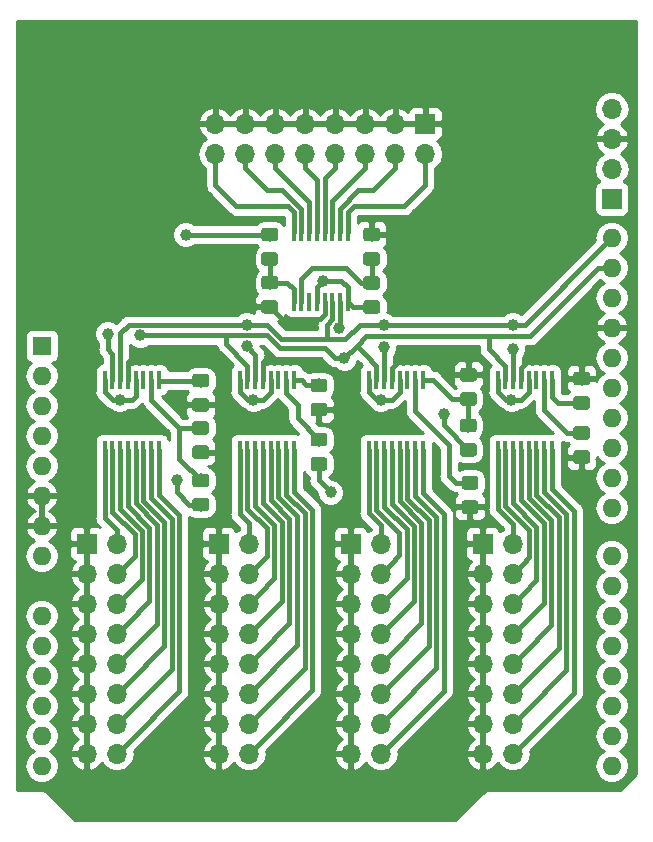
<source format=gbr>
G04 #@! TF.GenerationSoftware,KiCad,Pcbnew,5.0.2-bee76a0~70~ubuntu18.04.1*
G04 #@! TF.CreationDate,2019-02-21T21:15:01-07:00*
G04 #@! TF.ProjectId,adc,6164632e-6b69-4636-9164-5f7063625858,rev?*
G04 #@! TF.SameCoordinates,Original*
G04 #@! TF.FileFunction,Copper,L2,Bot*
G04 #@! TF.FilePolarity,Positive*
%FSLAX46Y46*%
G04 Gerber Fmt 4.6, Leading zero omitted, Abs format (unit mm)*
G04 Created by KiCad (PCBNEW 5.0.2-bee76a0~70~ubuntu18.04.1) date Thu 21 Feb 2019 09:15:01 PM MST*
%MOMM*%
%LPD*%
G01*
G04 APERTURE LIST*
G04 #@! TA.AperFunction,ComponentPad*
%ADD10O,1.600000X1.600000*%
G04 #@! TD*
G04 #@! TA.AperFunction,ComponentPad*
%ADD11R,1.600000X1.600000*%
G04 #@! TD*
G04 #@! TA.AperFunction,Conductor*
%ADD12C,0.100000*%
G04 #@! TD*
G04 #@! TA.AperFunction,SMDPad,CuDef*
%ADD13C,1.150000*%
G04 #@! TD*
G04 #@! TA.AperFunction,SMDPad,CuDef*
%ADD14R,0.450000X1.500000*%
G04 #@! TD*
G04 #@! TA.AperFunction,ComponentPad*
%ADD15R,1.700000X1.700000*%
G04 #@! TD*
G04 #@! TA.AperFunction,ComponentPad*
%ADD16O,1.700000X1.700000*%
G04 #@! TD*
G04 #@! TA.AperFunction,ViaPad*
%ADD17C,1.000000*%
G04 #@! TD*
G04 #@! TA.AperFunction,Conductor*
%ADD18C,0.450000*%
G04 #@! TD*
G04 #@! TA.AperFunction,Conductor*
%ADD19C,0.254000*%
G04 #@! TD*
G04 APERTURE END LIST*
D10*
G04 #@! TO.P,A1,32*
G04 #@! TO.N,SCL*
X263398000Y-99064000D03*
G04 #@! TO.P,A1,31*
G04 #@! TO.N,SDA*
X263398000Y-101604000D03*
D11*
G04 #@! TO.P,A1,1*
G04 #@! TO.N,Net-(A1-Pad1)*
X215138000Y-108204000D03*
D10*
G04 #@! TO.P,A1,17*
G04 #@! TO.N,Net-(A1-Pad17)*
X263398000Y-138684000D03*
G04 #@! TO.P,A1,2*
G04 #@! TO.N,Net-(A1-Pad2)*
X215138000Y-110744000D03*
G04 #@! TO.P,A1,18*
G04 #@! TO.N,Net-(A1-Pad18)*
X263398000Y-136144000D03*
G04 #@! TO.P,A1,3*
G04 #@! TO.N,Net-(A1-Pad3)*
X215138000Y-113284000D03*
G04 #@! TO.P,A1,19*
G04 #@! TO.N,Net-(A1-Pad19)*
X263398000Y-133604000D03*
G04 #@! TO.P,A1,4*
G04 #@! TO.N,3V3*
X215138000Y-115824000D03*
G04 #@! TO.P,A1,20*
G04 #@! TO.N,Net-(A1-Pad20)*
X263398000Y-131064000D03*
G04 #@! TO.P,A1,5*
G04 #@! TO.N,Net-(A1-Pad5)*
X215138000Y-118364000D03*
G04 #@! TO.P,A1,21*
G04 #@! TO.N,Net-(A1-Pad21)*
X263398000Y-128524000D03*
G04 #@! TO.P,A1,6*
G04 #@! TO.N,GND*
X215138000Y-120904000D03*
G04 #@! TO.P,A1,22*
G04 #@! TO.N,Net-(A1-Pad22)*
X263398000Y-125984000D03*
G04 #@! TO.P,A1,7*
G04 #@! TO.N,GND*
X215138000Y-123444000D03*
G04 #@! TO.P,A1,23*
G04 #@! TO.N,Net-(A1-Pad23)*
X263398000Y-121924000D03*
G04 #@! TO.P,A1,8*
G04 #@! TO.N,Net-(A1-Pad8)*
X215138000Y-125984000D03*
G04 #@! TO.P,A1,24*
G04 #@! TO.N,Net-(A1-Pad24)*
X263398000Y-119384000D03*
G04 #@! TO.P,A1,9*
G04 #@! TO.N,Net-(A1-Pad9)*
X215138000Y-131064000D03*
G04 #@! TO.P,A1,25*
G04 #@! TO.N,Net-(A1-Pad25)*
X263398000Y-116844000D03*
G04 #@! TO.P,A1,10*
G04 #@! TO.N,Net-(A1-Pad10)*
X215138000Y-133604000D03*
G04 #@! TO.P,A1,26*
G04 #@! TO.N,Net-(A1-Pad26)*
X263398000Y-114304000D03*
G04 #@! TO.P,A1,11*
G04 #@! TO.N,Net-(A1-Pad11)*
X215138000Y-136144000D03*
G04 #@! TO.P,A1,27*
G04 #@! TO.N,Net-(A1-Pad27)*
X263398000Y-111764000D03*
G04 #@! TO.P,A1,12*
G04 #@! TO.N,Net-(A1-Pad12)*
X215138000Y-138684000D03*
G04 #@! TO.P,A1,28*
G04 #@! TO.N,Net-(A1-Pad28)*
X263398000Y-109224000D03*
G04 #@! TO.P,A1,13*
G04 #@! TO.N,Net-(A1-Pad13)*
X215138000Y-141224000D03*
G04 #@! TO.P,A1,29*
G04 #@! TO.N,GND*
X263398000Y-106684000D03*
G04 #@! TO.P,A1,14*
G04 #@! TO.N,Net-(A1-Pad14)*
X215138000Y-143764000D03*
G04 #@! TO.P,A1,30*
G04 #@! TO.N,Net-(A1-Pad30)*
X263398000Y-104144000D03*
G04 #@! TO.P,A1,15*
G04 #@! TO.N,Net-(A1-Pad15)*
X263398000Y-143764000D03*
G04 #@! TO.P,A1,16*
G04 #@! TO.N,Net-(A1-Pad16)*
X263398000Y-141224000D03*
G04 #@! TD*
D12*
G04 #@! TO.N,GND*
G04 #@! TO.C,R1*
G36*
X261332505Y-110406204D02*
X261356773Y-110409804D01*
X261380572Y-110415765D01*
X261403671Y-110424030D01*
X261425850Y-110434520D01*
X261446893Y-110447132D01*
X261466599Y-110461747D01*
X261484777Y-110478223D01*
X261501253Y-110496401D01*
X261515868Y-110516107D01*
X261528480Y-110537150D01*
X261538970Y-110559329D01*
X261547235Y-110582428D01*
X261553196Y-110606227D01*
X261556796Y-110630495D01*
X261558000Y-110654999D01*
X261558000Y-111305001D01*
X261556796Y-111329505D01*
X261553196Y-111353773D01*
X261547235Y-111377572D01*
X261538970Y-111400671D01*
X261528480Y-111422850D01*
X261515868Y-111443893D01*
X261501253Y-111463599D01*
X261484777Y-111481777D01*
X261466599Y-111498253D01*
X261446893Y-111512868D01*
X261425850Y-111525480D01*
X261403671Y-111535970D01*
X261380572Y-111544235D01*
X261356773Y-111550196D01*
X261332505Y-111553796D01*
X261308001Y-111555000D01*
X260407999Y-111555000D01*
X260383495Y-111553796D01*
X260359227Y-111550196D01*
X260335428Y-111544235D01*
X260312329Y-111535970D01*
X260290150Y-111525480D01*
X260269107Y-111512868D01*
X260249401Y-111498253D01*
X260231223Y-111481777D01*
X260214747Y-111463599D01*
X260200132Y-111443893D01*
X260187520Y-111422850D01*
X260177030Y-111400671D01*
X260168765Y-111377572D01*
X260162804Y-111353773D01*
X260159204Y-111329505D01*
X260158000Y-111305001D01*
X260158000Y-110654999D01*
X260159204Y-110630495D01*
X260162804Y-110606227D01*
X260168765Y-110582428D01*
X260177030Y-110559329D01*
X260187520Y-110537150D01*
X260200132Y-110516107D01*
X260214747Y-110496401D01*
X260231223Y-110478223D01*
X260249401Y-110461747D01*
X260269107Y-110447132D01*
X260290150Y-110434520D01*
X260312329Y-110424030D01*
X260335428Y-110415765D01*
X260359227Y-110409804D01*
X260383495Y-110406204D01*
X260407999Y-110405000D01*
X261308001Y-110405000D01*
X261332505Y-110406204D01*
X261332505Y-110406204D01*
G37*
D13*
G04 #@! TD*
G04 #@! TO.P,R1,1*
G04 #@! TO.N,GND*
X260858000Y-110980000D03*
D12*
G04 #@! TO.N,Net-(R1-Pad2)*
G04 #@! TO.C,R1*
G36*
X261332505Y-112456204D02*
X261356773Y-112459804D01*
X261380572Y-112465765D01*
X261403671Y-112474030D01*
X261425850Y-112484520D01*
X261446893Y-112497132D01*
X261466599Y-112511747D01*
X261484777Y-112528223D01*
X261501253Y-112546401D01*
X261515868Y-112566107D01*
X261528480Y-112587150D01*
X261538970Y-112609329D01*
X261547235Y-112632428D01*
X261553196Y-112656227D01*
X261556796Y-112680495D01*
X261558000Y-112704999D01*
X261558000Y-113355001D01*
X261556796Y-113379505D01*
X261553196Y-113403773D01*
X261547235Y-113427572D01*
X261538970Y-113450671D01*
X261528480Y-113472850D01*
X261515868Y-113493893D01*
X261501253Y-113513599D01*
X261484777Y-113531777D01*
X261466599Y-113548253D01*
X261446893Y-113562868D01*
X261425850Y-113575480D01*
X261403671Y-113585970D01*
X261380572Y-113594235D01*
X261356773Y-113600196D01*
X261332505Y-113603796D01*
X261308001Y-113605000D01*
X260407999Y-113605000D01*
X260383495Y-113603796D01*
X260359227Y-113600196D01*
X260335428Y-113594235D01*
X260312329Y-113585970D01*
X260290150Y-113575480D01*
X260269107Y-113562868D01*
X260249401Y-113548253D01*
X260231223Y-113531777D01*
X260214747Y-113513599D01*
X260200132Y-113493893D01*
X260187520Y-113472850D01*
X260177030Y-113450671D01*
X260168765Y-113427572D01*
X260162804Y-113403773D01*
X260159204Y-113379505D01*
X260158000Y-113355001D01*
X260158000Y-112704999D01*
X260159204Y-112680495D01*
X260162804Y-112656227D01*
X260168765Y-112632428D01*
X260177030Y-112609329D01*
X260187520Y-112587150D01*
X260200132Y-112566107D01*
X260214747Y-112546401D01*
X260231223Y-112528223D01*
X260249401Y-112511747D01*
X260269107Y-112497132D01*
X260290150Y-112484520D01*
X260312329Y-112474030D01*
X260335428Y-112465765D01*
X260359227Y-112459804D01*
X260383495Y-112456204D01*
X260407999Y-112455000D01*
X261308001Y-112455000D01*
X261332505Y-112456204D01*
X261332505Y-112456204D01*
G37*
D13*
G04 #@! TD*
G04 #@! TO.P,R1,2*
G04 #@! TO.N,Net-(R1-Pad2)*
X260858000Y-113030000D03*
D12*
G04 #@! TO.N,Net-(R2-Pad2)*
G04 #@! TO.C,R2*
G36*
X261332505Y-114996204D02*
X261356773Y-114999804D01*
X261380572Y-115005765D01*
X261403671Y-115014030D01*
X261425850Y-115024520D01*
X261446893Y-115037132D01*
X261466599Y-115051747D01*
X261484777Y-115068223D01*
X261501253Y-115086401D01*
X261515868Y-115106107D01*
X261528480Y-115127150D01*
X261538970Y-115149329D01*
X261547235Y-115172428D01*
X261553196Y-115196227D01*
X261556796Y-115220495D01*
X261558000Y-115244999D01*
X261558000Y-115895001D01*
X261556796Y-115919505D01*
X261553196Y-115943773D01*
X261547235Y-115967572D01*
X261538970Y-115990671D01*
X261528480Y-116012850D01*
X261515868Y-116033893D01*
X261501253Y-116053599D01*
X261484777Y-116071777D01*
X261466599Y-116088253D01*
X261446893Y-116102868D01*
X261425850Y-116115480D01*
X261403671Y-116125970D01*
X261380572Y-116134235D01*
X261356773Y-116140196D01*
X261332505Y-116143796D01*
X261308001Y-116145000D01*
X260407999Y-116145000D01*
X260383495Y-116143796D01*
X260359227Y-116140196D01*
X260335428Y-116134235D01*
X260312329Y-116125970D01*
X260290150Y-116115480D01*
X260269107Y-116102868D01*
X260249401Y-116088253D01*
X260231223Y-116071777D01*
X260214747Y-116053599D01*
X260200132Y-116033893D01*
X260187520Y-116012850D01*
X260177030Y-115990671D01*
X260168765Y-115967572D01*
X260162804Y-115943773D01*
X260159204Y-115919505D01*
X260158000Y-115895001D01*
X260158000Y-115244999D01*
X260159204Y-115220495D01*
X260162804Y-115196227D01*
X260168765Y-115172428D01*
X260177030Y-115149329D01*
X260187520Y-115127150D01*
X260200132Y-115106107D01*
X260214747Y-115086401D01*
X260231223Y-115068223D01*
X260249401Y-115051747D01*
X260269107Y-115037132D01*
X260290150Y-115024520D01*
X260312329Y-115014030D01*
X260335428Y-115005765D01*
X260359227Y-114999804D01*
X260383495Y-114996204D01*
X260407999Y-114995000D01*
X261308001Y-114995000D01*
X261332505Y-114996204D01*
X261332505Y-114996204D01*
G37*
D13*
G04 #@! TD*
G04 #@! TO.P,R2,2*
G04 #@! TO.N,Net-(R2-Pad2)*
X260858000Y-115570000D03*
D12*
G04 #@! TO.N,GND*
G04 #@! TO.C,R2*
G36*
X261332505Y-117046204D02*
X261356773Y-117049804D01*
X261380572Y-117055765D01*
X261403671Y-117064030D01*
X261425850Y-117074520D01*
X261446893Y-117087132D01*
X261466599Y-117101747D01*
X261484777Y-117118223D01*
X261501253Y-117136401D01*
X261515868Y-117156107D01*
X261528480Y-117177150D01*
X261538970Y-117199329D01*
X261547235Y-117222428D01*
X261553196Y-117246227D01*
X261556796Y-117270495D01*
X261558000Y-117294999D01*
X261558000Y-117945001D01*
X261556796Y-117969505D01*
X261553196Y-117993773D01*
X261547235Y-118017572D01*
X261538970Y-118040671D01*
X261528480Y-118062850D01*
X261515868Y-118083893D01*
X261501253Y-118103599D01*
X261484777Y-118121777D01*
X261466599Y-118138253D01*
X261446893Y-118152868D01*
X261425850Y-118165480D01*
X261403671Y-118175970D01*
X261380572Y-118184235D01*
X261356773Y-118190196D01*
X261332505Y-118193796D01*
X261308001Y-118195000D01*
X260407999Y-118195000D01*
X260383495Y-118193796D01*
X260359227Y-118190196D01*
X260335428Y-118184235D01*
X260312329Y-118175970D01*
X260290150Y-118165480D01*
X260269107Y-118152868D01*
X260249401Y-118138253D01*
X260231223Y-118121777D01*
X260214747Y-118103599D01*
X260200132Y-118083893D01*
X260187520Y-118062850D01*
X260177030Y-118040671D01*
X260168765Y-118017572D01*
X260162804Y-117993773D01*
X260159204Y-117969505D01*
X260158000Y-117945001D01*
X260158000Y-117294999D01*
X260159204Y-117270495D01*
X260162804Y-117246227D01*
X260168765Y-117222428D01*
X260177030Y-117199329D01*
X260187520Y-117177150D01*
X260200132Y-117156107D01*
X260214747Y-117136401D01*
X260231223Y-117118223D01*
X260249401Y-117101747D01*
X260269107Y-117087132D01*
X260290150Y-117074520D01*
X260312329Y-117064030D01*
X260335428Y-117055765D01*
X260359227Y-117049804D01*
X260383495Y-117046204D01*
X260407999Y-117045000D01*
X261308001Y-117045000D01*
X261332505Y-117046204D01*
X261332505Y-117046204D01*
G37*
D13*
G04 #@! TD*
G04 #@! TO.P,R2,1*
G04 #@! TO.N,GND*
X260858000Y-117620000D03*
D12*
G04 #@! TO.N,Net-(R3-Pad2)*
G04 #@! TO.C,R3*
G36*
X251738505Y-112128204D02*
X251762773Y-112131804D01*
X251786572Y-112137765D01*
X251809671Y-112146030D01*
X251831850Y-112156520D01*
X251852893Y-112169132D01*
X251872599Y-112183747D01*
X251890777Y-112200223D01*
X251907253Y-112218401D01*
X251921868Y-112238107D01*
X251934480Y-112259150D01*
X251944970Y-112281329D01*
X251953235Y-112304428D01*
X251959196Y-112328227D01*
X251962796Y-112352495D01*
X251964000Y-112376999D01*
X251964000Y-113027001D01*
X251962796Y-113051505D01*
X251959196Y-113075773D01*
X251953235Y-113099572D01*
X251944970Y-113122671D01*
X251934480Y-113144850D01*
X251921868Y-113165893D01*
X251907253Y-113185599D01*
X251890777Y-113203777D01*
X251872599Y-113220253D01*
X251852893Y-113234868D01*
X251831850Y-113247480D01*
X251809671Y-113257970D01*
X251786572Y-113266235D01*
X251762773Y-113272196D01*
X251738505Y-113275796D01*
X251714001Y-113277000D01*
X250813999Y-113277000D01*
X250789495Y-113275796D01*
X250765227Y-113272196D01*
X250741428Y-113266235D01*
X250718329Y-113257970D01*
X250696150Y-113247480D01*
X250675107Y-113234868D01*
X250655401Y-113220253D01*
X250637223Y-113203777D01*
X250620747Y-113185599D01*
X250606132Y-113165893D01*
X250593520Y-113144850D01*
X250583030Y-113122671D01*
X250574765Y-113099572D01*
X250568804Y-113075773D01*
X250565204Y-113051505D01*
X250564000Y-113027001D01*
X250564000Y-112376999D01*
X250565204Y-112352495D01*
X250568804Y-112328227D01*
X250574765Y-112304428D01*
X250583030Y-112281329D01*
X250593520Y-112259150D01*
X250606132Y-112238107D01*
X250620747Y-112218401D01*
X250637223Y-112200223D01*
X250655401Y-112183747D01*
X250675107Y-112169132D01*
X250696150Y-112156520D01*
X250718329Y-112146030D01*
X250741428Y-112137765D01*
X250765227Y-112131804D01*
X250789495Y-112128204D01*
X250813999Y-112127000D01*
X251714001Y-112127000D01*
X251738505Y-112128204D01*
X251738505Y-112128204D01*
G37*
D13*
G04 #@! TD*
G04 #@! TO.P,R3,2*
G04 #@! TO.N,Net-(R3-Pad2)*
X251264000Y-112702000D03*
D12*
G04 #@! TO.N,GND*
G04 #@! TO.C,R3*
G36*
X251738505Y-110078204D02*
X251762773Y-110081804D01*
X251786572Y-110087765D01*
X251809671Y-110096030D01*
X251831850Y-110106520D01*
X251852893Y-110119132D01*
X251872599Y-110133747D01*
X251890777Y-110150223D01*
X251907253Y-110168401D01*
X251921868Y-110188107D01*
X251934480Y-110209150D01*
X251944970Y-110231329D01*
X251953235Y-110254428D01*
X251959196Y-110278227D01*
X251962796Y-110302495D01*
X251964000Y-110326999D01*
X251964000Y-110977001D01*
X251962796Y-111001505D01*
X251959196Y-111025773D01*
X251953235Y-111049572D01*
X251944970Y-111072671D01*
X251934480Y-111094850D01*
X251921868Y-111115893D01*
X251907253Y-111135599D01*
X251890777Y-111153777D01*
X251872599Y-111170253D01*
X251852893Y-111184868D01*
X251831850Y-111197480D01*
X251809671Y-111207970D01*
X251786572Y-111216235D01*
X251762773Y-111222196D01*
X251738505Y-111225796D01*
X251714001Y-111227000D01*
X250813999Y-111227000D01*
X250789495Y-111225796D01*
X250765227Y-111222196D01*
X250741428Y-111216235D01*
X250718329Y-111207970D01*
X250696150Y-111197480D01*
X250675107Y-111184868D01*
X250655401Y-111170253D01*
X250637223Y-111153777D01*
X250620747Y-111135599D01*
X250606132Y-111115893D01*
X250593520Y-111094850D01*
X250583030Y-111072671D01*
X250574765Y-111049572D01*
X250568804Y-111025773D01*
X250565204Y-111001505D01*
X250564000Y-110977001D01*
X250564000Y-110326999D01*
X250565204Y-110302495D01*
X250568804Y-110278227D01*
X250574765Y-110254428D01*
X250583030Y-110231329D01*
X250593520Y-110209150D01*
X250606132Y-110188107D01*
X250620747Y-110168401D01*
X250637223Y-110150223D01*
X250655401Y-110133747D01*
X250675107Y-110119132D01*
X250696150Y-110106520D01*
X250718329Y-110096030D01*
X250741428Y-110087765D01*
X250765227Y-110081804D01*
X250789495Y-110078204D01*
X250813999Y-110077000D01*
X251714001Y-110077000D01*
X251738505Y-110078204D01*
X251738505Y-110078204D01*
G37*
D13*
G04 #@! TD*
G04 #@! TO.P,R3,1*
G04 #@! TO.N,GND*
X251264000Y-110652000D03*
D12*
G04 #@! TO.N,3V3*
G04 #@! TO.C,R4*
G36*
X251738505Y-116428204D02*
X251762773Y-116431804D01*
X251786572Y-116437765D01*
X251809671Y-116446030D01*
X251831850Y-116456520D01*
X251852893Y-116469132D01*
X251872599Y-116483747D01*
X251890777Y-116500223D01*
X251907253Y-116518401D01*
X251921868Y-116538107D01*
X251934480Y-116559150D01*
X251944970Y-116581329D01*
X251953235Y-116604428D01*
X251959196Y-116628227D01*
X251962796Y-116652495D01*
X251964000Y-116676999D01*
X251964000Y-117327001D01*
X251962796Y-117351505D01*
X251959196Y-117375773D01*
X251953235Y-117399572D01*
X251944970Y-117422671D01*
X251934480Y-117444850D01*
X251921868Y-117465893D01*
X251907253Y-117485599D01*
X251890777Y-117503777D01*
X251872599Y-117520253D01*
X251852893Y-117534868D01*
X251831850Y-117547480D01*
X251809671Y-117557970D01*
X251786572Y-117566235D01*
X251762773Y-117572196D01*
X251738505Y-117575796D01*
X251714001Y-117577000D01*
X250813999Y-117577000D01*
X250789495Y-117575796D01*
X250765227Y-117572196D01*
X250741428Y-117566235D01*
X250718329Y-117557970D01*
X250696150Y-117547480D01*
X250675107Y-117534868D01*
X250655401Y-117520253D01*
X250637223Y-117503777D01*
X250620747Y-117485599D01*
X250606132Y-117465893D01*
X250593520Y-117444850D01*
X250583030Y-117422671D01*
X250574765Y-117399572D01*
X250568804Y-117375773D01*
X250565204Y-117351505D01*
X250564000Y-117327001D01*
X250564000Y-116676999D01*
X250565204Y-116652495D01*
X250568804Y-116628227D01*
X250574765Y-116604428D01*
X250583030Y-116581329D01*
X250593520Y-116559150D01*
X250606132Y-116538107D01*
X250620747Y-116518401D01*
X250637223Y-116500223D01*
X250655401Y-116483747D01*
X250675107Y-116469132D01*
X250696150Y-116456520D01*
X250718329Y-116446030D01*
X250741428Y-116437765D01*
X250765227Y-116431804D01*
X250789495Y-116428204D01*
X250813999Y-116427000D01*
X251714001Y-116427000D01*
X251738505Y-116428204D01*
X251738505Y-116428204D01*
G37*
D13*
G04 #@! TD*
G04 #@! TO.P,R4,2*
G04 #@! TO.N,3V3*
X251264000Y-117002000D03*
D12*
G04 #@! TO.N,Net-(R3-Pad2)*
G04 #@! TO.C,R4*
G36*
X251738505Y-114378204D02*
X251762773Y-114381804D01*
X251786572Y-114387765D01*
X251809671Y-114396030D01*
X251831850Y-114406520D01*
X251852893Y-114419132D01*
X251872599Y-114433747D01*
X251890777Y-114450223D01*
X251907253Y-114468401D01*
X251921868Y-114488107D01*
X251934480Y-114509150D01*
X251944970Y-114531329D01*
X251953235Y-114554428D01*
X251959196Y-114578227D01*
X251962796Y-114602495D01*
X251964000Y-114626999D01*
X251964000Y-115277001D01*
X251962796Y-115301505D01*
X251959196Y-115325773D01*
X251953235Y-115349572D01*
X251944970Y-115372671D01*
X251934480Y-115394850D01*
X251921868Y-115415893D01*
X251907253Y-115435599D01*
X251890777Y-115453777D01*
X251872599Y-115470253D01*
X251852893Y-115484868D01*
X251831850Y-115497480D01*
X251809671Y-115507970D01*
X251786572Y-115516235D01*
X251762773Y-115522196D01*
X251738505Y-115525796D01*
X251714001Y-115527000D01*
X250813999Y-115527000D01*
X250789495Y-115525796D01*
X250765227Y-115522196D01*
X250741428Y-115516235D01*
X250718329Y-115507970D01*
X250696150Y-115497480D01*
X250675107Y-115484868D01*
X250655401Y-115470253D01*
X250637223Y-115453777D01*
X250620747Y-115435599D01*
X250606132Y-115415893D01*
X250593520Y-115394850D01*
X250583030Y-115372671D01*
X250574765Y-115349572D01*
X250568804Y-115325773D01*
X250565204Y-115301505D01*
X250564000Y-115277001D01*
X250564000Y-114626999D01*
X250565204Y-114602495D01*
X250568804Y-114578227D01*
X250574765Y-114554428D01*
X250583030Y-114531329D01*
X250593520Y-114509150D01*
X250606132Y-114488107D01*
X250620747Y-114468401D01*
X250637223Y-114450223D01*
X250655401Y-114433747D01*
X250675107Y-114419132D01*
X250696150Y-114406520D01*
X250718329Y-114396030D01*
X250741428Y-114387765D01*
X250765227Y-114381804D01*
X250789495Y-114378204D01*
X250813999Y-114377000D01*
X251714001Y-114377000D01*
X251738505Y-114378204D01*
X251738505Y-114378204D01*
G37*
D13*
G04 #@! TD*
G04 #@! TO.P,R4,1*
G04 #@! TO.N,Net-(R3-Pad2)*
X251264000Y-114952000D03*
D12*
G04 #@! TO.N,GND*
G04 #@! TO.C,R5*
G36*
X251874505Y-121276204D02*
X251898773Y-121279804D01*
X251922572Y-121285765D01*
X251945671Y-121294030D01*
X251967850Y-121304520D01*
X251988893Y-121317132D01*
X252008599Y-121331747D01*
X252026777Y-121348223D01*
X252043253Y-121366401D01*
X252057868Y-121386107D01*
X252070480Y-121407150D01*
X252080970Y-121429329D01*
X252089235Y-121452428D01*
X252095196Y-121476227D01*
X252098796Y-121500495D01*
X252100000Y-121524999D01*
X252100000Y-122175001D01*
X252098796Y-122199505D01*
X252095196Y-122223773D01*
X252089235Y-122247572D01*
X252080970Y-122270671D01*
X252070480Y-122292850D01*
X252057868Y-122313893D01*
X252043253Y-122333599D01*
X252026777Y-122351777D01*
X252008599Y-122368253D01*
X251988893Y-122382868D01*
X251967850Y-122395480D01*
X251945671Y-122405970D01*
X251922572Y-122414235D01*
X251898773Y-122420196D01*
X251874505Y-122423796D01*
X251850001Y-122425000D01*
X250949999Y-122425000D01*
X250925495Y-122423796D01*
X250901227Y-122420196D01*
X250877428Y-122414235D01*
X250854329Y-122405970D01*
X250832150Y-122395480D01*
X250811107Y-122382868D01*
X250791401Y-122368253D01*
X250773223Y-122351777D01*
X250756747Y-122333599D01*
X250742132Y-122313893D01*
X250729520Y-122292850D01*
X250719030Y-122270671D01*
X250710765Y-122247572D01*
X250704804Y-122223773D01*
X250701204Y-122199505D01*
X250700000Y-122175001D01*
X250700000Y-121524999D01*
X250701204Y-121500495D01*
X250704804Y-121476227D01*
X250710765Y-121452428D01*
X250719030Y-121429329D01*
X250729520Y-121407150D01*
X250742132Y-121386107D01*
X250756747Y-121366401D01*
X250773223Y-121348223D01*
X250791401Y-121331747D01*
X250811107Y-121317132D01*
X250832150Y-121304520D01*
X250854329Y-121294030D01*
X250877428Y-121285765D01*
X250901227Y-121279804D01*
X250925495Y-121276204D01*
X250949999Y-121275000D01*
X251850001Y-121275000D01*
X251874505Y-121276204D01*
X251874505Y-121276204D01*
G37*
D13*
G04 #@! TD*
G04 #@! TO.P,R5,1*
G04 #@! TO.N,GND*
X251400000Y-121850000D03*
D12*
G04 #@! TO.N,Net-(R5-Pad2)*
G04 #@! TO.C,R5*
G36*
X251874505Y-119226204D02*
X251898773Y-119229804D01*
X251922572Y-119235765D01*
X251945671Y-119244030D01*
X251967850Y-119254520D01*
X251988893Y-119267132D01*
X252008599Y-119281747D01*
X252026777Y-119298223D01*
X252043253Y-119316401D01*
X252057868Y-119336107D01*
X252070480Y-119357150D01*
X252080970Y-119379329D01*
X252089235Y-119402428D01*
X252095196Y-119426227D01*
X252098796Y-119450495D01*
X252100000Y-119474999D01*
X252100000Y-120125001D01*
X252098796Y-120149505D01*
X252095196Y-120173773D01*
X252089235Y-120197572D01*
X252080970Y-120220671D01*
X252070480Y-120242850D01*
X252057868Y-120263893D01*
X252043253Y-120283599D01*
X252026777Y-120301777D01*
X252008599Y-120318253D01*
X251988893Y-120332868D01*
X251967850Y-120345480D01*
X251945671Y-120355970D01*
X251922572Y-120364235D01*
X251898773Y-120370196D01*
X251874505Y-120373796D01*
X251850001Y-120375000D01*
X250949999Y-120375000D01*
X250925495Y-120373796D01*
X250901227Y-120370196D01*
X250877428Y-120364235D01*
X250854329Y-120355970D01*
X250832150Y-120345480D01*
X250811107Y-120332868D01*
X250791401Y-120318253D01*
X250773223Y-120301777D01*
X250756747Y-120283599D01*
X250742132Y-120263893D01*
X250729520Y-120242850D01*
X250719030Y-120220671D01*
X250710765Y-120197572D01*
X250704804Y-120173773D01*
X250701204Y-120149505D01*
X250700000Y-120125001D01*
X250700000Y-119474999D01*
X250701204Y-119450495D01*
X250704804Y-119426227D01*
X250710765Y-119402428D01*
X250719030Y-119379329D01*
X250729520Y-119357150D01*
X250742132Y-119336107D01*
X250756747Y-119316401D01*
X250773223Y-119298223D01*
X250791401Y-119281747D01*
X250811107Y-119267132D01*
X250832150Y-119254520D01*
X250854329Y-119244030D01*
X250877428Y-119235765D01*
X250901227Y-119229804D01*
X250925495Y-119226204D01*
X250949999Y-119225000D01*
X251850001Y-119225000D01*
X251874505Y-119226204D01*
X251874505Y-119226204D01*
G37*
D13*
G04 #@! TD*
G04 #@! TO.P,R5,2*
G04 #@! TO.N,Net-(R5-Pad2)*
X251400000Y-119800000D03*
D12*
G04 #@! TO.N,3V3*
G04 #@! TO.C,R6*
G36*
X239074505Y-117626204D02*
X239098773Y-117629804D01*
X239122572Y-117635765D01*
X239145671Y-117644030D01*
X239167850Y-117654520D01*
X239188893Y-117667132D01*
X239208599Y-117681747D01*
X239226777Y-117698223D01*
X239243253Y-117716401D01*
X239257868Y-117736107D01*
X239270480Y-117757150D01*
X239280970Y-117779329D01*
X239289235Y-117802428D01*
X239295196Y-117826227D01*
X239298796Y-117850495D01*
X239300000Y-117874999D01*
X239300000Y-118525001D01*
X239298796Y-118549505D01*
X239295196Y-118573773D01*
X239289235Y-118597572D01*
X239280970Y-118620671D01*
X239270480Y-118642850D01*
X239257868Y-118663893D01*
X239243253Y-118683599D01*
X239226777Y-118701777D01*
X239208599Y-118718253D01*
X239188893Y-118732868D01*
X239167850Y-118745480D01*
X239145671Y-118755970D01*
X239122572Y-118764235D01*
X239098773Y-118770196D01*
X239074505Y-118773796D01*
X239050001Y-118775000D01*
X238149999Y-118775000D01*
X238125495Y-118773796D01*
X238101227Y-118770196D01*
X238077428Y-118764235D01*
X238054329Y-118755970D01*
X238032150Y-118745480D01*
X238011107Y-118732868D01*
X237991401Y-118718253D01*
X237973223Y-118701777D01*
X237956747Y-118683599D01*
X237942132Y-118663893D01*
X237929520Y-118642850D01*
X237919030Y-118620671D01*
X237910765Y-118597572D01*
X237904804Y-118573773D01*
X237901204Y-118549505D01*
X237900000Y-118525001D01*
X237900000Y-117874999D01*
X237901204Y-117850495D01*
X237904804Y-117826227D01*
X237910765Y-117802428D01*
X237919030Y-117779329D01*
X237929520Y-117757150D01*
X237942132Y-117736107D01*
X237956747Y-117716401D01*
X237973223Y-117698223D01*
X237991401Y-117681747D01*
X238011107Y-117667132D01*
X238032150Y-117654520D01*
X238054329Y-117644030D01*
X238077428Y-117635765D01*
X238101227Y-117629804D01*
X238125495Y-117626204D01*
X238149999Y-117625000D01*
X239050001Y-117625000D01*
X239074505Y-117626204D01*
X239074505Y-117626204D01*
G37*
D13*
G04 #@! TD*
G04 #@! TO.P,R6,2*
G04 #@! TO.N,3V3*
X238600000Y-118200000D03*
D12*
G04 #@! TO.N,Net-(R6-Pad1)*
G04 #@! TO.C,R6*
G36*
X239074505Y-115576204D02*
X239098773Y-115579804D01*
X239122572Y-115585765D01*
X239145671Y-115594030D01*
X239167850Y-115604520D01*
X239188893Y-115617132D01*
X239208599Y-115631747D01*
X239226777Y-115648223D01*
X239243253Y-115666401D01*
X239257868Y-115686107D01*
X239270480Y-115707150D01*
X239280970Y-115729329D01*
X239289235Y-115752428D01*
X239295196Y-115776227D01*
X239298796Y-115800495D01*
X239300000Y-115824999D01*
X239300000Y-116475001D01*
X239298796Y-116499505D01*
X239295196Y-116523773D01*
X239289235Y-116547572D01*
X239280970Y-116570671D01*
X239270480Y-116592850D01*
X239257868Y-116613893D01*
X239243253Y-116633599D01*
X239226777Y-116651777D01*
X239208599Y-116668253D01*
X239188893Y-116682868D01*
X239167850Y-116695480D01*
X239145671Y-116705970D01*
X239122572Y-116714235D01*
X239098773Y-116720196D01*
X239074505Y-116723796D01*
X239050001Y-116725000D01*
X238149999Y-116725000D01*
X238125495Y-116723796D01*
X238101227Y-116720196D01*
X238077428Y-116714235D01*
X238054329Y-116705970D01*
X238032150Y-116695480D01*
X238011107Y-116682868D01*
X237991401Y-116668253D01*
X237973223Y-116651777D01*
X237956747Y-116633599D01*
X237942132Y-116613893D01*
X237929520Y-116592850D01*
X237919030Y-116570671D01*
X237910765Y-116547572D01*
X237904804Y-116523773D01*
X237901204Y-116499505D01*
X237900000Y-116475001D01*
X237900000Y-115824999D01*
X237901204Y-115800495D01*
X237904804Y-115776227D01*
X237910765Y-115752428D01*
X237919030Y-115729329D01*
X237929520Y-115707150D01*
X237942132Y-115686107D01*
X237956747Y-115666401D01*
X237973223Y-115648223D01*
X237991401Y-115631747D01*
X238011107Y-115617132D01*
X238032150Y-115604520D01*
X238054329Y-115594030D01*
X238077428Y-115585765D01*
X238101227Y-115579804D01*
X238125495Y-115576204D01*
X238149999Y-115575000D01*
X239050001Y-115575000D01*
X239074505Y-115576204D01*
X239074505Y-115576204D01*
G37*
D13*
G04 #@! TD*
G04 #@! TO.P,R6,1*
G04 #@! TO.N,Net-(R6-Pad1)*
X238600000Y-116150000D03*
D12*
G04 #@! TO.N,GND*
G04 #@! TO.C,R7*
G36*
X239074505Y-113026204D02*
X239098773Y-113029804D01*
X239122572Y-113035765D01*
X239145671Y-113044030D01*
X239167850Y-113054520D01*
X239188893Y-113067132D01*
X239208599Y-113081747D01*
X239226777Y-113098223D01*
X239243253Y-113116401D01*
X239257868Y-113136107D01*
X239270480Y-113157150D01*
X239280970Y-113179329D01*
X239289235Y-113202428D01*
X239295196Y-113226227D01*
X239298796Y-113250495D01*
X239300000Y-113274999D01*
X239300000Y-113925001D01*
X239298796Y-113949505D01*
X239295196Y-113973773D01*
X239289235Y-113997572D01*
X239280970Y-114020671D01*
X239270480Y-114042850D01*
X239257868Y-114063893D01*
X239243253Y-114083599D01*
X239226777Y-114101777D01*
X239208599Y-114118253D01*
X239188893Y-114132868D01*
X239167850Y-114145480D01*
X239145671Y-114155970D01*
X239122572Y-114164235D01*
X239098773Y-114170196D01*
X239074505Y-114173796D01*
X239050001Y-114175000D01*
X238149999Y-114175000D01*
X238125495Y-114173796D01*
X238101227Y-114170196D01*
X238077428Y-114164235D01*
X238054329Y-114155970D01*
X238032150Y-114145480D01*
X238011107Y-114132868D01*
X237991401Y-114118253D01*
X237973223Y-114101777D01*
X237956747Y-114083599D01*
X237942132Y-114063893D01*
X237929520Y-114042850D01*
X237919030Y-114020671D01*
X237910765Y-113997572D01*
X237904804Y-113973773D01*
X237901204Y-113949505D01*
X237900000Y-113925001D01*
X237900000Y-113274999D01*
X237901204Y-113250495D01*
X237904804Y-113226227D01*
X237910765Y-113202428D01*
X237919030Y-113179329D01*
X237929520Y-113157150D01*
X237942132Y-113136107D01*
X237956747Y-113116401D01*
X237973223Y-113098223D01*
X237991401Y-113081747D01*
X238011107Y-113067132D01*
X238032150Y-113054520D01*
X238054329Y-113044030D01*
X238077428Y-113035765D01*
X238101227Y-113029804D01*
X238125495Y-113026204D01*
X238149999Y-113025000D01*
X239050001Y-113025000D01*
X239074505Y-113026204D01*
X239074505Y-113026204D01*
G37*
D13*
G04 #@! TD*
G04 #@! TO.P,R7,1*
G04 #@! TO.N,GND*
X238600000Y-113600000D03*
D12*
G04 #@! TO.N,Net-(R7-Pad2)*
G04 #@! TO.C,R7*
G36*
X239074505Y-110976204D02*
X239098773Y-110979804D01*
X239122572Y-110985765D01*
X239145671Y-110994030D01*
X239167850Y-111004520D01*
X239188893Y-111017132D01*
X239208599Y-111031747D01*
X239226777Y-111048223D01*
X239243253Y-111066401D01*
X239257868Y-111086107D01*
X239270480Y-111107150D01*
X239280970Y-111129329D01*
X239289235Y-111152428D01*
X239295196Y-111176227D01*
X239298796Y-111200495D01*
X239300000Y-111224999D01*
X239300000Y-111875001D01*
X239298796Y-111899505D01*
X239295196Y-111923773D01*
X239289235Y-111947572D01*
X239280970Y-111970671D01*
X239270480Y-111992850D01*
X239257868Y-112013893D01*
X239243253Y-112033599D01*
X239226777Y-112051777D01*
X239208599Y-112068253D01*
X239188893Y-112082868D01*
X239167850Y-112095480D01*
X239145671Y-112105970D01*
X239122572Y-112114235D01*
X239098773Y-112120196D01*
X239074505Y-112123796D01*
X239050001Y-112125000D01*
X238149999Y-112125000D01*
X238125495Y-112123796D01*
X238101227Y-112120196D01*
X238077428Y-112114235D01*
X238054329Y-112105970D01*
X238032150Y-112095480D01*
X238011107Y-112082868D01*
X237991401Y-112068253D01*
X237973223Y-112051777D01*
X237956747Y-112033599D01*
X237942132Y-112013893D01*
X237929520Y-111992850D01*
X237919030Y-111970671D01*
X237910765Y-111947572D01*
X237904804Y-111923773D01*
X237901204Y-111899505D01*
X237900000Y-111875001D01*
X237900000Y-111224999D01*
X237901204Y-111200495D01*
X237904804Y-111176227D01*
X237910765Y-111152428D01*
X237919030Y-111129329D01*
X237929520Y-111107150D01*
X237942132Y-111086107D01*
X237956747Y-111066401D01*
X237973223Y-111048223D01*
X237991401Y-111031747D01*
X238011107Y-111017132D01*
X238032150Y-111004520D01*
X238054329Y-110994030D01*
X238077428Y-110985765D01*
X238101227Y-110979804D01*
X238125495Y-110976204D01*
X238149999Y-110975000D01*
X239050001Y-110975000D01*
X239074505Y-110976204D01*
X239074505Y-110976204D01*
G37*
D13*
G04 #@! TD*
G04 #@! TO.P,R7,2*
G04 #@! TO.N,Net-(R7-Pad2)*
X238600000Y-111550000D03*
D12*
G04 #@! TO.N,GND*
G04 #@! TO.C,R8*
G36*
X229074505Y-112626204D02*
X229098773Y-112629804D01*
X229122572Y-112635765D01*
X229145671Y-112644030D01*
X229167850Y-112654520D01*
X229188893Y-112667132D01*
X229208599Y-112681747D01*
X229226777Y-112698223D01*
X229243253Y-112716401D01*
X229257868Y-112736107D01*
X229270480Y-112757150D01*
X229280970Y-112779329D01*
X229289235Y-112802428D01*
X229295196Y-112826227D01*
X229298796Y-112850495D01*
X229300000Y-112874999D01*
X229300000Y-113525001D01*
X229298796Y-113549505D01*
X229295196Y-113573773D01*
X229289235Y-113597572D01*
X229280970Y-113620671D01*
X229270480Y-113642850D01*
X229257868Y-113663893D01*
X229243253Y-113683599D01*
X229226777Y-113701777D01*
X229208599Y-113718253D01*
X229188893Y-113732868D01*
X229167850Y-113745480D01*
X229145671Y-113755970D01*
X229122572Y-113764235D01*
X229098773Y-113770196D01*
X229074505Y-113773796D01*
X229050001Y-113775000D01*
X228149999Y-113775000D01*
X228125495Y-113773796D01*
X228101227Y-113770196D01*
X228077428Y-113764235D01*
X228054329Y-113755970D01*
X228032150Y-113745480D01*
X228011107Y-113732868D01*
X227991401Y-113718253D01*
X227973223Y-113701777D01*
X227956747Y-113683599D01*
X227942132Y-113663893D01*
X227929520Y-113642850D01*
X227919030Y-113620671D01*
X227910765Y-113597572D01*
X227904804Y-113573773D01*
X227901204Y-113549505D01*
X227900000Y-113525001D01*
X227900000Y-112874999D01*
X227901204Y-112850495D01*
X227904804Y-112826227D01*
X227910765Y-112802428D01*
X227919030Y-112779329D01*
X227929520Y-112757150D01*
X227942132Y-112736107D01*
X227956747Y-112716401D01*
X227973223Y-112698223D01*
X227991401Y-112681747D01*
X228011107Y-112667132D01*
X228032150Y-112654520D01*
X228054329Y-112644030D01*
X228077428Y-112635765D01*
X228101227Y-112629804D01*
X228125495Y-112626204D01*
X228149999Y-112625000D01*
X229050001Y-112625000D01*
X229074505Y-112626204D01*
X229074505Y-112626204D01*
G37*
D13*
G04 #@! TD*
G04 #@! TO.P,R8,1*
G04 #@! TO.N,GND*
X228600000Y-113200000D03*
D12*
G04 #@! TO.N,Net-(R8-Pad2)*
G04 #@! TO.C,R8*
G36*
X229074505Y-110576204D02*
X229098773Y-110579804D01*
X229122572Y-110585765D01*
X229145671Y-110594030D01*
X229167850Y-110604520D01*
X229188893Y-110617132D01*
X229208599Y-110631747D01*
X229226777Y-110648223D01*
X229243253Y-110666401D01*
X229257868Y-110686107D01*
X229270480Y-110707150D01*
X229280970Y-110729329D01*
X229289235Y-110752428D01*
X229295196Y-110776227D01*
X229298796Y-110800495D01*
X229300000Y-110824999D01*
X229300000Y-111475001D01*
X229298796Y-111499505D01*
X229295196Y-111523773D01*
X229289235Y-111547572D01*
X229280970Y-111570671D01*
X229270480Y-111592850D01*
X229257868Y-111613893D01*
X229243253Y-111633599D01*
X229226777Y-111651777D01*
X229208599Y-111668253D01*
X229188893Y-111682868D01*
X229167850Y-111695480D01*
X229145671Y-111705970D01*
X229122572Y-111714235D01*
X229098773Y-111720196D01*
X229074505Y-111723796D01*
X229050001Y-111725000D01*
X228149999Y-111725000D01*
X228125495Y-111723796D01*
X228101227Y-111720196D01*
X228077428Y-111714235D01*
X228054329Y-111705970D01*
X228032150Y-111695480D01*
X228011107Y-111682868D01*
X227991401Y-111668253D01*
X227973223Y-111651777D01*
X227956747Y-111633599D01*
X227942132Y-111613893D01*
X227929520Y-111592850D01*
X227919030Y-111570671D01*
X227910765Y-111547572D01*
X227904804Y-111523773D01*
X227901204Y-111499505D01*
X227900000Y-111475001D01*
X227900000Y-110824999D01*
X227901204Y-110800495D01*
X227904804Y-110776227D01*
X227910765Y-110752428D01*
X227919030Y-110729329D01*
X227929520Y-110707150D01*
X227942132Y-110686107D01*
X227956747Y-110666401D01*
X227973223Y-110648223D01*
X227991401Y-110631747D01*
X228011107Y-110617132D01*
X228032150Y-110604520D01*
X228054329Y-110594030D01*
X228077428Y-110585765D01*
X228101227Y-110579804D01*
X228125495Y-110576204D01*
X228149999Y-110575000D01*
X229050001Y-110575000D01*
X229074505Y-110576204D01*
X229074505Y-110576204D01*
G37*
D13*
G04 #@! TD*
G04 #@! TO.P,R8,2*
G04 #@! TO.N,Net-(R8-Pad2)*
X228600000Y-111150000D03*
D12*
G04 #@! TO.N,Net-(R10-Pad2)*
G04 #@! TO.C,R9*
G36*
X229074505Y-119026204D02*
X229098773Y-119029804D01*
X229122572Y-119035765D01*
X229145671Y-119044030D01*
X229167850Y-119054520D01*
X229188893Y-119067132D01*
X229208599Y-119081747D01*
X229226777Y-119098223D01*
X229243253Y-119116401D01*
X229257868Y-119136107D01*
X229270480Y-119157150D01*
X229280970Y-119179329D01*
X229289235Y-119202428D01*
X229295196Y-119226227D01*
X229298796Y-119250495D01*
X229300000Y-119274999D01*
X229300000Y-119925001D01*
X229298796Y-119949505D01*
X229295196Y-119973773D01*
X229289235Y-119997572D01*
X229280970Y-120020671D01*
X229270480Y-120042850D01*
X229257868Y-120063893D01*
X229243253Y-120083599D01*
X229226777Y-120101777D01*
X229208599Y-120118253D01*
X229188893Y-120132868D01*
X229167850Y-120145480D01*
X229145671Y-120155970D01*
X229122572Y-120164235D01*
X229098773Y-120170196D01*
X229074505Y-120173796D01*
X229050001Y-120175000D01*
X228149999Y-120175000D01*
X228125495Y-120173796D01*
X228101227Y-120170196D01*
X228077428Y-120164235D01*
X228054329Y-120155970D01*
X228032150Y-120145480D01*
X228011107Y-120132868D01*
X227991401Y-120118253D01*
X227973223Y-120101777D01*
X227956747Y-120083599D01*
X227942132Y-120063893D01*
X227929520Y-120042850D01*
X227919030Y-120020671D01*
X227910765Y-119997572D01*
X227904804Y-119973773D01*
X227901204Y-119949505D01*
X227900000Y-119925001D01*
X227900000Y-119274999D01*
X227901204Y-119250495D01*
X227904804Y-119226227D01*
X227910765Y-119202428D01*
X227919030Y-119179329D01*
X227929520Y-119157150D01*
X227942132Y-119136107D01*
X227956747Y-119116401D01*
X227973223Y-119098223D01*
X227991401Y-119081747D01*
X228011107Y-119067132D01*
X228032150Y-119054520D01*
X228054329Y-119044030D01*
X228077428Y-119035765D01*
X228101227Y-119029804D01*
X228125495Y-119026204D01*
X228149999Y-119025000D01*
X229050001Y-119025000D01*
X229074505Y-119026204D01*
X229074505Y-119026204D01*
G37*
D13*
G04 #@! TD*
G04 #@! TO.P,R9,1*
G04 #@! TO.N,Net-(R10-Pad2)*
X228600000Y-119600000D03*
D12*
G04 #@! TO.N,3V3*
G04 #@! TO.C,R9*
G36*
X229074505Y-121076204D02*
X229098773Y-121079804D01*
X229122572Y-121085765D01*
X229145671Y-121094030D01*
X229167850Y-121104520D01*
X229188893Y-121117132D01*
X229208599Y-121131747D01*
X229226777Y-121148223D01*
X229243253Y-121166401D01*
X229257868Y-121186107D01*
X229270480Y-121207150D01*
X229280970Y-121229329D01*
X229289235Y-121252428D01*
X229295196Y-121276227D01*
X229298796Y-121300495D01*
X229300000Y-121324999D01*
X229300000Y-121975001D01*
X229298796Y-121999505D01*
X229295196Y-122023773D01*
X229289235Y-122047572D01*
X229280970Y-122070671D01*
X229270480Y-122092850D01*
X229257868Y-122113893D01*
X229243253Y-122133599D01*
X229226777Y-122151777D01*
X229208599Y-122168253D01*
X229188893Y-122182868D01*
X229167850Y-122195480D01*
X229145671Y-122205970D01*
X229122572Y-122214235D01*
X229098773Y-122220196D01*
X229074505Y-122223796D01*
X229050001Y-122225000D01*
X228149999Y-122225000D01*
X228125495Y-122223796D01*
X228101227Y-122220196D01*
X228077428Y-122214235D01*
X228054329Y-122205970D01*
X228032150Y-122195480D01*
X228011107Y-122182868D01*
X227991401Y-122168253D01*
X227973223Y-122151777D01*
X227956747Y-122133599D01*
X227942132Y-122113893D01*
X227929520Y-122092850D01*
X227919030Y-122070671D01*
X227910765Y-122047572D01*
X227904804Y-122023773D01*
X227901204Y-121999505D01*
X227900000Y-121975001D01*
X227900000Y-121324999D01*
X227901204Y-121300495D01*
X227904804Y-121276227D01*
X227910765Y-121252428D01*
X227919030Y-121229329D01*
X227929520Y-121207150D01*
X227942132Y-121186107D01*
X227956747Y-121166401D01*
X227973223Y-121148223D01*
X227991401Y-121131747D01*
X228011107Y-121117132D01*
X228032150Y-121104520D01*
X228054329Y-121094030D01*
X228077428Y-121085765D01*
X228101227Y-121079804D01*
X228125495Y-121076204D01*
X228149999Y-121075000D01*
X229050001Y-121075000D01*
X229074505Y-121076204D01*
X229074505Y-121076204D01*
G37*
D13*
G04 #@! TD*
G04 #@! TO.P,R9,2*
G04 #@! TO.N,3V3*
X228600000Y-121650000D03*
D12*
G04 #@! TO.N,GND*
G04 #@! TO.C,R10*
G36*
X229074505Y-116626204D02*
X229098773Y-116629804D01*
X229122572Y-116635765D01*
X229145671Y-116644030D01*
X229167850Y-116654520D01*
X229188893Y-116667132D01*
X229208599Y-116681747D01*
X229226777Y-116698223D01*
X229243253Y-116716401D01*
X229257868Y-116736107D01*
X229270480Y-116757150D01*
X229280970Y-116779329D01*
X229289235Y-116802428D01*
X229295196Y-116826227D01*
X229298796Y-116850495D01*
X229300000Y-116874999D01*
X229300000Y-117525001D01*
X229298796Y-117549505D01*
X229295196Y-117573773D01*
X229289235Y-117597572D01*
X229280970Y-117620671D01*
X229270480Y-117642850D01*
X229257868Y-117663893D01*
X229243253Y-117683599D01*
X229226777Y-117701777D01*
X229208599Y-117718253D01*
X229188893Y-117732868D01*
X229167850Y-117745480D01*
X229145671Y-117755970D01*
X229122572Y-117764235D01*
X229098773Y-117770196D01*
X229074505Y-117773796D01*
X229050001Y-117775000D01*
X228149999Y-117775000D01*
X228125495Y-117773796D01*
X228101227Y-117770196D01*
X228077428Y-117764235D01*
X228054329Y-117755970D01*
X228032150Y-117745480D01*
X228011107Y-117732868D01*
X227991401Y-117718253D01*
X227973223Y-117701777D01*
X227956747Y-117683599D01*
X227942132Y-117663893D01*
X227929520Y-117642850D01*
X227919030Y-117620671D01*
X227910765Y-117597572D01*
X227904804Y-117573773D01*
X227901204Y-117549505D01*
X227900000Y-117525001D01*
X227900000Y-116874999D01*
X227901204Y-116850495D01*
X227904804Y-116826227D01*
X227910765Y-116802428D01*
X227919030Y-116779329D01*
X227929520Y-116757150D01*
X227942132Y-116736107D01*
X227956747Y-116716401D01*
X227973223Y-116698223D01*
X227991401Y-116681747D01*
X228011107Y-116667132D01*
X228032150Y-116654520D01*
X228054329Y-116644030D01*
X228077428Y-116635765D01*
X228101227Y-116629804D01*
X228125495Y-116626204D01*
X228149999Y-116625000D01*
X229050001Y-116625000D01*
X229074505Y-116626204D01*
X229074505Y-116626204D01*
G37*
D13*
G04 #@! TD*
G04 #@! TO.P,R10,1*
G04 #@! TO.N,GND*
X228600000Y-117200000D03*
D12*
G04 #@! TO.N,Net-(R10-Pad2)*
G04 #@! TO.C,R10*
G36*
X229074505Y-114576204D02*
X229098773Y-114579804D01*
X229122572Y-114585765D01*
X229145671Y-114594030D01*
X229167850Y-114604520D01*
X229188893Y-114617132D01*
X229208599Y-114631747D01*
X229226777Y-114648223D01*
X229243253Y-114666401D01*
X229257868Y-114686107D01*
X229270480Y-114707150D01*
X229280970Y-114729329D01*
X229289235Y-114752428D01*
X229295196Y-114776227D01*
X229298796Y-114800495D01*
X229300000Y-114824999D01*
X229300000Y-115475001D01*
X229298796Y-115499505D01*
X229295196Y-115523773D01*
X229289235Y-115547572D01*
X229280970Y-115570671D01*
X229270480Y-115592850D01*
X229257868Y-115613893D01*
X229243253Y-115633599D01*
X229226777Y-115651777D01*
X229208599Y-115668253D01*
X229188893Y-115682868D01*
X229167850Y-115695480D01*
X229145671Y-115705970D01*
X229122572Y-115714235D01*
X229098773Y-115720196D01*
X229074505Y-115723796D01*
X229050001Y-115725000D01*
X228149999Y-115725000D01*
X228125495Y-115723796D01*
X228101227Y-115720196D01*
X228077428Y-115714235D01*
X228054329Y-115705970D01*
X228032150Y-115695480D01*
X228011107Y-115682868D01*
X227991401Y-115668253D01*
X227973223Y-115651777D01*
X227956747Y-115633599D01*
X227942132Y-115613893D01*
X227929520Y-115592850D01*
X227919030Y-115570671D01*
X227910765Y-115547572D01*
X227904804Y-115523773D01*
X227901204Y-115499505D01*
X227900000Y-115475001D01*
X227900000Y-114824999D01*
X227901204Y-114800495D01*
X227904804Y-114776227D01*
X227910765Y-114752428D01*
X227919030Y-114729329D01*
X227929520Y-114707150D01*
X227942132Y-114686107D01*
X227956747Y-114666401D01*
X227973223Y-114648223D01*
X227991401Y-114631747D01*
X228011107Y-114617132D01*
X228032150Y-114604520D01*
X228054329Y-114594030D01*
X228077428Y-114585765D01*
X228101227Y-114579804D01*
X228125495Y-114576204D01*
X228149999Y-114575000D01*
X229050001Y-114575000D01*
X229074505Y-114576204D01*
X229074505Y-114576204D01*
G37*
D13*
G04 #@! TD*
G04 #@! TO.P,R10,2*
G04 #@! TO.N,Net-(R10-Pad2)*
X228600000Y-115150000D03*
D12*
G04 #@! TO.N,3V3*
G04 #@! TO.C,R11*
G36*
X234916505Y-98214204D02*
X234940773Y-98217804D01*
X234964572Y-98223765D01*
X234987671Y-98232030D01*
X235009850Y-98242520D01*
X235030893Y-98255132D01*
X235050599Y-98269747D01*
X235068777Y-98286223D01*
X235085253Y-98304401D01*
X235099868Y-98324107D01*
X235112480Y-98345150D01*
X235122970Y-98367329D01*
X235131235Y-98390428D01*
X235137196Y-98414227D01*
X235140796Y-98438495D01*
X235142000Y-98462999D01*
X235142000Y-99113001D01*
X235140796Y-99137505D01*
X235137196Y-99161773D01*
X235131235Y-99185572D01*
X235122970Y-99208671D01*
X235112480Y-99230850D01*
X235099868Y-99251893D01*
X235085253Y-99271599D01*
X235068777Y-99289777D01*
X235050599Y-99306253D01*
X235030893Y-99320868D01*
X235009850Y-99333480D01*
X234987671Y-99343970D01*
X234964572Y-99352235D01*
X234940773Y-99358196D01*
X234916505Y-99361796D01*
X234892001Y-99363000D01*
X233991999Y-99363000D01*
X233967495Y-99361796D01*
X233943227Y-99358196D01*
X233919428Y-99352235D01*
X233896329Y-99343970D01*
X233874150Y-99333480D01*
X233853107Y-99320868D01*
X233833401Y-99306253D01*
X233815223Y-99289777D01*
X233798747Y-99271599D01*
X233784132Y-99251893D01*
X233771520Y-99230850D01*
X233761030Y-99208671D01*
X233752765Y-99185572D01*
X233746804Y-99161773D01*
X233743204Y-99137505D01*
X233742000Y-99113001D01*
X233742000Y-98462999D01*
X233743204Y-98438495D01*
X233746804Y-98414227D01*
X233752765Y-98390428D01*
X233761030Y-98367329D01*
X233771520Y-98345150D01*
X233784132Y-98324107D01*
X233798747Y-98304401D01*
X233815223Y-98286223D01*
X233833401Y-98269747D01*
X233853107Y-98255132D01*
X233874150Y-98242520D01*
X233896329Y-98232030D01*
X233919428Y-98223765D01*
X233943227Y-98217804D01*
X233967495Y-98214204D01*
X233991999Y-98213000D01*
X234892001Y-98213000D01*
X234916505Y-98214204D01*
X234916505Y-98214204D01*
G37*
D13*
G04 #@! TD*
G04 #@! TO.P,R11,2*
G04 #@! TO.N,3V3*
X234442000Y-98788000D03*
D12*
G04 #@! TO.N,Net-(R11-Pad1)*
G04 #@! TO.C,R11*
G36*
X234916505Y-100264204D02*
X234940773Y-100267804D01*
X234964572Y-100273765D01*
X234987671Y-100282030D01*
X235009850Y-100292520D01*
X235030893Y-100305132D01*
X235050599Y-100319747D01*
X235068777Y-100336223D01*
X235085253Y-100354401D01*
X235099868Y-100374107D01*
X235112480Y-100395150D01*
X235122970Y-100417329D01*
X235131235Y-100440428D01*
X235137196Y-100464227D01*
X235140796Y-100488495D01*
X235142000Y-100512999D01*
X235142000Y-101163001D01*
X235140796Y-101187505D01*
X235137196Y-101211773D01*
X235131235Y-101235572D01*
X235122970Y-101258671D01*
X235112480Y-101280850D01*
X235099868Y-101301893D01*
X235085253Y-101321599D01*
X235068777Y-101339777D01*
X235050599Y-101356253D01*
X235030893Y-101370868D01*
X235009850Y-101383480D01*
X234987671Y-101393970D01*
X234964572Y-101402235D01*
X234940773Y-101408196D01*
X234916505Y-101411796D01*
X234892001Y-101413000D01*
X233991999Y-101413000D01*
X233967495Y-101411796D01*
X233943227Y-101408196D01*
X233919428Y-101402235D01*
X233896329Y-101393970D01*
X233874150Y-101383480D01*
X233853107Y-101370868D01*
X233833401Y-101356253D01*
X233815223Y-101339777D01*
X233798747Y-101321599D01*
X233784132Y-101301893D01*
X233771520Y-101280850D01*
X233761030Y-101258671D01*
X233752765Y-101235572D01*
X233746804Y-101211773D01*
X233743204Y-101187505D01*
X233742000Y-101163001D01*
X233742000Y-100512999D01*
X233743204Y-100488495D01*
X233746804Y-100464227D01*
X233752765Y-100440428D01*
X233761030Y-100417329D01*
X233771520Y-100395150D01*
X233784132Y-100374107D01*
X233798747Y-100354401D01*
X233815223Y-100336223D01*
X233833401Y-100319747D01*
X233853107Y-100305132D01*
X233874150Y-100292520D01*
X233896329Y-100282030D01*
X233919428Y-100273765D01*
X233943227Y-100267804D01*
X233967495Y-100264204D01*
X233991999Y-100263000D01*
X234892001Y-100263000D01*
X234916505Y-100264204D01*
X234916505Y-100264204D01*
G37*
D13*
G04 #@! TD*
G04 #@! TO.P,R11,1*
G04 #@! TO.N,Net-(R11-Pad1)*
X234442000Y-100838000D03*
D12*
G04 #@! TO.N,GND*
G04 #@! TO.C,R12*
G36*
X234916505Y-104328204D02*
X234940773Y-104331804D01*
X234964572Y-104337765D01*
X234987671Y-104346030D01*
X235009850Y-104356520D01*
X235030893Y-104369132D01*
X235050599Y-104383747D01*
X235068777Y-104400223D01*
X235085253Y-104418401D01*
X235099868Y-104438107D01*
X235112480Y-104459150D01*
X235122970Y-104481329D01*
X235131235Y-104504428D01*
X235137196Y-104528227D01*
X235140796Y-104552495D01*
X235142000Y-104576999D01*
X235142000Y-105227001D01*
X235140796Y-105251505D01*
X235137196Y-105275773D01*
X235131235Y-105299572D01*
X235122970Y-105322671D01*
X235112480Y-105344850D01*
X235099868Y-105365893D01*
X235085253Y-105385599D01*
X235068777Y-105403777D01*
X235050599Y-105420253D01*
X235030893Y-105434868D01*
X235009850Y-105447480D01*
X234987671Y-105457970D01*
X234964572Y-105466235D01*
X234940773Y-105472196D01*
X234916505Y-105475796D01*
X234892001Y-105477000D01*
X233991999Y-105477000D01*
X233967495Y-105475796D01*
X233943227Y-105472196D01*
X233919428Y-105466235D01*
X233896329Y-105457970D01*
X233874150Y-105447480D01*
X233853107Y-105434868D01*
X233833401Y-105420253D01*
X233815223Y-105403777D01*
X233798747Y-105385599D01*
X233784132Y-105365893D01*
X233771520Y-105344850D01*
X233761030Y-105322671D01*
X233752765Y-105299572D01*
X233746804Y-105275773D01*
X233743204Y-105251505D01*
X233742000Y-105227001D01*
X233742000Y-104576999D01*
X233743204Y-104552495D01*
X233746804Y-104528227D01*
X233752765Y-104504428D01*
X233761030Y-104481329D01*
X233771520Y-104459150D01*
X233784132Y-104438107D01*
X233798747Y-104418401D01*
X233815223Y-104400223D01*
X233833401Y-104383747D01*
X233853107Y-104369132D01*
X233874150Y-104356520D01*
X233896329Y-104346030D01*
X233919428Y-104337765D01*
X233943227Y-104331804D01*
X233967495Y-104328204D01*
X233991999Y-104327000D01*
X234892001Y-104327000D01*
X234916505Y-104328204D01*
X234916505Y-104328204D01*
G37*
D13*
G04 #@! TD*
G04 #@! TO.P,R12,1*
G04 #@! TO.N,GND*
X234442000Y-104902000D03*
D12*
G04 #@! TO.N,Net-(R11-Pad1)*
G04 #@! TO.C,R12*
G36*
X234916505Y-102278204D02*
X234940773Y-102281804D01*
X234964572Y-102287765D01*
X234987671Y-102296030D01*
X235009850Y-102306520D01*
X235030893Y-102319132D01*
X235050599Y-102333747D01*
X235068777Y-102350223D01*
X235085253Y-102368401D01*
X235099868Y-102388107D01*
X235112480Y-102409150D01*
X235122970Y-102431329D01*
X235131235Y-102454428D01*
X235137196Y-102478227D01*
X235140796Y-102502495D01*
X235142000Y-102526999D01*
X235142000Y-103177001D01*
X235140796Y-103201505D01*
X235137196Y-103225773D01*
X235131235Y-103249572D01*
X235122970Y-103272671D01*
X235112480Y-103294850D01*
X235099868Y-103315893D01*
X235085253Y-103335599D01*
X235068777Y-103353777D01*
X235050599Y-103370253D01*
X235030893Y-103384868D01*
X235009850Y-103397480D01*
X234987671Y-103407970D01*
X234964572Y-103416235D01*
X234940773Y-103422196D01*
X234916505Y-103425796D01*
X234892001Y-103427000D01*
X233991999Y-103427000D01*
X233967495Y-103425796D01*
X233943227Y-103422196D01*
X233919428Y-103416235D01*
X233896329Y-103407970D01*
X233874150Y-103397480D01*
X233853107Y-103384868D01*
X233833401Y-103370253D01*
X233815223Y-103353777D01*
X233798747Y-103335599D01*
X233784132Y-103315893D01*
X233771520Y-103294850D01*
X233761030Y-103272671D01*
X233752765Y-103249572D01*
X233746804Y-103225773D01*
X233743204Y-103201505D01*
X233742000Y-103177001D01*
X233742000Y-102526999D01*
X233743204Y-102502495D01*
X233746804Y-102478227D01*
X233752765Y-102454428D01*
X233761030Y-102431329D01*
X233771520Y-102409150D01*
X233784132Y-102388107D01*
X233798747Y-102368401D01*
X233815223Y-102350223D01*
X233833401Y-102333747D01*
X233853107Y-102319132D01*
X233874150Y-102306520D01*
X233896329Y-102296030D01*
X233919428Y-102287765D01*
X233943227Y-102281804D01*
X233967495Y-102278204D01*
X233991999Y-102277000D01*
X234892001Y-102277000D01*
X234916505Y-102278204D01*
X234916505Y-102278204D01*
G37*
D13*
G04 #@! TD*
G04 #@! TO.P,R12,2*
G04 #@! TO.N,Net-(R11-Pad1)*
X234442000Y-102852000D03*
D12*
G04 #@! TO.N,3V3*
G04 #@! TO.C,R13*
G36*
X243552505Y-104346204D02*
X243576773Y-104349804D01*
X243600572Y-104355765D01*
X243623671Y-104364030D01*
X243645850Y-104374520D01*
X243666893Y-104387132D01*
X243686599Y-104401747D01*
X243704777Y-104418223D01*
X243721253Y-104436401D01*
X243735868Y-104456107D01*
X243748480Y-104477150D01*
X243758970Y-104499329D01*
X243767235Y-104522428D01*
X243773196Y-104546227D01*
X243776796Y-104570495D01*
X243778000Y-104594999D01*
X243778000Y-105245001D01*
X243776796Y-105269505D01*
X243773196Y-105293773D01*
X243767235Y-105317572D01*
X243758970Y-105340671D01*
X243748480Y-105362850D01*
X243735868Y-105383893D01*
X243721253Y-105403599D01*
X243704777Y-105421777D01*
X243686599Y-105438253D01*
X243666893Y-105452868D01*
X243645850Y-105465480D01*
X243623671Y-105475970D01*
X243600572Y-105484235D01*
X243576773Y-105490196D01*
X243552505Y-105493796D01*
X243528001Y-105495000D01*
X242627999Y-105495000D01*
X242603495Y-105493796D01*
X242579227Y-105490196D01*
X242555428Y-105484235D01*
X242532329Y-105475970D01*
X242510150Y-105465480D01*
X242489107Y-105452868D01*
X242469401Y-105438253D01*
X242451223Y-105421777D01*
X242434747Y-105403599D01*
X242420132Y-105383893D01*
X242407520Y-105362850D01*
X242397030Y-105340671D01*
X242388765Y-105317572D01*
X242382804Y-105293773D01*
X242379204Y-105269505D01*
X242378000Y-105245001D01*
X242378000Y-104594999D01*
X242379204Y-104570495D01*
X242382804Y-104546227D01*
X242388765Y-104522428D01*
X242397030Y-104499329D01*
X242407520Y-104477150D01*
X242420132Y-104456107D01*
X242434747Y-104436401D01*
X242451223Y-104418223D01*
X242469401Y-104401747D01*
X242489107Y-104387132D01*
X242510150Y-104374520D01*
X242532329Y-104364030D01*
X242555428Y-104355765D01*
X242579227Y-104349804D01*
X242603495Y-104346204D01*
X242627999Y-104345000D01*
X243528001Y-104345000D01*
X243552505Y-104346204D01*
X243552505Y-104346204D01*
G37*
D13*
G04 #@! TD*
G04 #@! TO.P,R13,2*
G04 #@! TO.N,3V3*
X243078000Y-104920000D03*
D12*
G04 #@! TO.N,Net-(R13-Pad1)*
G04 #@! TO.C,R13*
G36*
X243552505Y-102296204D02*
X243576773Y-102299804D01*
X243600572Y-102305765D01*
X243623671Y-102314030D01*
X243645850Y-102324520D01*
X243666893Y-102337132D01*
X243686599Y-102351747D01*
X243704777Y-102368223D01*
X243721253Y-102386401D01*
X243735868Y-102406107D01*
X243748480Y-102427150D01*
X243758970Y-102449329D01*
X243767235Y-102472428D01*
X243773196Y-102496227D01*
X243776796Y-102520495D01*
X243778000Y-102544999D01*
X243778000Y-103195001D01*
X243776796Y-103219505D01*
X243773196Y-103243773D01*
X243767235Y-103267572D01*
X243758970Y-103290671D01*
X243748480Y-103312850D01*
X243735868Y-103333893D01*
X243721253Y-103353599D01*
X243704777Y-103371777D01*
X243686599Y-103388253D01*
X243666893Y-103402868D01*
X243645850Y-103415480D01*
X243623671Y-103425970D01*
X243600572Y-103434235D01*
X243576773Y-103440196D01*
X243552505Y-103443796D01*
X243528001Y-103445000D01*
X242627999Y-103445000D01*
X242603495Y-103443796D01*
X242579227Y-103440196D01*
X242555428Y-103434235D01*
X242532329Y-103425970D01*
X242510150Y-103415480D01*
X242489107Y-103402868D01*
X242469401Y-103388253D01*
X242451223Y-103371777D01*
X242434747Y-103353599D01*
X242420132Y-103333893D01*
X242407520Y-103312850D01*
X242397030Y-103290671D01*
X242388765Y-103267572D01*
X242382804Y-103243773D01*
X242379204Y-103219505D01*
X242378000Y-103195001D01*
X242378000Y-102544999D01*
X242379204Y-102520495D01*
X242382804Y-102496227D01*
X242388765Y-102472428D01*
X242397030Y-102449329D01*
X242407520Y-102427150D01*
X242420132Y-102406107D01*
X242434747Y-102386401D01*
X242451223Y-102368223D01*
X242469401Y-102351747D01*
X242489107Y-102337132D01*
X242510150Y-102324520D01*
X242532329Y-102314030D01*
X242555428Y-102305765D01*
X242579227Y-102299804D01*
X242603495Y-102296204D01*
X242627999Y-102295000D01*
X243528001Y-102295000D01*
X243552505Y-102296204D01*
X243552505Y-102296204D01*
G37*
D13*
G04 #@! TD*
G04 #@! TO.P,R13,1*
G04 #@! TO.N,Net-(R13-Pad1)*
X243078000Y-102870000D03*
D12*
G04 #@! TO.N,Net-(R13-Pad1)*
G04 #@! TO.C,R14*
G36*
X243552505Y-100264204D02*
X243576773Y-100267804D01*
X243600572Y-100273765D01*
X243623671Y-100282030D01*
X243645850Y-100292520D01*
X243666893Y-100305132D01*
X243686599Y-100319747D01*
X243704777Y-100336223D01*
X243721253Y-100354401D01*
X243735868Y-100374107D01*
X243748480Y-100395150D01*
X243758970Y-100417329D01*
X243767235Y-100440428D01*
X243773196Y-100464227D01*
X243776796Y-100488495D01*
X243778000Y-100512999D01*
X243778000Y-101163001D01*
X243776796Y-101187505D01*
X243773196Y-101211773D01*
X243767235Y-101235572D01*
X243758970Y-101258671D01*
X243748480Y-101280850D01*
X243735868Y-101301893D01*
X243721253Y-101321599D01*
X243704777Y-101339777D01*
X243686599Y-101356253D01*
X243666893Y-101370868D01*
X243645850Y-101383480D01*
X243623671Y-101393970D01*
X243600572Y-101402235D01*
X243576773Y-101408196D01*
X243552505Y-101411796D01*
X243528001Y-101413000D01*
X242627999Y-101413000D01*
X242603495Y-101411796D01*
X242579227Y-101408196D01*
X242555428Y-101402235D01*
X242532329Y-101393970D01*
X242510150Y-101383480D01*
X242489107Y-101370868D01*
X242469401Y-101356253D01*
X242451223Y-101339777D01*
X242434747Y-101321599D01*
X242420132Y-101301893D01*
X242407520Y-101280850D01*
X242397030Y-101258671D01*
X242388765Y-101235572D01*
X242382804Y-101211773D01*
X242379204Y-101187505D01*
X242378000Y-101163001D01*
X242378000Y-100512999D01*
X242379204Y-100488495D01*
X242382804Y-100464227D01*
X242388765Y-100440428D01*
X242397030Y-100417329D01*
X242407520Y-100395150D01*
X242420132Y-100374107D01*
X242434747Y-100354401D01*
X242451223Y-100336223D01*
X242469401Y-100319747D01*
X242489107Y-100305132D01*
X242510150Y-100292520D01*
X242532329Y-100282030D01*
X242555428Y-100273765D01*
X242579227Y-100267804D01*
X242603495Y-100264204D01*
X242627999Y-100263000D01*
X243528001Y-100263000D01*
X243552505Y-100264204D01*
X243552505Y-100264204D01*
G37*
D13*
G04 #@! TD*
G04 #@! TO.P,R14,2*
G04 #@! TO.N,Net-(R13-Pad1)*
X243078000Y-100838000D03*
D12*
G04 #@! TO.N,GND*
G04 #@! TO.C,R14*
G36*
X243552505Y-98214204D02*
X243576773Y-98217804D01*
X243600572Y-98223765D01*
X243623671Y-98232030D01*
X243645850Y-98242520D01*
X243666893Y-98255132D01*
X243686599Y-98269747D01*
X243704777Y-98286223D01*
X243721253Y-98304401D01*
X243735868Y-98324107D01*
X243748480Y-98345150D01*
X243758970Y-98367329D01*
X243767235Y-98390428D01*
X243773196Y-98414227D01*
X243776796Y-98438495D01*
X243778000Y-98462999D01*
X243778000Y-99113001D01*
X243776796Y-99137505D01*
X243773196Y-99161773D01*
X243767235Y-99185572D01*
X243758970Y-99208671D01*
X243748480Y-99230850D01*
X243735868Y-99251893D01*
X243721253Y-99271599D01*
X243704777Y-99289777D01*
X243686599Y-99306253D01*
X243666893Y-99320868D01*
X243645850Y-99333480D01*
X243623671Y-99343970D01*
X243600572Y-99352235D01*
X243576773Y-99358196D01*
X243552505Y-99361796D01*
X243528001Y-99363000D01*
X242627999Y-99363000D01*
X242603495Y-99361796D01*
X242579227Y-99358196D01*
X242555428Y-99352235D01*
X242532329Y-99343970D01*
X242510150Y-99333480D01*
X242489107Y-99320868D01*
X242469401Y-99306253D01*
X242451223Y-99289777D01*
X242434747Y-99271599D01*
X242420132Y-99251893D01*
X242407520Y-99230850D01*
X242397030Y-99208671D01*
X242388765Y-99185572D01*
X242382804Y-99161773D01*
X242379204Y-99137505D01*
X242378000Y-99113001D01*
X242378000Y-98462999D01*
X242379204Y-98438495D01*
X242382804Y-98414227D01*
X242388765Y-98390428D01*
X242397030Y-98367329D01*
X242407520Y-98345150D01*
X242420132Y-98324107D01*
X242434747Y-98304401D01*
X242451223Y-98286223D01*
X242469401Y-98269747D01*
X242489107Y-98255132D01*
X242510150Y-98242520D01*
X242532329Y-98232030D01*
X242555428Y-98223765D01*
X242579227Y-98217804D01*
X242603495Y-98214204D01*
X242627999Y-98213000D01*
X243528001Y-98213000D01*
X243552505Y-98214204D01*
X243552505Y-98214204D01*
G37*
D13*
G04 #@! TD*
G04 #@! TO.P,R14,1*
G04 #@! TO.N,GND*
X243078000Y-98788000D03*
D14*
G04 #@! TO.P,U1,1*
G04 #@! TO.N,3V3*
X253757000Y-111096000D03*
G04 #@! TO.P,U1,2*
G04 #@! TO.N,SDA*
X254407000Y-111096000D03*
G04 #@! TO.P,U1,3*
G04 #@! TO.N,SCL*
X255057000Y-111096000D03*
G04 #@! TO.P,U1,4*
G04 #@! TO.N,GND*
X255707000Y-111096000D03*
G04 #@! TO.P,U1,5*
G04 #@! TO.N,3V3*
X256357000Y-111096000D03*
G04 #@! TO.P,U1,6*
G04 #@! TO.N,Net-(U1-Pad6)*
X257007000Y-111096000D03*
G04 #@! TO.P,U1,7*
G04 #@! TO.N,Net-(R2-Pad2)*
X257657000Y-111096000D03*
G04 #@! TO.P,U1,8*
G04 #@! TO.N,Net-(R1-Pad2)*
X258307000Y-111096000D03*
G04 #@! TO.P,U1,9*
G04 #@! TO.N,Net-(J1-Pad16)*
X258307000Y-116996000D03*
G04 #@! TO.P,U1,10*
G04 #@! TO.N,Net-(J1-Pad14)*
X257657000Y-116996000D03*
G04 #@! TO.P,U1,11*
G04 #@! TO.N,Net-(J1-Pad12)*
X257007000Y-116996000D03*
G04 #@! TO.P,U1,12*
G04 #@! TO.N,Net-(J1-Pad10)*
X256357000Y-116996000D03*
G04 #@! TO.P,U1,13*
G04 #@! TO.N,Net-(J1-Pad8)*
X255707000Y-116996000D03*
G04 #@! TO.P,U1,14*
G04 #@! TO.N,Net-(J1-Pad6)*
X255057000Y-116996000D03*
G04 #@! TO.P,U1,15*
G04 #@! TO.N,Net-(J1-Pad4)*
X254407000Y-116996000D03*
G04 #@! TO.P,U1,16*
G04 #@! TO.N,Net-(J1-Pad2)*
X253757000Y-116996000D03*
G04 #@! TD*
G04 #@! TO.P,U2,16*
G04 #@! TO.N,Net-(J2-Pad2)*
X242835000Y-116996000D03*
G04 #@! TO.P,U2,15*
G04 #@! TO.N,Net-(J2-Pad4)*
X243485000Y-116996000D03*
G04 #@! TO.P,U2,14*
G04 #@! TO.N,Net-(J2-Pad6)*
X244135000Y-116996000D03*
G04 #@! TO.P,U2,13*
G04 #@! TO.N,Net-(J2-Pad8)*
X244785000Y-116996000D03*
G04 #@! TO.P,U2,12*
G04 #@! TO.N,Net-(J2-Pad10)*
X245435000Y-116996000D03*
G04 #@! TO.P,U2,11*
G04 #@! TO.N,Net-(J2-Pad12)*
X246085000Y-116996000D03*
G04 #@! TO.P,U2,10*
G04 #@! TO.N,Net-(J2-Pad14)*
X246735000Y-116996000D03*
G04 #@! TO.P,U2,9*
G04 #@! TO.N,Net-(J2-Pad16)*
X247385000Y-116996000D03*
G04 #@! TO.P,U2,8*
G04 #@! TO.N,Net-(R3-Pad2)*
X247385000Y-111096000D03*
G04 #@! TO.P,U2,7*
G04 #@! TO.N,Net-(R5-Pad2)*
X246735000Y-111096000D03*
G04 #@! TO.P,U2,6*
G04 #@! TO.N,Net-(U2-Pad6)*
X246085000Y-111096000D03*
G04 #@! TO.P,U2,5*
G04 #@! TO.N,3V3*
X245435000Y-111096000D03*
G04 #@! TO.P,U2,4*
G04 #@! TO.N,GND*
X244785000Y-111096000D03*
G04 #@! TO.P,U2,3*
G04 #@! TO.N,SCL*
X244135000Y-111096000D03*
G04 #@! TO.P,U2,2*
G04 #@! TO.N,SDA*
X243485000Y-111096000D03*
G04 #@! TO.P,U2,1*
G04 #@! TO.N,3V3*
X242835000Y-111096000D03*
G04 #@! TD*
G04 #@! TO.P,U3,1*
G04 #@! TO.N,3V3*
X231913000Y-111096000D03*
G04 #@! TO.P,U3,2*
G04 #@! TO.N,SDA*
X232563000Y-111096000D03*
G04 #@! TO.P,U3,3*
G04 #@! TO.N,SCL*
X233213000Y-111096000D03*
G04 #@! TO.P,U3,4*
G04 #@! TO.N,GND*
X233863000Y-111096000D03*
G04 #@! TO.P,U3,5*
G04 #@! TO.N,3V3*
X234513000Y-111096000D03*
G04 #@! TO.P,U3,6*
G04 #@! TO.N,Net-(U3-Pad6)*
X235163000Y-111096000D03*
G04 #@! TO.P,U3,7*
G04 #@! TO.N,Net-(R6-Pad1)*
X235813000Y-111096000D03*
G04 #@! TO.P,U3,8*
G04 #@! TO.N,Net-(R7-Pad2)*
X236463000Y-111096000D03*
G04 #@! TO.P,U3,9*
G04 #@! TO.N,Net-(J3-Pad16)*
X236463000Y-116996000D03*
G04 #@! TO.P,U3,10*
G04 #@! TO.N,Net-(J3-Pad14)*
X235813000Y-116996000D03*
G04 #@! TO.P,U3,11*
G04 #@! TO.N,Net-(J3-Pad12)*
X235163000Y-116996000D03*
G04 #@! TO.P,U3,12*
G04 #@! TO.N,Net-(J3-Pad10)*
X234513000Y-116996000D03*
G04 #@! TO.P,U3,13*
G04 #@! TO.N,Net-(J3-Pad8)*
X233863000Y-116996000D03*
G04 #@! TO.P,U3,14*
G04 #@! TO.N,Net-(J3-Pad6)*
X233213000Y-116996000D03*
G04 #@! TO.P,U3,15*
G04 #@! TO.N,Net-(J3-Pad4)*
X232563000Y-116996000D03*
G04 #@! TO.P,U3,16*
G04 #@! TO.N,Net-(J3-Pad2)*
X231913000Y-116996000D03*
G04 #@! TD*
G04 #@! TO.P,U4,16*
G04 #@! TO.N,Net-(J4-Pad2)*
X220483000Y-116996000D03*
G04 #@! TO.P,U4,15*
G04 #@! TO.N,Net-(J4-Pad4)*
X221133000Y-116996000D03*
G04 #@! TO.P,U4,14*
G04 #@! TO.N,Net-(J4-Pad6)*
X221783000Y-116996000D03*
G04 #@! TO.P,U4,13*
G04 #@! TO.N,Net-(J4-Pad8)*
X222433000Y-116996000D03*
G04 #@! TO.P,U4,12*
G04 #@! TO.N,Net-(J4-Pad10)*
X223083000Y-116996000D03*
G04 #@! TO.P,U4,11*
G04 #@! TO.N,Net-(J4-Pad12)*
X223733000Y-116996000D03*
G04 #@! TO.P,U4,10*
G04 #@! TO.N,Net-(J4-Pad14)*
X224383000Y-116996000D03*
G04 #@! TO.P,U4,9*
G04 #@! TO.N,Net-(J4-Pad16)*
X225033000Y-116996000D03*
G04 #@! TO.P,U4,8*
G04 #@! TO.N,Net-(R8-Pad2)*
X225033000Y-111096000D03*
G04 #@! TO.P,U4,7*
G04 #@! TO.N,Net-(R10-Pad2)*
X224383000Y-111096000D03*
G04 #@! TO.P,U4,6*
G04 #@! TO.N,Net-(U4-Pad6)*
X223733000Y-111096000D03*
G04 #@! TO.P,U4,5*
G04 #@! TO.N,3V3*
X223083000Y-111096000D03*
G04 #@! TO.P,U4,4*
G04 #@! TO.N,GND*
X222433000Y-111096000D03*
G04 #@! TO.P,U4,3*
G04 #@! TO.N,SCL*
X221783000Y-111096000D03*
G04 #@! TO.P,U4,2*
G04 #@! TO.N,SDA*
X221133000Y-111096000D03*
G04 #@! TO.P,U4,1*
G04 #@! TO.N,3V3*
X220483000Y-111096000D03*
G04 #@! TD*
G04 #@! TO.P,U5,1*
G04 #@! TO.N,3V3*
X241035000Y-104452000D03*
G04 #@! TO.P,U5,2*
G04 #@! TO.N,SDA*
X240385000Y-104452000D03*
G04 #@! TO.P,U5,3*
G04 #@! TO.N,SCL*
X239735000Y-104452000D03*
G04 #@! TO.P,U5,4*
G04 #@! TO.N,GND*
X239085000Y-104452000D03*
G04 #@! TO.P,U5,5*
G04 #@! TO.N,3V3*
X238435000Y-104452000D03*
G04 #@! TO.P,U5,6*
G04 #@! TO.N,Net-(U5-Pad6)*
X237785000Y-104452000D03*
G04 #@! TO.P,U5,7*
G04 #@! TO.N,Net-(R13-Pad1)*
X237135000Y-104452000D03*
G04 #@! TO.P,U5,8*
G04 #@! TO.N,Net-(R11-Pad1)*
X236485000Y-104452000D03*
G04 #@! TO.P,U5,9*
G04 #@! TO.N,Net-(J9-Pad16)*
X236485000Y-98552000D03*
G04 #@! TO.P,U5,10*
G04 #@! TO.N,Net-(J9-Pad14)*
X237135000Y-98552000D03*
G04 #@! TO.P,U5,11*
G04 #@! TO.N,Net-(J9-Pad12)*
X237785000Y-98552000D03*
G04 #@! TO.P,U5,12*
G04 #@! TO.N,Net-(J9-Pad10)*
X238435000Y-98552000D03*
G04 #@! TO.P,U5,13*
G04 #@! TO.N,Net-(J9-Pad8)*
X239085000Y-98552000D03*
G04 #@! TO.P,U5,14*
G04 #@! TO.N,Net-(J9-Pad6)*
X239735000Y-98552000D03*
G04 #@! TO.P,U5,15*
G04 #@! TO.N,Net-(J9-Pad4)*
X240385000Y-98552000D03*
G04 #@! TO.P,U5,16*
G04 #@! TO.N,Net-(J9-Pad2)*
X241035000Y-98552000D03*
G04 #@! TD*
D15*
G04 #@! TO.P,J1,1*
G04 #@! TO.N,GND*
X252476000Y-124968000D03*
D16*
G04 #@! TO.P,J1,2*
G04 #@! TO.N,Net-(J1-Pad2)*
X255016000Y-124968000D03*
G04 #@! TO.P,J1,3*
G04 #@! TO.N,GND*
X252476000Y-127508000D03*
G04 #@! TO.P,J1,4*
G04 #@! TO.N,Net-(J1-Pad4)*
X255016000Y-127508000D03*
G04 #@! TO.P,J1,5*
G04 #@! TO.N,GND*
X252476000Y-130048000D03*
G04 #@! TO.P,J1,6*
G04 #@! TO.N,Net-(J1-Pad6)*
X255016000Y-130048000D03*
G04 #@! TO.P,J1,7*
G04 #@! TO.N,GND*
X252476000Y-132588000D03*
G04 #@! TO.P,J1,8*
G04 #@! TO.N,Net-(J1-Pad8)*
X255016000Y-132588000D03*
G04 #@! TO.P,J1,9*
G04 #@! TO.N,GND*
X252476000Y-135128000D03*
G04 #@! TO.P,J1,10*
G04 #@! TO.N,Net-(J1-Pad10)*
X255016000Y-135128000D03*
G04 #@! TO.P,J1,11*
G04 #@! TO.N,GND*
X252476000Y-137668000D03*
G04 #@! TO.P,J1,12*
G04 #@! TO.N,Net-(J1-Pad12)*
X255016000Y-137668000D03*
G04 #@! TO.P,J1,13*
G04 #@! TO.N,GND*
X252476000Y-140208000D03*
G04 #@! TO.P,J1,14*
G04 #@! TO.N,Net-(J1-Pad14)*
X255016000Y-140208000D03*
G04 #@! TO.P,J1,15*
G04 #@! TO.N,GND*
X252476000Y-142748000D03*
G04 #@! TO.P,J1,16*
G04 #@! TO.N,Net-(J1-Pad16)*
X255016000Y-142748000D03*
G04 #@! TD*
G04 #@! TO.P,J2,16*
G04 #@! TO.N,Net-(J2-Pad16)*
X243840000Y-142748000D03*
G04 #@! TO.P,J2,15*
G04 #@! TO.N,GND*
X241300000Y-142748000D03*
G04 #@! TO.P,J2,14*
G04 #@! TO.N,Net-(J2-Pad14)*
X243840000Y-140208000D03*
G04 #@! TO.P,J2,13*
G04 #@! TO.N,GND*
X241300000Y-140208000D03*
G04 #@! TO.P,J2,12*
G04 #@! TO.N,Net-(J2-Pad12)*
X243840000Y-137668000D03*
G04 #@! TO.P,J2,11*
G04 #@! TO.N,GND*
X241300000Y-137668000D03*
G04 #@! TO.P,J2,10*
G04 #@! TO.N,Net-(J2-Pad10)*
X243840000Y-135128000D03*
G04 #@! TO.P,J2,9*
G04 #@! TO.N,GND*
X241300000Y-135128000D03*
G04 #@! TO.P,J2,8*
G04 #@! TO.N,Net-(J2-Pad8)*
X243840000Y-132588000D03*
G04 #@! TO.P,J2,7*
G04 #@! TO.N,GND*
X241300000Y-132588000D03*
G04 #@! TO.P,J2,6*
G04 #@! TO.N,Net-(J2-Pad6)*
X243840000Y-130048000D03*
G04 #@! TO.P,J2,5*
G04 #@! TO.N,GND*
X241300000Y-130048000D03*
G04 #@! TO.P,J2,4*
G04 #@! TO.N,Net-(J2-Pad4)*
X243840000Y-127508000D03*
G04 #@! TO.P,J2,3*
G04 #@! TO.N,GND*
X241300000Y-127508000D03*
G04 #@! TO.P,J2,2*
G04 #@! TO.N,Net-(J2-Pad2)*
X243840000Y-124968000D03*
D15*
G04 #@! TO.P,J2,1*
G04 #@! TO.N,GND*
X241300000Y-124968000D03*
G04 #@! TD*
G04 #@! TO.P,J3,1*
G04 #@! TO.N,GND*
X230124000Y-124968000D03*
D16*
G04 #@! TO.P,J3,2*
G04 #@! TO.N,Net-(J3-Pad2)*
X232664000Y-124968000D03*
G04 #@! TO.P,J3,3*
G04 #@! TO.N,GND*
X230124000Y-127508000D03*
G04 #@! TO.P,J3,4*
G04 #@! TO.N,Net-(J3-Pad4)*
X232664000Y-127508000D03*
G04 #@! TO.P,J3,5*
G04 #@! TO.N,GND*
X230124000Y-130048000D03*
G04 #@! TO.P,J3,6*
G04 #@! TO.N,Net-(J3-Pad6)*
X232664000Y-130048000D03*
G04 #@! TO.P,J3,7*
G04 #@! TO.N,GND*
X230124000Y-132588000D03*
G04 #@! TO.P,J3,8*
G04 #@! TO.N,Net-(J3-Pad8)*
X232664000Y-132588000D03*
G04 #@! TO.P,J3,9*
G04 #@! TO.N,GND*
X230124000Y-135128000D03*
G04 #@! TO.P,J3,10*
G04 #@! TO.N,Net-(J3-Pad10)*
X232664000Y-135128000D03*
G04 #@! TO.P,J3,11*
G04 #@! TO.N,GND*
X230124000Y-137668000D03*
G04 #@! TO.P,J3,12*
G04 #@! TO.N,Net-(J3-Pad12)*
X232664000Y-137668000D03*
G04 #@! TO.P,J3,13*
G04 #@! TO.N,GND*
X230124000Y-140208000D03*
G04 #@! TO.P,J3,14*
G04 #@! TO.N,Net-(J3-Pad14)*
X232664000Y-140208000D03*
G04 #@! TO.P,J3,15*
G04 #@! TO.N,GND*
X230124000Y-142748000D03*
G04 #@! TO.P,J3,16*
G04 #@! TO.N,Net-(J3-Pad16)*
X232664000Y-142748000D03*
G04 #@! TD*
D15*
G04 #@! TO.P,J4,1*
G04 #@! TO.N,GND*
X218948000Y-124968000D03*
D16*
G04 #@! TO.P,J4,2*
G04 #@! TO.N,Net-(J4-Pad2)*
X221488000Y-124968000D03*
G04 #@! TO.P,J4,3*
G04 #@! TO.N,GND*
X218948000Y-127508000D03*
G04 #@! TO.P,J4,4*
G04 #@! TO.N,Net-(J4-Pad4)*
X221488000Y-127508000D03*
G04 #@! TO.P,J4,5*
G04 #@! TO.N,GND*
X218948000Y-130048000D03*
G04 #@! TO.P,J4,6*
G04 #@! TO.N,Net-(J4-Pad6)*
X221488000Y-130048000D03*
G04 #@! TO.P,J4,7*
G04 #@! TO.N,GND*
X218948000Y-132588000D03*
G04 #@! TO.P,J4,8*
G04 #@! TO.N,Net-(J4-Pad8)*
X221488000Y-132588000D03*
G04 #@! TO.P,J4,9*
G04 #@! TO.N,GND*
X218948000Y-135128000D03*
G04 #@! TO.P,J4,10*
G04 #@! TO.N,Net-(J4-Pad10)*
X221488000Y-135128000D03*
G04 #@! TO.P,J4,11*
G04 #@! TO.N,GND*
X218948000Y-137668000D03*
G04 #@! TO.P,J4,12*
G04 #@! TO.N,Net-(J4-Pad12)*
X221488000Y-137668000D03*
G04 #@! TO.P,J4,13*
G04 #@! TO.N,GND*
X218948000Y-140208000D03*
G04 #@! TO.P,J4,14*
G04 #@! TO.N,Net-(J4-Pad14)*
X221488000Y-140208000D03*
G04 #@! TO.P,J4,15*
G04 #@! TO.N,GND*
X218948000Y-142748000D03*
G04 #@! TO.P,J4,16*
G04 #@! TO.N,Net-(J4-Pad16)*
X221488000Y-142748000D03*
G04 #@! TD*
D15*
G04 #@! TO.P,J5,1*
G04 #@! TO.N,SDA*
X263398000Y-95758000D03*
D16*
G04 #@! TO.P,J5,2*
G04 #@! TO.N,SCL*
X263398000Y-93218000D03*
G04 #@! TO.P,J5,3*
G04 #@! TO.N,GND*
X263398000Y-90678000D03*
G04 #@! TO.P,J5,4*
G04 #@! TO.N,3V3*
X263398000Y-88138000D03*
G04 #@! TD*
G04 #@! TO.P,J9,16*
G04 #@! TO.N,Net-(J9-Pad16)*
X229820000Y-91940000D03*
G04 #@! TO.P,J9,15*
G04 #@! TO.N,GND*
X229820000Y-89400000D03*
G04 #@! TO.P,J9,14*
G04 #@! TO.N,Net-(J9-Pad14)*
X232360000Y-91940000D03*
G04 #@! TO.P,J9,13*
G04 #@! TO.N,GND*
X232360000Y-89400000D03*
G04 #@! TO.P,J9,12*
G04 #@! TO.N,Net-(J9-Pad12)*
X234900000Y-91940000D03*
G04 #@! TO.P,J9,11*
G04 #@! TO.N,GND*
X234900000Y-89400000D03*
G04 #@! TO.P,J9,10*
G04 #@! TO.N,Net-(J9-Pad10)*
X237440000Y-91940000D03*
G04 #@! TO.P,J9,9*
G04 #@! TO.N,GND*
X237440000Y-89400000D03*
G04 #@! TO.P,J9,8*
G04 #@! TO.N,Net-(J9-Pad8)*
X239980000Y-91940000D03*
G04 #@! TO.P,J9,7*
G04 #@! TO.N,GND*
X239980000Y-89400000D03*
G04 #@! TO.P,J9,6*
G04 #@! TO.N,Net-(J9-Pad6)*
X242520000Y-91940000D03*
G04 #@! TO.P,J9,5*
G04 #@! TO.N,GND*
X242520000Y-89400000D03*
G04 #@! TO.P,J9,4*
G04 #@! TO.N,Net-(J9-Pad4)*
X245060000Y-91940000D03*
G04 #@! TO.P,J9,3*
G04 #@! TO.N,GND*
X245060000Y-89400000D03*
G04 #@! TO.P,J9,2*
G04 #@! TO.N,Net-(J9-Pad2)*
X247600000Y-91940000D03*
D15*
G04 #@! TO.P,J9,1*
G04 #@! TO.N,GND*
X247600000Y-89400000D03*
G04 #@! TD*
D17*
G04 #@! TO.N,GND*
X248920000Y-102616000D03*
X227583992Y-108966000D03*
X260858000Y-108458000D03*
X226800000Y-101600000D03*
X249200010Y-109400000D03*
G04 #@! TO.N,3V3*
X233045000Y-112776000D03*
X243840000Y-112776000D03*
X254889000Y-112776000D03*
X221742000Y-112776000D03*
X227330000Y-98806000D03*
X238994156Y-102721504D03*
X226600000Y-119600000D03*
X239600000Y-120600000D03*
X249200000Y-114000000D03*
G04 #@! TO.N,SCL*
X255016000Y-108458000D03*
X255016000Y-106426000D03*
X244094000Y-106426000D03*
X232500000Y-108250000D03*
X232500000Y-106414814D03*
X244116205Y-108302810D03*
G04 #@! TO.N,SDA*
X220726000Y-107188000D03*
X240287384Y-106683384D03*
X223471189Y-107328810D03*
X240750000Y-109250000D03*
G04 #@! TD*
D18*
G04 #@! TO.N,GND*
X244785000Y-110092000D02*
X245110000Y-109767000D01*
X244785000Y-111096000D02*
X244785000Y-110092000D01*
X245110000Y-109767000D02*
X245110000Y-109220000D01*
X256540000Y-109259000D02*
X256540000Y-108966000D01*
X255707000Y-111096000D02*
X255707000Y-110092000D01*
X255707000Y-110092000D02*
X256540000Y-109259000D01*
X222433000Y-111096000D02*
X222433000Y-109545000D01*
X222433000Y-109545000D02*
X223266000Y-108712000D01*
X233863000Y-111096000D02*
X233863000Y-109545000D01*
X233863000Y-109545000D02*
X234442000Y-108966000D01*
X234442000Y-104902000D02*
X235479951Y-105939951D01*
X235479951Y-105939951D02*
X238672191Y-105939951D01*
X238672191Y-105939951D02*
X239085000Y-105527142D01*
X239085000Y-105527142D02*
X239085000Y-104452000D01*
G04 #@! TO.N,3V3*
X231913000Y-112100000D02*
X232589000Y-112776000D01*
X231913000Y-111096000D02*
X231913000Y-112100000D01*
X232589000Y-112776000D02*
X233045000Y-112776000D01*
X234513000Y-112100000D02*
X234513000Y-111096000D01*
X233837000Y-112776000D02*
X234513000Y-112100000D01*
X233045000Y-112776000D02*
X233837000Y-112776000D01*
X243511000Y-112776000D02*
X243840000Y-112776000D01*
X242835000Y-111096000D02*
X242835000Y-112100000D01*
X242835000Y-112100000D02*
X243511000Y-112776000D01*
X244759000Y-112776000D02*
X245435000Y-112100000D01*
X245435000Y-112100000D02*
X245435000Y-111096000D01*
X243840000Y-112776000D02*
X244759000Y-112776000D01*
X254433000Y-112776000D02*
X254889000Y-112776000D01*
X253757000Y-111096000D02*
X253757000Y-112100000D01*
X253757000Y-112100000D02*
X254433000Y-112776000D01*
X256357000Y-112100000D02*
X256357000Y-111096000D01*
X255681000Y-112776000D02*
X256357000Y-112100000D01*
X254889000Y-112776000D02*
X255681000Y-112776000D01*
X220483000Y-112100000D02*
X221159000Y-112776000D01*
X220483000Y-111096000D02*
X220483000Y-112100000D01*
X221159000Y-112776000D02*
X221742000Y-112776000D01*
X223083000Y-112451000D02*
X223083000Y-111096000D01*
X222758000Y-112776000D02*
X223083000Y-112451000D01*
X221742000Y-112776000D02*
X222758000Y-112776000D01*
X241503000Y-104920000D02*
X241035000Y-104452000D01*
X243078000Y-104920000D02*
X241503000Y-104920000D01*
X227348000Y-98788000D02*
X227330000Y-98806000D01*
X234442000Y-98788000D02*
X227348000Y-98788000D01*
X239701262Y-102721504D02*
X238994156Y-102721504D01*
X238435000Y-104452000D02*
X238435000Y-103252000D01*
X238435000Y-103252000D02*
X238965496Y-102721504D01*
X238965496Y-102721504D02*
X238994156Y-102721504D01*
X240504504Y-102721504D02*
X239701262Y-102721504D01*
X241035000Y-103252000D02*
X240504504Y-102721504D01*
X241035000Y-104452000D02*
X241035000Y-103252000D01*
X226600000Y-120600000D02*
X226600000Y-119600000D01*
X228600000Y-121650000D02*
X227650000Y-121650000D01*
X227650000Y-121650000D02*
X226600000Y-120600000D01*
X238600000Y-118200000D02*
X238600000Y-119600000D01*
X238600000Y-119600000D02*
X239600000Y-120600000D01*
X249200000Y-114938000D02*
X249200000Y-114707106D01*
X251264000Y-117002000D02*
X249200000Y-114938000D01*
X249200000Y-114707106D02*
X249200000Y-114000000D01*
G04 #@! TO.N,SCL*
X255057000Y-111096000D02*
X255057000Y-108499000D01*
X255057000Y-108499000D02*
X255016000Y-108458000D01*
X256036032Y-106425968D02*
X262598001Y-99863999D01*
X262598001Y-99863999D02*
X263398000Y-99064000D01*
X242062000Y-106425968D02*
X256036032Y-106425968D01*
X239268000Y-106426000D02*
X239268000Y-107653199D01*
X239735000Y-104452000D02*
X239735000Y-105959000D01*
X239735000Y-105959000D02*
X239268000Y-106426000D01*
X221783000Y-107147000D02*
X221783000Y-111096000D01*
X234200000Y-106414814D02*
X222515186Y-106414814D01*
X235438385Y-107653199D02*
X234200000Y-106414814D01*
X222515186Y-106414814D02*
X221783000Y-107147000D01*
X239268000Y-107653199D02*
X235438385Y-107653199D01*
X233213000Y-111096000D02*
X233213000Y-108963000D01*
X233213000Y-108963000D02*
X232500000Y-108250000D01*
X244135000Y-111096000D02*
X244135000Y-108321605D01*
X244135000Y-108321605D02*
X244116205Y-108302810D01*
X240834769Y-107653199D02*
X242062000Y-106425968D01*
X239268000Y-107653199D02*
X240834769Y-107653199D01*
G04 #@! TO.N,SDA*
X220726000Y-108458000D02*
X220726000Y-107188000D01*
X221133000Y-111096000D02*
X221133000Y-108865000D01*
X221133000Y-108865000D02*
X220726000Y-108458000D01*
X240385000Y-106585768D02*
X240287384Y-106683384D01*
X240385000Y-104452000D02*
X240385000Y-106585768D01*
X234226138Y-107328810D02*
X235312527Y-108415199D01*
X230750000Y-108083000D02*
X230750000Y-107328810D01*
X232563000Y-109896000D02*
X230750000Y-108083000D01*
X232563000Y-111096000D02*
X232563000Y-109896000D01*
X223471189Y-107328810D02*
X230750000Y-107328810D01*
X230750000Y-107328810D02*
X234226138Y-107328810D01*
X235312527Y-108415199D02*
X239165199Y-108415199D01*
X240000000Y-109250000D02*
X240750000Y-109250000D01*
X239165199Y-108415199D02*
X240000000Y-109250000D01*
X243485000Y-109896000D02*
X242600000Y-109011000D01*
X243485000Y-111096000D02*
X243485000Y-109896000D01*
X242600000Y-109011000D02*
X242600000Y-109000000D01*
X240750000Y-109250000D02*
X241800000Y-108200000D01*
X242600000Y-109000000D02*
X241800000Y-108200000D01*
X241800000Y-108200000D02*
X242600000Y-107400000D01*
X253000000Y-108489000D02*
X253000000Y-107400000D01*
X254407000Y-109896000D02*
X253000000Y-108489000D01*
X254407000Y-111096000D02*
X254407000Y-109896000D01*
X242600000Y-107400000D02*
X253000000Y-107400000D01*
X256470630Y-107400000D02*
X256000000Y-107400000D01*
X262266630Y-101604000D02*
X256470630Y-107400000D01*
X263398000Y-101604000D02*
X262266630Y-101604000D01*
X253000000Y-107400000D02*
X256000000Y-107400000D01*
G04 #@! TO.N,Net-(R1-Pad2)*
X260058000Y-113030000D02*
X260858000Y-113030000D01*
X258826000Y-113030000D02*
X260058000Y-113030000D01*
X258307000Y-111096000D02*
X258307000Y-112511000D01*
X258307000Y-112511000D02*
X258826000Y-113030000D01*
G04 #@! TO.N,Net-(R2-Pad2)*
X257657000Y-111096000D02*
X257657000Y-113639000D01*
X259588000Y-115570000D02*
X260858000Y-115570000D01*
X257657000Y-113639000D02*
X259588000Y-115570000D01*
G04 #@! TO.N,Net-(R3-Pad2)*
X251264000Y-114952000D02*
X251264000Y-112702000D01*
X248060000Y-111096000D02*
X247385000Y-111096000D01*
X248296000Y-111096000D02*
X248060000Y-111096000D01*
X251264000Y-112702000D02*
X249902000Y-112702000D01*
X249902000Y-112702000D02*
X248296000Y-111096000D01*
G04 #@! TO.N,Net-(R5-Pad2)*
X246735000Y-113735000D02*
X246735000Y-111096000D01*
X251400000Y-119800000D02*
X250200000Y-119800000D01*
X249600000Y-116600000D02*
X246735000Y-113735000D01*
X249600000Y-119200000D02*
X249600000Y-116600000D01*
X250200000Y-119800000D02*
X249600000Y-119200000D01*
G04 #@! TO.N,Net-(R6-Pad1)*
X236800000Y-113200000D02*
X236800000Y-114350000D01*
X235813000Y-111096000D02*
X235813000Y-112213000D01*
X236800000Y-114350000D02*
X238600000Y-116150000D01*
X235813000Y-112213000D02*
X236800000Y-113200000D01*
G04 #@! TO.N,Net-(R7-Pad2)*
X238600000Y-111550000D02*
X237550000Y-111550000D01*
X237138000Y-111096000D02*
X236463000Y-111096000D01*
X237550000Y-111508000D02*
X237138000Y-111096000D01*
X237550000Y-111550000D02*
X237550000Y-111508000D01*
G04 #@! TO.N,Net-(R8-Pad2)*
X225087000Y-111150000D02*
X225033000Y-111096000D01*
X228600000Y-111150000D02*
X225087000Y-111150000D01*
G04 #@! TO.N,Net-(R10-Pad2)*
X224383000Y-112783000D02*
X224383000Y-111096000D01*
X228600000Y-115150000D02*
X226750000Y-115150000D01*
X226750000Y-115150000D02*
X224383000Y-112783000D01*
X226750000Y-117750000D02*
X228600000Y-119600000D01*
X226750000Y-115150000D02*
X226750000Y-117750000D01*
G04 #@! TO.N,Net-(R11-Pad1)*
X236485000Y-103389000D02*
X236485000Y-104452000D01*
X234442000Y-102852000D02*
X235948000Y-102852000D01*
X235948000Y-102852000D02*
X236485000Y-103389000D01*
X234442000Y-100838000D02*
X234442000Y-102852000D01*
G04 #@! TO.N,Net-(R13-Pad1)*
X243078000Y-101513000D02*
X243078000Y-102870000D01*
X243078000Y-100838000D02*
X243078000Y-101513000D01*
X237135000Y-103448000D02*
X237135000Y-104452000D01*
X237135000Y-102505000D02*
X237135000Y-103448000D01*
X238040000Y-101600000D02*
X237135000Y-102505000D01*
X240888802Y-101600000D02*
X238040000Y-101600000D01*
X243078000Y-102870000D02*
X242158802Y-102870000D01*
X242158802Y-102870000D02*
X240888802Y-101600000D01*
G04 #@! TO.N,Net-(J1-Pad2)*
X253757000Y-122007000D02*
X253757000Y-118196000D01*
X255016000Y-123266000D02*
X253757000Y-122007000D01*
X253757000Y-118196000D02*
X253757000Y-116996000D01*
X255016000Y-124968000D02*
X255016000Y-123266000D01*
G04 #@! TO.N,Net-(J1-Pad4)*
X254407000Y-121769142D02*
X256400000Y-123762142D01*
X254407000Y-116996000D02*
X254407000Y-121769142D01*
X255865999Y-126658001D02*
X255016000Y-127508000D01*
X256400000Y-126124000D02*
X255865999Y-126658001D01*
X256400000Y-123762142D02*
X256400000Y-126124000D01*
G04 #@! TO.N,Net-(J1-Pad6)*
X257027811Y-128036189D02*
X255865999Y-129198001D01*
X255057000Y-121531284D02*
X257027811Y-123502095D01*
X255865999Y-129198001D02*
X255016000Y-130048000D01*
X257027811Y-123502095D02*
X257027811Y-128036189D01*
X255057000Y-116996000D02*
X255057000Y-121531284D01*
G04 #@! TO.N,Net-(J1-Pad8)*
X255707000Y-121293426D02*
X257655622Y-123242048D01*
X255865999Y-131738001D02*
X255016000Y-132588000D01*
X257655622Y-129948378D02*
X255865999Y-131738001D01*
X257655622Y-123242048D02*
X257655622Y-129948378D01*
X255707000Y-116996000D02*
X255707000Y-121293426D01*
G04 #@! TO.N,Net-(J1-Pad10)*
X256357000Y-116996000D02*
X256357000Y-121055568D01*
X258283433Y-122982001D02*
X258283433Y-131860567D01*
X256357000Y-121055568D02*
X258283433Y-122982001D01*
X255865999Y-134278001D02*
X255016000Y-135128000D01*
X258283433Y-131860567D02*
X255865999Y-134278001D01*
G04 #@! TO.N,Net-(J1-Pad12)*
X257007000Y-120817710D02*
X258911244Y-122721954D01*
X258911244Y-122721954D02*
X258911244Y-133772756D01*
X257007000Y-116996000D02*
X257007000Y-120817710D01*
X255865999Y-136818001D02*
X255016000Y-137668000D01*
X258911244Y-133772756D02*
X255865999Y-136818001D01*
G04 #@! TO.N,Net-(J1-Pad14)*
X257657000Y-116996000D02*
X257657000Y-120579852D01*
X259539055Y-135684945D02*
X255865999Y-139358001D01*
X255865999Y-139358001D02*
X255016000Y-140208000D01*
X259539055Y-122461907D02*
X259539055Y-135684945D01*
X257657000Y-120579852D02*
X259539055Y-122461907D01*
G04 #@! TO.N,Net-(J1-Pad16)*
X255865999Y-141898001D02*
X255016000Y-142748000D01*
X258307000Y-116996000D02*
X258307000Y-120307000D01*
X260166866Y-137597134D02*
X255865999Y-141898001D01*
X260166866Y-122166866D02*
X260166866Y-137597134D01*
X258307000Y-120307000D02*
X260166866Y-122166866D01*
G04 #@! TO.N,Net-(J2-Pad16)*
X249166866Y-122451860D02*
X249166866Y-137421134D01*
X249166866Y-137421134D02*
X244689999Y-141898001D01*
X244689999Y-141898001D02*
X243840000Y-142748000D01*
X247385000Y-116996000D02*
X247385000Y-120669994D01*
X247385000Y-120669994D02*
X249166866Y-122451860D01*
G04 #@! TO.N,Net-(J2-Pad14)*
X248539055Y-135508945D02*
X244689999Y-139358001D01*
X246735000Y-116996000D02*
X246735000Y-120907852D01*
X244689999Y-139358001D02*
X243840000Y-140208000D01*
X246735000Y-120907852D02*
X248539055Y-122711907D01*
X248539055Y-122711907D02*
X248539055Y-135508945D01*
G04 #@! TO.N,Net-(J2-Pad12)*
X247911244Y-122971954D02*
X247911244Y-133596756D01*
X246085000Y-121145710D02*
X247911244Y-122971954D01*
X247911244Y-133596756D02*
X244689999Y-136818001D01*
X244689999Y-136818001D02*
X243840000Y-137668000D01*
X246085000Y-116996000D02*
X246085000Y-121145710D01*
G04 #@! TO.N,Net-(J2-Pad10)*
X247283433Y-123232001D02*
X247283433Y-131684567D01*
X247283433Y-131684567D02*
X244689999Y-134278001D01*
X245435000Y-121383568D02*
X247283433Y-123232001D01*
X245435000Y-116996000D02*
X245435000Y-121383568D01*
X244689999Y-134278001D02*
X243840000Y-135128000D01*
G04 #@! TO.N,Net-(J2-Pad8)*
X246655622Y-123492048D02*
X246655622Y-129772378D01*
X244689999Y-131738001D02*
X243840000Y-132588000D01*
X246655622Y-129772378D02*
X244689999Y-131738001D01*
X244785000Y-121621426D02*
X246655622Y-123492048D01*
X244785000Y-116996000D02*
X244785000Y-121621426D01*
G04 #@! TO.N,Net-(J2-Pad6)*
X246027811Y-127860189D02*
X244689999Y-129198001D01*
X244689999Y-129198001D02*
X243840000Y-130048000D01*
X244135000Y-116996000D02*
X244135000Y-121859284D01*
X246027811Y-123752095D02*
X246027811Y-127860189D01*
X244135000Y-121859284D02*
X246027811Y-123752095D01*
G04 #@! TO.N,Net-(J2-Pad4)*
X244689999Y-126658001D02*
X243840000Y-127508000D01*
X245400000Y-124012142D02*
X245400000Y-125948000D01*
X245400000Y-125948000D02*
X244689999Y-126658001D01*
X243485000Y-122097142D02*
X245400000Y-124012142D01*
X243485000Y-116996000D02*
X243485000Y-122097142D01*
G04 #@! TO.N,Net-(J2-Pad2)*
X243840000Y-123340000D02*
X243840000Y-124968000D01*
X242835000Y-122335000D02*
X243840000Y-123340000D01*
X242835000Y-116996000D02*
X242835000Y-122335000D01*
G04 #@! TO.N,Net-(J3-Pad2)*
X231913000Y-118196000D02*
X231913000Y-116996000D01*
X231913000Y-122413000D02*
X231913000Y-118196000D01*
X232664000Y-124968000D02*
X232664000Y-123164000D01*
X232664000Y-123164000D02*
X231913000Y-122413000D01*
G04 #@! TO.N,Net-(J3-Pad4)*
X234200000Y-125972000D02*
X233513999Y-126658001D01*
X234200000Y-123627148D02*
X234200000Y-125972000D01*
X232563000Y-116996000D02*
X232563000Y-121990148D01*
X232563000Y-121990148D02*
X234200000Y-123627148D01*
X233513999Y-126658001D02*
X232664000Y-127508000D01*
G04 #@! TO.N,Net-(J3-Pad6)*
X234827811Y-123367101D02*
X234827811Y-127884189D01*
X233513999Y-129198001D02*
X232664000Y-130048000D01*
X233213000Y-116996000D02*
X233213000Y-121752290D01*
X233213000Y-121752290D02*
X234827811Y-123367101D01*
X234827811Y-127884189D02*
X233513999Y-129198001D01*
G04 #@! TO.N,Net-(J3-Pad8)*
X235455622Y-129796378D02*
X233513999Y-131738001D01*
X235455622Y-123107054D02*
X235455622Y-129796378D01*
X233863000Y-121514432D02*
X235455622Y-123107054D01*
X233513999Y-131738001D02*
X232664000Y-132588000D01*
X233863000Y-116996000D02*
X233863000Y-121514432D01*
G04 #@! TO.N,Net-(J3-Pad10)*
X236083433Y-131708567D02*
X233513999Y-134278001D01*
X234513000Y-116996000D02*
X234513000Y-121276574D01*
X236083433Y-122847007D02*
X236083433Y-131708567D01*
X234513000Y-121276574D02*
X236083433Y-122847007D01*
X233513999Y-134278001D02*
X232664000Y-135128000D01*
G04 #@! TO.N,Net-(J3-Pad12)*
X232664000Y-137668000D02*
X236772168Y-133559832D01*
X236772168Y-122647884D02*
X235163000Y-121038716D01*
X235163000Y-118196000D02*
X235163000Y-116996000D01*
X235163000Y-121038716D02*
X235163000Y-118196000D01*
X236772168Y-133559832D02*
X236772168Y-122647884D01*
G04 #@! TO.N,Net-(J3-Pad14)*
X235813000Y-116996000D02*
X235813000Y-120800858D01*
X235813000Y-120800858D02*
X237399979Y-122387837D01*
X233513999Y-139358001D02*
X232664000Y-140208000D01*
X237399979Y-122387837D02*
X237399979Y-135472021D01*
X237399979Y-135472021D02*
X233513999Y-139358001D01*
G04 #@! TO.N,Net-(J3-Pad16)*
X233513999Y-141898001D02*
X232664000Y-142748000D01*
X238027810Y-137384190D02*
X233513999Y-141898001D01*
X238027787Y-122527787D02*
X238027810Y-122527810D01*
X238027787Y-122127789D02*
X238027787Y-122527787D01*
X236463000Y-120562999D02*
X238027787Y-122127789D01*
X238027810Y-122527810D02*
X238027810Y-137384190D01*
X236463000Y-116996000D02*
X236463000Y-120562999D01*
G04 #@! TO.N,Net-(J4-Pad16)*
X226766866Y-122566866D02*
X226766866Y-137469134D01*
X225033000Y-120833000D02*
X226766866Y-122566866D01*
X225033000Y-116996000D02*
X225033000Y-120833000D01*
X226766866Y-137469134D02*
X222337999Y-141898001D01*
X222337999Y-141898001D02*
X221488000Y-142748000D01*
G04 #@! TO.N,Net-(J4-Pad14)*
X222337999Y-139358001D02*
X221488000Y-140208000D01*
X224383000Y-121070858D02*
X226139055Y-122826913D01*
X224383000Y-116996000D02*
X224383000Y-121070858D01*
X226139055Y-135556945D02*
X222337999Y-139358001D01*
X226139055Y-122826913D02*
X226139055Y-135556945D01*
G04 #@! TO.N,Net-(J4-Pad12)*
X223733000Y-116996000D02*
X223733000Y-121308716D01*
X223733000Y-121308716D02*
X225511244Y-123086960D01*
X225511244Y-123086960D02*
X225511244Y-133644756D01*
X225511244Y-133644756D02*
X222337999Y-136818001D01*
X222337999Y-136818001D02*
X221488000Y-137668000D01*
G04 #@! TO.N,Net-(J4-Pad10)*
X224883433Y-123347007D02*
X224883433Y-131732567D01*
X223083000Y-116996000D02*
X223083000Y-121546574D01*
X224883433Y-131732567D02*
X222337999Y-134278001D01*
X223083000Y-121546574D02*
X224883433Y-123347007D01*
X222337999Y-134278001D02*
X221488000Y-135128000D01*
G04 #@! TO.N,Net-(J4-Pad8)*
X224255622Y-123607054D02*
X224255622Y-129820378D01*
X222337999Y-131738001D02*
X221488000Y-132588000D01*
X224255622Y-129820378D02*
X222337999Y-131738001D01*
X222433000Y-116996000D02*
X222433000Y-121784432D01*
X222433000Y-121784432D02*
X224255622Y-123607054D01*
G04 #@! TO.N,Net-(J4-Pad6)*
X222337999Y-129198001D02*
X221488000Y-130048000D01*
X221783000Y-116996000D02*
X221783000Y-122022290D01*
X223627811Y-123867101D02*
X223627811Y-127908189D01*
X223627811Y-127908189D02*
X222337999Y-129198001D01*
X221783000Y-122022290D02*
X223627811Y-123867101D01*
G04 #@! TO.N,Net-(J4-Pad4)*
X222337999Y-126658001D02*
X221488000Y-127508000D01*
X221133000Y-122260148D02*
X223000000Y-124127148D01*
X223000000Y-125996000D02*
X222337999Y-126658001D01*
X221133000Y-116996000D02*
X221133000Y-122260148D01*
X223000000Y-124127148D02*
X223000000Y-125996000D01*
G04 #@! TO.N,Net-(J4-Pad2)*
X220483000Y-122760919D02*
X220483000Y-122400000D01*
X221488000Y-123765919D02*
X220483000Y-122760919D01*
X221488000Y-124968000D02*
X221488000Y-123765919D01*
X220483000Y-116996000D02*
X220483000Y-122400000D01*
G04 #@! TO.N,Net-(J9-Pad2)*
X241035000Y-96915000D02*
X241035000Y-98552000D01*
X247600000Y-91940000D02*
X247600000Y-94600000D01*
X241588000Y-96362000D02*
X241035000Y-96915000D01*
X245838000Y-96362000D02*
X241588000Y-96362000D01*
X247600000Y-94600000D02*
X245838000Y-96362000D01*
G04 #@! TO.N,Net-(J9-Pad4)*
X240385000Y-98552000D02*
X240385000Y-96615000D01*
X243152081Y-95050000D02*
X241950000Y-95050000D01*
X245060000Y-93142081D02*
X243152081Y-95050000D01*
X245060000Y-91940000D02*
X245060000Y-93142081D01*
X240385000Y-96615000D02*
X241950000Y-95050000D01*
G04 #@! TO.N,Net-(J9-Pad6)*
X239735000Y-95927081D02*
X239735000Y-96325000D01*
X242520000Y-93142081D02*
X239735000Y-95927081D01*
X242520000Y-91940000D02*
X242520000Y-93142081D01*
X239735000Y-98552000D02*
X239735000Y-96325000D01*
G04 #@! TO.N,Net-(J9-Pad8)*
X239085000Y-94037081D02*
X239085000Y-95500000D01*
X239980000Y-93142081D02*
X239085000Y-94037081D01*
X239980000Y-91940000D02*
X239980000Y-93142081D01*
X239085000Y-98552000D02*
X239085000Y-95500000D01*
G04 #@! TO.N,Net-(J9-Pad10)*
X238435000Y-94137081D02*
X238435000Y-95475000D01*
X237440000Y-91940000D02*
X237440000Y-93142081D01*
X237440000Y-93142081D02*
X238435000Y-94137081D01*
X238435000Y-98552000D02*
X238435000Y-95475000D01*
G04 #@! TO.N,Net-(J9-Pad12)*
X237785000Y-96027081D02*
X237785000Y-96675000D01*
X234900000Y-93142081D02*
X237785000Y-96027081D01*
X234900000Y-91940000D02*
X234900000Y-93142081D01*
X237785000Y-98552000D02*
X237785000Y-96675000D01*
G04 #@! TO.N,Net-(J9-Pad14)*
X237135000Y-98552000D02*
X237135000Y-96647142D01*
X234217919Y-95000000D02*
X235487858Y-95000000D01*
X232360000Y-91940000D02*
X232360000Y-93142081D01*
X232360000Y-93142081D02*
X234217919Y-95000000D01*
X237135000Y-96647142D02*
X235487858Y-95000000D01*
G04 #@! TO.N,Net-(J9-Pad16)*
X236485000Y-96885000D02*
X236485000Y-98552000D01*
X236000000Y-96400000D02*
X236485000Y-96885000D01*
X231600000Y-96400000D02*
X236000000Y-96400000D01*
X229820000Y-94620000D02*
X231600000Y-96400000D01*
X229820000Y-91940000D02*
X229820000Y-94620000D01*
G04 #@! TD*
D19*
G04 #@! TO.N,GND*
G36*
X265482001Y-144485907D02*
X264119910Y-145848000D01*
X253053920Y-145848000D01*
X252983999Y-145834092D01*
X252914078Y-145848000D01*
X252914074Y-145848000D01*
X252706972Y-145889195D01*
X252472119Y-146046119D01*
X252432509Y-146105400D01*
X250149910Y-148388000D01*
X217972091Y-148388000D01*
X215689494Y-146105404D01*
X215649881Y-146046119D01*
X215415028Y-145889195D01*
X215207926Y-145848000D01*
X215207924Y-145848000D01*
X215138000Y-145834091D01*
X215068076Y-145848000D01*
X213054000Y-145848000D01*
X213054000Y-131064000D01*
X213674887Y-131064000D01*
X213786260Y-131623909D01*
X214103423Y-132098577D01*
X214455758Y-132334000D01*
X214103423Y-132569423D01*
X213786260Y-133044091D01*
X213674887Y-133604000D01*
X213786260Y-134163909D01*
X214103423Y-134638577D01*
X214455758Y-134874000D01*
X214103423Y-135109423D01*
X213786260Y-135584091D01*
X213674887Y-136144000D01*
X213786260Y-136703909D01*
X214103423Y-137178577D01*
X214455758Y-137414000D01*
X214103423Y-137649423D01*
X213786260Y-138124091D01*
X213674887Y-138684000D01*
X213786260Y-139243909D01*
X214103423Y-139718577D01*
X214455758Y-139954000D01*
X214103423Y-140189423D01*
X213786260Y-140664091D01*
X213674887Y-141224000D01*
X213786260Y-141783909D01*
X214103423Y-142258577D01*
X214455758Y-142494000D01*
X214103423Y-142729423D01*
X213786260Y-143204091D01*
X213674887Y-143764000D01*
X213786260Y-144323909D01*
X214103423Y-144798577D01*
X214578091Y-145115740D01*
X214996667Y-145199000D01*
X215279333Y-145199000D01*
X215697909Y-145115740D01*
X216172577Y-144798577D01*
X216489740Y-144323909D01*
X216601113Y-143764000D01*
X216489740Y-143204091D01*
X216423457Y-143104890D01*
X217506524Y-143104890D01*
X217676355Y-143514924D01*
X218066642Y-143943183D01*
X218591108Y-144189486D01*
X218821000Y-144068819D01*
X218821000Y-142875000D01*
X217627845Y-142875000D01*
X217506524Y-143104890D01*
X216423457Y-143104890D01*
X216172577Y-142729423D01*
X215820242Y-142494000D01*
X216172577Y-142258577D01*
X216489740Y-141783909D01*
X216601113Y-141224000D01*
X216489740Y-140664091D01*
X216423457Y-140564890D01*
X217506524Y-140564890D01*
X217676355Y-140974924D01*
X218066642Y-141403183D01*
X218225954Y-141478000D01*
X218066642Y-141552817D01*
X217676355Y-141981076D01*
X217506524Y-142391110D01*
X217627845Y-142621000D01*
X218821000Y-142621000D01*
X218821000Y-140335000D01*
X217627845Y-140335000D01*
X217506524Y-140564890D01*
X216423457Y-140564890D01*
X216172577Y-140189423D01*
X215820242Y-139954000D01*
X216172577Y-139718577D01*
X216489740Y-139243909D01*
X216601113Y-138684000D01*
X216489740Y-138124091D01*
X216423457Y-138024890D01*
X217506524Y-138024890D01*
X217676355Y-138434924D01*
X218066642Y-138863183D01*
X218225954Y-138938000D01*
X218066642Y-139012817D01*
X217676355Y-139441076D01*
X217506524Y-139851110D01*
X217627845Y-140081000D01*
X218821000Y-140081000D01*
X218821000Y-137795000D01*
X217627845Y-137795000D01*
X217506524Y-138024890D01*
X216423457Y-138024890D01*
X216172577Y-137649423D01*
X215820242Y-137414000D01*
X216172577Y-137178577D01*
X216489740Y-136703909D01*
X216601113Y-136144000D01*
X216489740Y-135584091D01*
X216423457Y-135484890D01*
X217506524Y-135484890D01*
X217676355Y-135894924D01*
X218066642Y-136323183D01*
X218225954Y-136398000D01*
X218066642Y-136472817D01*
X217676355Y-136901076D01*
X217506524Y-137311110D01*
X217627845Y-137541000D01*
X218821000Y-137541000D01*
X218821000Y-135255000D01*
X217627845Y-135255000D01*
X217506524Y-135484890D01*
X216423457Y-135484890D01*
X216172577Y-135109423D01*
X215820242Y-134874000D01*
X216172577Y-134638577D01*
X216489740Y-134163909D01*
X216601113Y-133604000D01*
X216489740Y-133044091D01*
X216423457Y-132944890D01*
X217506524Y-132944890D01*
X217676355Y-133354924D01*
X218066642Y-133783183D01*
X218225954Y-133858000D01*
X218066642Y-133932817D01*
X217676355Y-134361076D01*
X217506524Y-134771110D01*
X217627845Y-135001000D01*
X218821000Y-135001000D01*
X218821000Y-132715000D01*
X217627845Y-132715000D01*
X217506524Y-132944890D01*
X216423457Y-132944890D01*
X216172577Y-132569423D01*
X215820242Y-132334000D01*
X216172577Y-132098577D01*
X216489740Y-131623909D01*
X216601113Y-131064000D01*
X216489740Y-130504091D01*
X216423457Y-130404890D01*
X217506524Y-130404890D01*
X217676355Y-130814924D01*
X218066642Y-131243183D01*
X218225954Y-131318000D01*
X218066642Y-131392817D01*
X217676355Y-131821076D01*
X217506524Y-132231110D01*
X217627845Y-132461000D01*
X218821000Y-132461000D01*
X218821000Y-130175000D01*
X217627845Y-130175000D01*
X217506524Y-130404890D01*
X216423457Y-130404890D01*
X216172577Y-130029423D01*
X215697909Y-129712260D01*
X215279333Y-129629000D01*
X214996667Y-129629000D01*
X214578091Y-129712260D01*
X214103423Y-130029423D01*
X213786260Y-130504091D01*
X213674887Y-131064000D01*
X213054000Y-131064000D01*
X213054000Y-127864890D01*
X217506524Y-127864890D01*
X217676355Y-128274924D01*
X218066642Y-128703183D01*
X218225954Y-128778000D01*
X218066642Y-128852817D01*
X217676355Y-129281076D01*
X217506524Y-129691110D01*
X217627845Y-129921000D01*
X218821000Y-129921000D01*
X218821000Y-127635000D01*
X217627845Y-127635000D01*
X217506524Y-127864890D01*
X213054000Y-127864890D01*
X213054000Y-125984000D01*
X213674887Y-125984000D01*
X213786260Y-126543909D01*
X214103423Y-127018577D01*
X214578091Y-127335740D01*
X214996667Y-127419000D01*
X215279333Y-127419000D01*
X215697909Y-127335740D01*
X216172577Y-127018577D01*
X216489740Y-126543909D01*
X216601113Y-125984000D01*
X216489740Y-125424091D01*
X216375922Y-125253750D01*
X217463000Y-125253750D01*
X217463000Y-125944310D01*
X217559673Y-126177699D01*
X217738302Y-126356327D01*
X217947878Y-126443136D01*
X217676355Y-126741076D01*
X217506524Y-127151110D01*
X217627845Y-127381000D01*
X218821000Y-127381000D01*
X218821000Y-125095000D01*
X217621750Y-125095000D01*
X217463000Y-125253750D01*
X216375922Y-125253750D01*
X216172577Y-124949423D01*
X215788892Y-124693053D01*
X215993134Y-124596389D01*
X216369041Y-124181423D01*
X216447625Y-123991690D01*
X217463000Y-123991690D01*
X217463000Y-124682250D01*
X217621750Y-124841000D01*
X218821000Y-124841000D01*
X218821000Y-123641750D01*
X219075000Y-123641750D01*
X219075000Y-124841000D01*
X219095000Y-124841000D01*
X219095000Y-125095000D01*
X219075000Y-125095000D01*
X219075000Y-127381000D01*
X219095000Y-127381000D01*
X219095000Y-127635000D01*
X219075000Y-127635000D01*
X219075000Y-129921000D01*
X219095000Y-129921000D01*
X219095000Y-130175000D01*
X219075000Y-130175000D01*
X219075000Y-132461000D01*
X219095000Y-132461000D01*
X219095000Y-132715000D01*
X219075000Y-132715000D01*
X219075000Y-135001000D01*
X219095000Y-135001000D01*
X219095000Y-135255000D01*
X219075000Y-135255000D01*
X219075000Y-137541000D01*
X219095000Y-137541000D01*
X219095000Y-137795000D01*
X219075000Y-137795000D01*
X219075000Y-140081000D01*
X219095000Y-140081000D01*
X219095000Y-140335000D01*
X219075000Y-140335000D01*
X219075000Y-142621000D01*
X219095000Y-142621000D01*
X219095000Y-142875000D01*
X219075000Y-142875000D01*
X219075000Y-144068819D01*
X219304892Y-144189486D01*
X219829358Y-143943183D01*
X220216647Y-143518214D01*
X220417375Y-143818625D01*
X220908582Y-144146839D01*
X221341744Y-144233000D01*
X221634256Y-144233000D01*
X222067418Y-144146839D01*
X222558625Y-143818625D01*
X222886839Y-143327418D01*
X222931102Y-143104890D01*
X228682524Y-143104890D01*
X228852355Y-143514924D01*
X229242642Y-143943183D01*
X229767108Y-144189486D01*
X229997000Y-144068819D01*
X229997000Y-142875000D01*
X228803845Y-142875000D01*
X228682524Y-143104890D01*
X222931102Y-143104890D01*
X223002092Y-142748000D01*
X222952673Y-142499551D01*
X223006003Y-142446221D01*
X223006005Y-142446218D01*
X224887333Y-140564890D01*
X228682524Y-140564890D01*
X228852355Y-140974924D01*
X229242642Y-141403183D01*
X229401954Y-141478000D01*
X229242642Y-141552817D01*
X228852355Y-141981076D01*
X228682524Y-142391110D01*
X228803845Y-142621000D01*
X229997000Y-142621000D01*
X229997000Y-140335000D01*
X228803845Y-140335000D01*
X228682524Y-140564890D01*
X224887333Y-140564890D01*
X227315087Y-138137137D01*
X227386891Y-138089159D01*
X227429834Y-138024890D01*
X228682524Y-138024890D01*
X228852355Y-138434924D01*
X229242642Y-138863183D01*
X229401954Y-138938000D01*
X229242642Y-139012817D01*
X228852355Y-139441076D01*
X228682524Y-139851110D01*
X228803845Y-140081000D01*
X229997000Y-140081000D01*
X229997000Y-137795000D01*
X228803845Y-137795000D01*
X228682524Y-138024890D01*
X227429834Y-138024890D01*
X227576968Y-137804689D01*
X227626866Y-137553835D01*
X227626866Y-137553830D01*
X227643713Y-137469134D01*
X227626866Y-137384438D01*
X227626866Y-135484890D01*
X228682524Y-135484890D01*
X228852355Y-135894924D01*
X229242642Y-136323183D01*
X229401954Y-136398000D01*
X229242642Y-136472817D01*
X228852355Y-136901076D01*
X228682524Y-137311110D01*
X228803845Y-137541000D01*
X229997000Y-137541000D01*
X229997000Y-135255000D01*
X228803845Y-135255000D01*
X228682524Y-135484890D01*
X227626866Y-135484890D01*
X227626866Y-132944890D01*
X228682524Y-132944890D01*
X228852355Y-133354924D01*
X229242642Y-133783183D01*
X229401954Y-133858000D01*
X229242642Y-133932817D01*
X228852355Y-134361076D01*
X228682524Y-134771110D01*
X228803845Y-135001000D01*
X229997000Y-135001000D01*
X229997000Y-132715000D01*
X228803845Y-132715000D01*
X228682524Y-132944890D01*
X227626866Y-132944890D01*
X227626866Y-130404890D01*
X228682524Y-130404890D01*
X228852355Y-130814924D01*
X229242642Y-131243183D01*
X229401954Y-131318000D01*
X229242642Y-131392817D01*
X228852355Y-131821076D01*
X228682524Y-132231110D01*
X228803845Y-132461000D01*
X229997000Y-132461000D01*
X229997000Y-130175000D01*
X228803845Y-130175000D01*
X228682524Y-130404890D01*
X227626866Y-130404890D01*
X227626866Y-127864890D01*
X228682524Y-127864890D01*
X228852355Y-128274924D01*
X229242642Y-128703183D01*
X229401954Y-128778000D01*
X229242642Y-128852817D01*
X228852355Y-129281076D01*
X228682524Y-129691110D01*
X228803845Y-129921000D01*
X229997000Y-129921000D01*
X229997000Y-127635000D01*
X228803845Y-127635000D01*
X228682524Y-127864890D01*
X227626866Y-127864890D01*
X227626866Y-125253750D01*
X228639000Y-125253750D01*
X228639000Y-125944310D01*
X228735673Y-126177699D01*
X228914302Y-126356327D01*
X229123878Y-126443136D01*
X228852355Y-126741076D01*
X228682524Y-127151110D01*
X228803845Y-127381000D01*
X229997000Y-127381000D01*
X229997000Y-125095000D01*
X228797750Y-125095000D01*
X228639000Y-125253750D01*
X227626866Y-125253750D01*
X227626866Y-123991690D01*
X228639000Y-123991690D01*
X228639000Y-124682250D01*
X228797750Y-124841000D01*
X229997000Y-124841000D01*
X229997000Y-123641750D01*
X229838250Y-123483000D01*
X229147691Y-123483000D01*
X228914302Y-123579673D01*
X228735673Y-123758301D01*
X228639000Y-123991690D01*
X227626866Y-123991690D01*
X227626866Y-122684056D01*
X227806564Y-122804127D01*
X228149999Y-122872440D01*
X229050001Y-122872440D01*
X229393436Y-122804127D01*
X229684586Y-122609586D01*
X229879127Y-122318436D01*
X229947440Y-121975001D01*
X229947440Y-121324999D01*
X229879127Y-120981564D01*
X229684586Y-120690414D01*
X229586687Y-120625000D01*
X229684586Y-120559586D01*
X229879127Y-120268436D01*
X229947440Y-119925001D01*
X229947440Y-119274999D01*
X229879127Y-118931564D01*
X229684586Y-118640414D01*
X229393436Y-118445873D01*
X229213089Y-118410000D01*
X229426310Y-118410000D01*
X229659699Y-118313327D01*
X229838327Y-118134698D01*
X229935000Y-117901309D01*
X229935000Y-117485750D01*
X229776250Y-117327000D01*
X228727000Y-117327000D01*
X228727000Y-117347000D01*
X228473000Y-117347000D01*
X228473000Y-117327000D01*
X228453000Y-117327000D01*
X228453000Y-117073000D01*
X228473000Y-117073000D01*
X228473000Y-117053000D01*
X228727000Y-117053000D01*
X228727000Y-117073000D01*
X229776250Y-117073000D01*
X229935000Y-116914250D01*
X229935000Y-116498691D01*
X229838327Y-116265302D01*
X229683403Y-116110377D01*
X229684586Y-116109586D01*
X229879127Y-115818436D01*
X229947440Y-115475001D01*
X229947440Y-114824999D01*
X229879127Y-114481564D01*
X229723850Y-114249176D01*
X229838327Y-114134698D01*
X229935000Y-113901309D01*
X229935000Y-113485750D01*
X229776250Y-113327000D01*
X228727000Y-113327000D01*
X228727000Y-113347000D01*
X228473000Y-113347000D01*
X228473000Y-113327000D01*
X227423750Y-113327000D01*
X227265000Y-113485750D01*
X227265000Y-113901309D01*
X227361673Y-114134698D01*
X227476150Y-114249176D01*
X227448872Y-114290000D01*
X227106223Y-114290000D01*
X225301092Y-112484869D01*
X225505765Y-112444157D01*
X225715809Y-112303809D01*
X225856157Y-112093765D01*
X225872819Y-112010000D01*
X227448872Y-112010000D01*
X227515414Y-112109586D01*
X227516597Y-112110377D01*
X227361673Y-112265302D01*
X227265000Y-112498691D01*
X227265000Y-112914250D01*
X227423750Y-113073000D01*
X228473000Y-113073000D01*
X228473000Y-113053000D01*
X228727000Y-113053000D01*
X228727000Y-113073000D01*
X229776250Y-113073000D01*
X229935000Y-112914250D01*
X229935000Y-112498691D01*
X229838327Y-112265302D01*
X229683403Y-112110377D01*
X229684586Y-112109586D01*
X229879127Y-111818436D01*
X229947440Y-111475001D01*
X229947440Y-110824999D01*
X229879127Y-110481564D01*
X229684586Y-110190414D01*
X229393436Y-109995873D01*
X229050001Y-109927560D01*
X228149999Y-109927560D01*
X227806564Y-109995873D01*
X227515414Y-110190414D01*
X227448872Y-110290000D01*
X225894301Y-110290000D01*
X225856157Y-110098235D01*
X225715809Y-109888191D01*
X225505765Y-109747843D01*
X225258000Y-109698560D01*
X224808000Y-109698560D01*
X224708000Y-109718451D01*
X224608000Y-109698560D01*
X224158000Y-109698560D01*
X224058000Y-109718451D01*
X223958000Y-109698560D01*
X223508000Y-109698560D01*
X223408000Y-109718451D01*
X223308000Y-109698560D01*
X222858000Y-109698560D01*
X222787927Y-109712498D01*
X222784310Y-109711000D01*
X222704250Y-109711000D01*
X222681603Y-109733647D01*
X222643000Y-109741326D01*
X222643000Y-108105754D01*
X222828263Y-108291017D01*
X223245423Y-108463810D01*
X223696955Y-108463810D01*
X224114115Y-108291017D01*
X224216322Y-108188810D01*
X229894199Y-108188810D01*
X229939898Y-108418554D01*
X230129975Y-108703025D01*
X230201782Y-108751005D01*
X231295397Y-109844621D01*
X231230191Y-109888191D01*
X231089843Y-110098235D01*
X231040560Y-110346000D01*
X231040560Y-111846000D01*
X231053001Y-111908545D01*
X231053001Y-112015300D01*
X231036153Y-112100000D01*
X231102899Y-112435555D01*
X231244996Y-112648219D01*
X231244997Y-112648220D01*
X231292976Y-112720025D01*
X231364779Y-112768003D01*
X231920997Y-113324221D01*
X231968975Y-113396025D01*
X232040779Y-113444003D01*
X232040780Y-113444004D01*
X232084176Y-113473000D01*
X232242969Y-113579102D01*
X232402074Y-113738207D01*
X232819234Y-113911000D01*
X233270766Y-113911000D01*
X233687926Y-113738207D01*
X233783857Y-113642276D01*
X233837000Y-113652847D01*
X233921696Y-113636000D01*
X233921701Y-113636000D01*
X234172555Y-113586102D01*
X234457025Y-113396025D01*
X234505005Y-113324219D01*
X235061221Y-112768003D01*
X235122272Y-112727210D01*
X235144996Y-112761219D01*
X235144998Y-112761221D01*
X235192976Y-112833025D01*
X235264780Y-112881003D01*
X235940000Y-113556224D01*
X235940001Y-114265300D01*
X235923153Y-114350000D01*
X235989899Y-114685555D01*
X236131996Y-114898219D01*
X236131998Y-114898221D01*
X236179976Y-114970025D01*
X236251780Y-115018003D01*
X236868175Y-115634399D01*
X236688000Y-115598560D01*
X236238000Y-115598560D01*
X236138000Y-115618451D01*
X236038000Y-115598560D01*
X235588000Y-115598560D01*
X235488000Y-115618451D01*
X235388000Y-115598560D01*
X234938000Y-115598560D01*
X234838000Y-115618451D01*
X234738000Y-115598560D01*
X234288000Y-115598560D01*
X234188000Y-115618451D01*
X234088000Y-115598560D01*
X233638000Y-115598560D01*
X233538000Y-115618451D01*
X233438000Y-115598560D01*
X232988000Y-115598560D01*
X232888000Y-115618451D01*
X232788000Y-115598560D01*
X232338000Y-115598560D01*
X232238000Y-115618451D01*
X232138000Y-115598560D01*
X231688000Y-115598560D01*
X231440235Y-115647843D01*
X231230191Y-115788191D01*
X231089843Y-115998235D01*
X231040560Y-116246000D01*
X231040560Y-117746000D01*
X231053000Y-117808542D01*
X231053000Y-118280700D01*
X231053001Y-118280705D01*
X231053000Y-122328304D01*
X231036153Y-122413000D01*
X231053000Y-122497696D01*
X231053000Y-122497700D01*
X231102898Y-122748554D01*
X231292975Y-123033025D01*
X231364781Y-123081005D01*
X231804001Y-123520224D01*
X231804001Y-123756639D01*
X231593375Y-123897375D01*
X231578904Y-123919032D01*
X231512327Y-123758301D01*
X231333698Y-123579673D01*
X231100309Y-123483000D01*
X230409750Y-123483000D01*
X230251000Y-123641750D01*
X230251000Y-124841000D01*
X230271000Y-124841000D01*
X230271000Y-125095000D01*
X230251000Y-125095000D01*
X230251000Y-127381000D01*
X230271000Y-127381000D01*
X230271000Y-127635000D01*
X230251000Y-127635000D01*
X230251000Y-129921000D01*
X230271000Y-129921000D01*
X230271000Y-130175000D01*
X230251000Y-130175000D01*
X230251000Y-132461000D01*
X230271000Y-132461000D01*
X230271000Y-132715000D01*
X230251000Y-132715000D01*
X230251000Y-135001000D01*
X230271000Y-135001000D01*
X230271000Y-135255000D01*
X230251000Y-135255000D01*
X230251000Y-137541000D01*
X230271000Y-137541000D01*
X230271000Y-137795000D01*
X230251000Y-137795000D01*
X230251000Y-140081000D01*
X230271000Y-140081000D01*
X230271000Y-140335000D01*
X230251000Y-140335000D01*
X230251000Y-142621000D01*
X230271000Y-142621000D01*
X230271000Y-142875000D01*
X230251000Y-142875000D01*
X230251000Y-144068819D01*
X230480892Y-144189486D01*
X231005358Y-143943183D01*
X231392647Y-143518214D01*
X231593375Y-143818625D01*
X232084582Y-144146839D01*
X232517744Y-144233000D01*
X232810256Y-144233000D01*
X233243418Y-144146839D01*
X233734625Y-143818625D01*
X234062839Y-143327418D01*
X234107102Y-143104890D01*
X239858524Y-143104890D01*
X240028355Y-143514924D01*
X240418642Y-143943183D01*
X240943108Y-144189486D01*
X241173000Y-144068819D01*
X241173000Y-142875000D01*
X239979845Y-142875000D01*
X239858524Y-143104890D01*
X234107102Y-143104890D01*
X234178092Y-142748000D01*
X234128673Y-142499551D01*
X234182003Y-142446221D01*
X234182005Y-142446218D01*
X236063333Y-140564890D01*
X239858524Y-140564890D01*
X240028355Y-140974924D01*
X240418642Y-141403183D01*
X240577954Y-141478000D01*
X240418642Y-141552817D01*
X240028355Y-141981076D01*
X239858524Y-142391110D01*
X239979845Y-142621000D01*
X241173000Y-142621000D01*
X241173000Y-140335000D01*
X239979845Y-140335000D01*
X239858524Y-140564890D01*
X236063333Y-140564890D01*
X238576028Y-138052195D01*
X238616892Y-138024890D01*
X239858524Y-138024890D01*
X240028355Y-138434924D01*
X240418642Y-138863183D01*
X240577954Y-138938000D01*
X240418642Y-139012817D01*
X240028355Y-139441076D01*
X239858524Y-139851110D01*
X239979845Y-140081000D01*
X241173000Y-140081000D01*
X241173000Y-137795000D01*
X239979845Y-137795000D01*
X239858524Y-138024890D01*
X238616892Y-138024890D01*
X238647835Y-138004215D01*
X238738979Y-137867808D01*
X238837912Y-137719746D01*
X238856141Y-137628102D01*
X238887810Y-137468891D01*
X238887810Y-137468887D01*
X238904657Y-137384190D01*
X238887810Y-137299493D01*
X238887810Y-135484890D01*
X239858524Y-135484890D01*
X240028355Y-135894924D01*
X240418642Y-136323183D01*
X240577954Y-136398000D01*
X240418642Y-136472817D01*
X240028355Y-136901076D01*
X239858524Y-137311110D01*
X239979845Y-137541000D01*
X241173000Y-137541000D01*
X241173000Y-135255000D01*
X239979845Y-135255000D01*
X239858524Y-135484890D01*
X238887810Y-135484890D01*
X238887810Y-132944890D01*
X239858524Y-132944890D01*
X240028355Y-133354924D01*
X240418642Y-133783183D01*
X240577954Y-133858000D01*
X240418642Y-133932817D01*
X240028355Y-134361076D01*
X239858524Y-134771110D01*
X239979845Y-135001000D01*
X241173000Y-135001000D01*
X241173000Y-132715000D01*
X239979845Y-132715000D01*
X239858524Y-132944890D01*
X238887810Y-132944890D01*
X238887810Y-130404890D01*
X239858524Y-130404890D01*
X240028355Y-130814924D01*
X240418642Y-131243183D01*
X240577954Y-131318000D01*
X240418642Y-131392817D01*
X240028355Y-131821076D01*
X239858524Y-132231110D01*
X239979845Y-132461000D01*
X241173000Y-132461000D01*
X241173000Y-130175000D01*
X239979845Y-130175000D01*
X239858524Y-130404890D01*
X238887810Y-130404890D01*
X238887810Y-127864890D01*
X239858524Y-127864890D01*
X240028355Y-128274924D01*
X240418642Y-128703183D01*
X240577954Y-128778000D01*
X240418642Y-128852817D01*
X240028355Y-129281076D01*
X239858524Y-129691110D01*
X239979845Y-129921000D01*
X241173000Y-129921000D01*
X241173000Y-127635000D01*
X239979845Y-127635000D01*
X239858524Y-127864890D01*
X238887810Y-127864890D01*
X238887810Y-125253750D01*
X239815000Y-125253750D01*
X239815000Y-125944310D01*
X239911673Y-126177699D01*
X240090302Y-126356327D01*
X240299878Y-126443136D01*
X240028355Y-126741076D01*
X239858524Y-127151110D01*
X239979845Y-127381000D01*
X241173000Y-127381000D01*
X241173000Y-125095000D01*
X239973750Y-125095000D01*
X239815000Y-125253750D01*
X238887810Y-125253750D01*
X238887810Y-123991690D01*
X239815000Y-123991690D01*
X239815000Y-124682250D01*
X239973750Y-124841000D01*
X241173000Y-124841000D01*
X241173000Y-123641750D01*
X241014250Y-123483000D01*
X240323691Y-123483000D01*
X240090302Y-123579673D01*
X239911673Y-123758301D01*
X239815000Y-123991690D01*
X238887810Y-123991690D01*
X238887810Y-122612511D01*
X238904658Y-122527810D01*
X238887787Y-122442994D01*
X238887787Y-122212485D01*
X238904634Y-122127789D01*
X238887787Y-122043092D01*
X238887787Y-122043088D01*
X238837889Y-121792234D01*
X238647812Y-121507764D01*
X238576006Y-121459785D01*
X237323000Y-120206777D01*
X237323000Y-118871619D01*
X237515414Y-119159586D01*
X237740001Y-119309651D01*
X237740001Y-119515299D01*
X237723153Y-119600000D01*
X237789899Y-119935555D01*
X237931996Y-120148219D01*
X237931998Y-120148221D01*
X237979976Y-120220025D01*
X238051780Y-120268003D01*
X238465000Y-120681223D01*
X238465000Y-120825766D01*
X238637793Y-121242926D01*
X238957074Y-121562207D01*
X239374234Y-121735000D01*
X239825766Y-121735000D01*
X240242926Y-121562207D01*
X240562207Y-121242926D01*
X240735000Y-120825766D01*
X240735000Y-120374234D01*
X240562207Y-119957074D01*
X240242926Y-119637793D01*
X239825766Y-119465000D01*
X239681223Y-119465000D01*
X239499488Y-119283265D01*
X239684586Y-119159586D01*
X239879127Y-118868436D01*
X239947440Y-118525001D01*
X239947440Y-117874999D01*
X239879127Y-117531564D01*
X239684586Y-117240414D01*
X239586687Y-117175000D01*
X239684586Y-117109586D01*
X239879127Y-116818436D01*
X239947440Y-116475001D01*
X239947440Y-115824999D01*
X239879127Y-115481564D01*
X239684586Y-115190414D01*
X239393436Y-114995873D01*
X239050001Y-114927560D01*
X238593784Y-114927560D01*
X238395237Y-114729013D01*
X238473000Y-114651250D01*
X238473000Y-113727000D01*
X238727000Y-113727000D01*
X238727000Y-114651250D01*
X238885750Y-114810000D01*
X239426310Y-114810000D01*
X239659699Y-114713327D01*
X239838327Y-114534698D01*
X239935000Y-114301309D01*
X239935000Y-113885750D01*
X239776250Y-113727000D01*
X238727000Y-113727000D01*
X238473000Y-113727000D01*
X238453000Y-113727000D01*
X238453000Y-113473000D01*
X238473000Y-113473000D01*
X238473000Y-113453000D01*
X238727000Y-113453000D01*
X238727000Y-113473000D01*
X239776250Y-113473000D01*
X239935000Y-113314250D01*
X239935000Y-112898691D01*
X239838327Y-112665302D01*
X239683403Y-112510377D01*
X239684586Y-112509586D01*
X239879127Y-112218436D01*
X239947440Y-111875001D01*
X239947440Y-111224999D01*
X239879127Y-110881564D01*
X239684586Y-110590414D01*
X239393436Y-110395873D01*
X239050001Y-110327560D01*
X238149999Y-110327560D01*
X237806564Y-110395873D01*
X237722354Y-110452140D01*
X237473555Y-110285898D01*
X237317303Y-110254817D01*
X237286157Y-110098235D01*
X237145809Y-109888191D01*
X236935765Y-109747843D01*
X236688000Y-109698560D01*
X236238000Y-109698560D01*
X236138000Y-109718451D01*
X236038000Y-109698560D01*
X235588000Y-109698560D01*
X235488000Y-109718451D01*
X235388000Y-109698560D01*
X234938000Y-109698560D01*
X234838000Y-109718451D01*
X234738000Y-109698560D01*
X234288000Y-109698560D01*
X234217927Y-109712498D01*
X234214310Y-109711000D01*
X234134250Y-109711000D01*
X234111603Y-109733647D01*
X234073000Y-109741326D01*
X234073000Y-109047695D01*
X234089847Y-108962999D01*
X234073000Y-108878303D01*
X234073000Y-108878299D01*
X234023102Y-108627445D01*
X233921753Y-108475766D01*
X233881004Y-108414780D01*
X233881003Y-108414779D01*
X233833025Y-108342975D01*
X233761221Y-108294997D01*
X233655034Y-108188810D01*
X233869915Y-108188810D01*
X234644524Y-108963420D01*
X234692502Y-109035224D01*
X234764306Y-109083202D01*
X234764307Y-109083203D01*
X234802953Y-109109025D01*
X234976972Y-109225301D01*
X235227826Y-109275199D01*
X235227830Y-109275199D01*
X235312526Y-109292046D01*
X235397222Y-109275199D01*
X238808976Y-109275199D01*
X239331997Y-109798221D01*
X239379975Y-109870025D01*
X239451779Y-109918003D01*
X239451780Y-109918004D01*
X239466082Y-109927560D01*
X239664445Y-110060102D01*
X239915299Y-110110000D01*
X239915304Y-110110000D01*
X240000000Y-110126847D01*
X240018111Y-110123244D01*
X240107074Y-110212207D01*
X240524234Y-110385000D01*
X240975766Y-110385000D01*
X241392926Y-110212207D01*
X241712207Y-109892926D01*
X241877544Y-109493767D01*
X241909847Y-109526071D01*
X241979975Y-109631025D01*
X242051782Y-109679005D01*
X242217398Y-109844621D01*
X242152191Y-109888191D01*
X242011843Y-110098235D01*
X241962560Y-110346000D01*
X241962560Y-111846000D01*
X241975001Y-111908545D01*
X241975001Y-112015300D01*
X241958153Y-112100000D01*
X242024899Y-112435555D01*
X242166996Y-112648219D01*
X242166997Y-112648220D01*
X242214976Y-112720025D01*
X242286779Y-112768003D01*
X242835431Y-113316655D01*
X242877793Y-113418926D01*
X243197074Y-113738207D01*
X243614234Y-113911000D01*
X244065766Y-113911000D01*
X244482926Y-113738207D01*
X244585133Y-113636000D01*
X244674304Y-113636000D01*
X244759000Y-113652847D01*
X244843696Y-113636000D01*
X244843701Y-113636000D01*
X245094555Y-113586102D01*
X245379025Y-113396025D01*
X245427005Y-113324219D01*
X245875000Y-112876223D01*
X245875000Y-113650304D01*
X245858153Y-113735000D01*
X245875000Y-113819696D01*
X245875000Y-113819700D01*
X245924898Y-114070554D01*
X246114975Y-114355025D01*
X246186782Y-114403005D01*
X247382337Y-115598560D01*
X247160000Y-115598560D01*
X247060000Y-115618451D01*
X246960000Y-115598560D01*
X246510000Y-115598560D01*
X246410000Y-115618451D01*
X246310000Y-115598560D01*
X245860000Y-115598560D01*
X245760000Y-115618451D01*
X245660000Y-115598560D01*
X245210000Y-115598560D01*
X245110000Y-115618451D01*
X245010000Y-115598560D01*
X244560000Y-115598560D01*
X244460000Y-115618451D01*
X244360000Y-115598560D01*
X243910000Y-115598560D01*
X243810000Y-115618451D01*
X243710000Y-115598560D01*
X243260000Y-115598560D01*
X243160000Y-115618451D01*
X243060000Y-115598560D01*
X242610000Y-115598560D01*
X242362235Y-115647843D01*
X242152191Y-115788191D01*
X242011843Y-115998235D01*
X241962560Y-116246000D01*
X241962560Y-117746000D01*
X241975000Y-117808542D01*
X241975001Y-122250299D01*
X241958153Y-122335000D01*
X241975001Y-122419701D01*
X242003384Y-122562392D01*
X242024899Y-122670555D01*
X242166996Y-122883219D01*
X242166998Y-122883221D01*
X242214976Y-122955025D01*
X242286780Y-123003003D01*
X242980000Y-123696223D01*
X242980000Y-123756640D01*
X242769375Y-123897375D01*
X242754904Y-123919032D01*
X242688327Y-123758301D01*
X242509698Y-123579673D01*
X242276309Y-123483000D01*
X241585750Y-123483000D01*
X241427000Y-123641750D01*
X241427000Y-124841000D01*
X241447000Y-124841000D01*
X241447000Y-125095000D01*
X241427000Y-125095000D01*
X241427000Y-127381000D01*
X241447000Y-127381000D01*
X241447000Y-127635000D01*
X241427000Y-127635000D01*
X241427000Y-129921000D01*
X241447000Y-129921000D01*
X241447000Y-130175000D01*
X241427000Y-130175000D01*
X241427000Y-132461000D01*
X241447000Y-132461000D01*
X241447000Y-132715000D01*
X241427000Y-132715000D01*
X241427000Y-135001000D01*
X241447000Y-135001000D01*
X241447000Y-135255000D01*
X241427000Y-135255000D01*
X241427000Y-137541000D01*
X241447000Y-137541000D01*
X241447000Y-137795000D01*
X241427000Y-137795000D01*
X241427000Y-140081000D01*
X241447000Y-140081000D01*
X241447000Y-140335000D01*
X241427000Y-140335000D01*
X241427000Y-142621000D01*
X241447000Y-142621000D01*
X241447000Y-142875000D01*
X241427000Y-142875000D01*
X241427000Y-144068819D01*
X241656892Y-144189486D01*
X242181358Y-143943183D01*
X242568647Y-143518214D01*
X242769375Y-143818625D01*
X243260582Y-144146839D01*
X243693744Y-144233000D01*
X243986256Y-144233000D01*
X244419418Y-144146839D01*
X244910625Y-143818625D01*
X245238839Y-143327418D01*
X245283102Y-143104890D01*
X251034524Y-143104890D01*
X251204355Y-143514924D01*
X251594642Y-143943183D01*
X252119108Y-144189486D01*
X252349000Y-144068819D01*
X252349000Y-142875000D01*
X251155845Y-142875000D01*
X251034524Y-143104890D01*
X245283102Y-143104890D01*
X245354092Y-142748000D01*
X245304673Y-142499551D01*
X245358003Y-142446221D01*
X245358005Y-142446218D01*
X247239333Y-140564890D01*
X251034524Y-140564890D01*
X251204355Y-140974924D01*
X251594642Y-141403183D01*
X251753954Y-141478000D01*
X251594642Y-141552817D01*
X251204355Y-141981076D01*
X251034524Y-142391110D01*
X251155845Y-142621000D01*
X252349000Y-142621000D01*
X252349000Y-140335000D01*
X251155845Y-140335000D01*
X251034524Y-140564890D01*
X247239333Y-140564890D01*
X249715087Y-138089137D01*
X249786891Y-138041159D01*
X249797761Y-138024890D01*
X251034524Y-138024890D01*
X251204355Y-138434924D01*
X251594642Y-138863183D01*
X251753954Y-138938000D01*
X251594642Y-139012817D01*
X251204355Y-139441076D01*
X251034524Y-139851110D01*
X251155845Y-140081000D01*
X252349000Y-140081000D01*
X252349000Y-137795000D01*
X251155845Y-137795000D01*
X251034524Y-138024890D01*
X249797761Y-138024890D01*
X249859369Y-137932689D01*
X249976967Y-137756690D01*
X249976968Y-137756689D01*
X250026866Y-137505835D01*
X250026866Y-137505831D01*
X250043713Y-137421135D01*
X250026866Y-137336439D01*
X250026866Y-135484890D01*
X251034524Y-135484890D01*
X251204355Y-135894924D01*
X251594642Y-136323183D01*
X251753954Y-136398000D01*
X251594642Y-136472817D01*
X251204355Y-136901076D01*
X251034524Y-137311110D01*
X251155845Y-137541000D01*
X252349000Y-137541000D01*
X252349000Y-135255000D01*
X251155845Y-135255000D01*
X251034524Y-135484890D01*
X250026866Y-135484890D01*
X250026866Y-132944890D01*
X251034524Y-132944890D01*
X251204355Y-133354924D01*
X251594642Y-133783183D01*
X251753954Y-133858000D01*
X251594642Y-133932817D01*
X251204355Y-134361076D01*
X251034524Y-134771110D01*
X251155845Y-135001000D01*
X252349000Y-135001000D01*
X252349000Y-132715000D01*
X251155845Y-132715000D01*
X251034524Y-132944890D01*
X250026866Y-132944890D01*
X250026866Y-130404890D01*
X251034524Y-130404890D01*
X251204355Y-130814924D01*
X251594642Y-131243183D01*
X251753954Y-131318000D01*
X251594642Y-131392817D01*
X251204355Y-131821076D01*
X251034524Y-132231110D01*
X251155845Y-132461000D01*
X252349000Y-132461000D01*
X252349000Y-130175000D01*
X251155845Y-130175000D01*
X251034524Y-130404890D01*
X250026866Y-130404890D01*
X250026866Y-127864890D01*
X251034524Y-127864890D01*
X251204355Y-128274924D01*
X251594642Y-128703183D01*
X251753954Y-128778000D01*
X251594642Y-128852817D01*
X251204355Y-129281076D01*
X251034524Y-129691110D01*
X251155845Y-129921000D01*
X252349000Y-129921000D01*
X252349000Y-127635000D01*
X251155845Y-127635000D01*
X251034524Y-127864890D01*
X250026866Y-127864890D01*
X250026866Y-125253750D01*
X250991000Y-125253750D01*
X250991000Y-125944310D01*
X251087673Y-126177699D01*
X251266302Y-126356327D01*
X251475878Y-126443136D01*
X251204355Y-126741076D01*
X251034524Y-127151110D01*
X251155845Y-127381000D01*
X252349000Y-127381000D01*
X252349000Y-125095000D01*
X251149750Y-125095000D01*
X250991000Y-125253750D01*
X250026866Y-125253750D01*
X250026866Y-123991690D01*
X250991000Y-123991690D01*
X250991000Y-124682250D01*
X251149750Y-124841000D01*
X252349000Y-124841000D01*
X252349000Y-123641750D01*
X252190250Y-123483000D01*
X251499691Y-123483000D01*
X251266302Y-123579673D01*
X251087673Y-123758301D01*
X250991000Y-123991690D01*
X250026866Y-123991690D01*
X250026866Y-122536555D01*
X250043713Y-122451859D01*
X250026866Y-122367163D01*
X250026866Y-122367159D01*
X249980836Y-122135750D01*
X250065000Y-122135750D01*
X250065000Y-122551309D01*
X250161673Y-122784698D01*
X250340301Y-122963327D01*
X250573690Y-123060000D01*
X251114250Y-123060000D01*
X251273000Y-122901250D01*
X251273000Y-121977000D01*
X251527000Y-121977000D01*
X251527000Y-122901250D01*
X251685750Y-123060000D01*
X252226310Y-123060000D01*
X252459699Y-122963327D01*
X252638327Y-122784698D01*
X252735000Y-122551309D01*
X252735000Y-122135750D01*
X252576250Y-121977000D01*
X251527000Y-121977000D01*
X251273000Y-121977000D01*
X250223750Y-121977000D01*
X250065000Y-122135750D01*
X249980836Y-122135750D01*
X249976968Y-122116305D01*
X249898885Y-121999445D01*
X249834870Y-121903640D01*
X249834869Y-121903639D01*
X249786891Y-121831835D01*
X249715087Y-121783858D01*
X248245000Y-120313771D01*
X248245000Y-117808541D01*
X248257440Y-117746000D01*
X248257440Y-116473664D01*
X248740001Y-116956225D01*
X248740000Y-119115304D01*
X248723153Y-119200000D01*
X248740000Y-119284696D01*
X248740000Y-119284700D01*
X248789898Y-119535554D01*
X248979975Y-119820025D01*
X249051781Y-119868005D01*
X249531997Y-120348221D01*
X249579975Y-120420025D01*
X249651779Y-120468003D01*
X249651780Y-120468004D01*
X249738106Y-120525685D01*
X249864445Y-120610102D01*
X250115299Y-120660000D01*
X250115303Y-120660000D01*
X250199999Y-120676847D01*
X250253075Y-120666290D01*
X250315414Y-120759586D01*
X250316597Y-120760377D01*
X250161673Y-120915302D01*
X250065000Y-121148691D01*
X250065000Y-121564250D01*
X250223750Y-121723000D01*
X251273000Y-121723000D01*
X251273000Y-121703000D01*
X251527000Y-121703000D01*
X251527000Y-121723000D01*
X252576250Y-121723000D01*
X252735000Y-121564250D01*
X252735000Y-121148691D01*
X252638327Y-120915302D01*
X252483403Y-120760377D01*
X252484586Y-120759586D01*
X252679127Y-120468436D01*
X252747440Y-120125001D01*
X252747440Y-119474999D01*
X252679127Y-119131564D01*
X252484586Y-118840414D01*
X252193436Y-118645873D01*
X251850001Y-118577560D01*
X250949999Y-118577560D01*
X250606564Y-118645873D01*
X250460000Y-118743804D01*
X250460000Y-118149068D01*
X250470564Y-118156127D01*
X250813999Y-118224440D01*
X251714001Y-118224440D01*
X252057436Y-118156127D01*
X252348586Y-117961586D01*
X252543127Y-117670436D01*
X252611440Y-117327001D01*
X252611440Y-116676999D01*
X252543127Y-116333564D01*
X252348586Y-116042414D01*
X252250687Y-115977000D01*
X252348586Y-115911586D01*
X252543127Y-115620436D01*
X252611440Y-115277001D01*
X252611440Y-114626999D01*
X252543127Y-114283564D01*
X252348586Y-113992414D01*
X252124000Y-113842350D01*
X252124000Y-113811650D01*
X252348586Y-113661586D01*
X252543127Y-113370436D01*
X252611440Y-113027001D01*
X252611440Y-112376999D01*
X252543127Y-112033564D01*
X252348586Y-111742414D01*
X252347403Y-111741623D01*
X252502327Y-111586698D01*
X252599000Y-111353309D01*
X252599000Y-110937750D01*
X252440250Y-110779000D01*
X251391000Y-110779000D01*
X251391000Y-110799000D01*
X251137000Y-110799000D01*
X251137000Y-110779000D01*
X250087750Y-110779000D01*
X249929000Y-110937750D01*
X249929000Y-111353309D01*
X250025673Y-111586698D01*
X250180597Y-111741623D01*
X250179414Y-111742414D01*
X250171092Y-111754868D01*
X248964005Y-110547782D01*
X248916025Y-110475975D01*
X248631555Y-110285898D01*
X248380701Y-110236000D01*
X248380696Y-110236000D01*
X248296000Y-110219153D01*
X248234637Y-110231359D01*
X248208157Y-110098235D01*
X248109571Y-109950691D01*
X249929000Y-109950691D01*
X249929000Y-110366250D01*
X250087750Y-110525000D01*
X251137000Y-110525000D01*
X251137000Y-109600750D01*
X251391000Y-109600750D01*
X251391000Y-110525000D01*
X252440250Y-110525000D01*
X252599000Y-110366250D01*
X252599000Y-109950691D01*
X252502327Y-109717302D01*
X252323699Y-109538673D01*
X252090310Y-109442000D01*
X251549750Y-109442000D01*
X251391000Y-109600750D01*
X251137000Y-109600750D01*
X250978250Y-109442000D01*
X250437690Y-109442000D01*
X250204301Y-109538673D01*
X250025673Y-109717302D01*
X249929000Y-109950691D01*
X248109571Y-109950691D01*
X248067809Y-109888191D01*
X247857765Y-109747843D01*
X247610000Y-109698560D01*
X247160000Y-109698560D01*
X247060000Y-109718451D01*
X246960000Y-109698560D01*
X246510000Y-109698560D01*
X246410000Y-109718451D01*
X246310000Y-109698560D01*
X245860000Y-109698560D01*
X245760000Y-109718451D01*
X245660000Y-109698560D01*
X245210000Y-109698560D01*
X245139927Y-109712498D01*
X245136310Y-109711000D01*
X245056250Y-109711000D01*
X245033603Y-109733647D01*
X244995000Y-109741326D01*
X244995000Y-109029148D01*
X245078412Y-108945736D01*
X245251205Y-108528576D01*
X245251205Y-108260000D01*
X252140000Y-108260000D01*
X252140000Y-108404304D01*
X252123153Y-108489000D01*
X252140000Y-108573696D01*
X252140000Y-108573700D01*
X252189898Y-108824554D01*
X252379975Y-109109025D01*
X252451782Y-109157005D01*
X253139398Y-109844621D01*
X253074191Y-109888191D01*
X252933843Y-110098235D01*
X252884560Y-110346000D01*
X252884560Y-111846000D01*
X252897001Y-111908545D01*
X252897001Y-112015300D01*
X252880153Y-112100000D01*
X252946899Y-112435555D01*
X253088996Y-112648219D01*
X253088997Y-112648220D01*
X253136976Y-112720025D01*
X253208779Y-112768003D01*
X253764997Y-113324221D01*
X253812975Y-113396025D01*
X253884779Y-113444003D01*
X253884780Y-113444004D01*
X253928176Y-113473000D01*
X254086969Y-113579102D01*
X254246074Y-113738207D01*
X254663234Y-113911000D01*
X255114766Y-113911000D01*
X255531926Y-113738207D01*
X255627857Y-113642276D01*
X255681000Y-113652847D01*
X255765696Y-113636000D01*
X255765701Y-113636000D01*
X256016555Y-113586102D01*
X256301025Y-113396025D01*
X256349005Y-113324219D01*
X256797001Y-112876223D01*
X256797001Y-113554300D01*
X256780153Y-113639000D01*
X256797001Y-113723701D01*
X256837551Y-113927560D01*
X256846899Y-113974555D01*
X256988996Y-114187219D01*
X256988998Y-114187221D01*
X257036976Y-114259025D01*
X257108780Y-114307003D01*
X258400336Y-115598560D01*
X258082000Y-115598560D01*
X257982000Y-115618451D01*
X257882000Y-115598560D01*
X257432000Y-115598560D01*
X257332000Y-115618451D01*
X257232000Y-115598560D01*
X256782000Y-115598560D01*
X256682000Y-115618451D01*
X256582000Y-115598560D01*
X256132000Y-115598560D01*
X256032000Y-115618451D01*
X255932000Y-115598560D01*
X255482000Y-115598560D01*
X255382000Y-115618451D01*
X255282000Y-115598560D01*
X254832000Y-115598560D01*
X254732000Y-115618451D01*
X254632000Y-115598560D01*
X254182000Y-115598560D01*
X254082000Y-115618451D01*
X253982000Y-115598560D01*
X253532000Y-115598560D01*
X253284235Y-115647843D01*
X253074191Y-115788191D01*
X252933843Y-115998235D01*
X252884560Y-116246000D01*
X252884560Y-117746000D01*
X252897000Y-117808542D01*
X252897000Y-118280700D01*
X252897001Y-118280705D01*
X252897000Y-121922304D01*
X252880153Y-122007000D01*
X252897000Y-122091696D01*
X252897000Y-122091700D01*
X252946898Y-122342554D01*
X253136975Y-122627025D01*
X253208782Y-122675005D01*
X254156001Y-123622225D01*
X254156001Y-123756639D01*
X253945375Y-123897375D01*
X253930904Y-123919032D01*
X253864327Y-123758301D01*
X253685698Y-123579673D01*
X253452309Y-123483000D01*
X252761750Y-123483000D01*
X252603000Y-123641750D01*
X252603000Y-124841000D01*
X252623000Y-124841000D01*
X252623000Y-125095000D01*
X252603000Y-125095000D01*
X252603000Y-127381000D01*
X252623000Y-127381000D01*
X252623000Y-127635000D01*
X252603000Y-127635000D01*
X252603000Y-129921000D01*
X252623000Y-129921000D01*
X252623000Y-130175000D01*
X252603000Y-130175000D01*
X252603000Y-132461000D01*
X252623000Y-132461000D01*
X252623000Y-132715000D01*
X252603000Y-132715000D01*
X252603000Y-135001000D01*
X252623000Y-135001000D01*
X252623000Y-135255000D01*
X252603000Y-135255000D01*
X252603000Y-137541000D01*
X252623000Y-137541000D01*
X252623000Y-137795000D01*
X252603000Y-137795000D01*
X252603000Y-140081000D01*
X252623000Y-140081000D01*
X252623000Y-140335000D01*
X252603000Y-140335000D01*
X252603000Y-142621000D01*
X252623000Y-142621000D01*
X252623000Y-142875000D01*
X252603000Y-142875000D01*
X252603000Y-144068819D01*
X252832892Y-144189486D01*
X253357358Y-143943183D01*
X253744647Y-143518214D01*
X253945375Y-143818625D01*
X254436582Y-144146839D01*
X254869744Y-144233000D01*
X255162256Y-144233000D01*
X255595418Y-144146839D01*
X256086625Y-143818625D01*
X256414839Y-143327418D01*
X256530092Y-142748000D01*
X256480673Y-142499551D01*
X256534003Y-142446221D01*
X256534005Y-142446218D01*
X260715087Y-138265137D01*
X260786891Y-138217159D01*
X260976968Y-137932689D01*
X261026866Y-137681835D01*
X261026866Y-137681831D01*
X261043713Y-137597135D01*
X261026866Y-137512439D01*
X261026866Y-125984000D01*
X261934887Y-125984000D01*
X262046260Y-126543909D01*
X262363423Y-127018577D01*
X262715758Y-127254000D01*
X262363423Y-127489423D01*
X262046260Y-127964091D01*
X261934887Y-128524000D01*
X262046260Y-129083909D01*
X262363423Y-129558577D01*
X262715758Y-129794000D01*
X262363423Y-130029423D01*
X262046260Y-130504091D01*
X261934887Y-131064000D01*
X262046260Y-131623909D01*
X262363423Y-132098577D01*
X262715758Y-132334000D01*
X262363423Y-132569423D01*
X262046260Y-133044091D01*
X261934887Y-133604000D01*
X262046260Y-134163909D01*
X262363423Y-134638577D01*
X262715758Y-134874000D01*
X262363423Y-135109423D01*
X262046260Y-135584091D01*
X261934887Y-136144000D01*
X262046260Y-136703909D01*
X262363423Y-137178577D01*
X262715758Y-137414000D01*
X262363423Y-137649423D01*
X262046260Y-138124091D01*
X261934887Y-138684000D01*
X262046260Y-139243909D01*
X262363423Y-139718577D01*
X262715758Y-139954000D01*
X262363423Y-140189423D01*
X262046260Y-140664091D01*
X261934887Y-141224000D01*
X262046260Y-141783909D01*
X262363423Y-142258577D01*
X262715758Y-142494000D01*
X262363423Y-142729423D01*
X262046260Y-143204091D01*
X261934887Y-143764000D01*
X262046260Y-144323909D01*
X262363423Y-144798577D01*
X262838091Y-145115740D01*
X263256667Y-145199000D01*
X263539333Y-145199000D01*
X263957909Y-145115740D01*
X264432577Y-144798577D01*
X264749740Y-144323909D01*
X264861113Y-143764000D01*
X264749740Y-143204091D01*
X264432577Y-142729423D01*
X264080242Y-142494000D01*
X264432577Y-142258577D01*
X264749740Y-141783909D01*
X264861113Y-141224000D01*
X264749740Y-140664091D01*
X264432577Y-140189423D01*
X264080242Y-139954000D01*
X264432577Y-139718577D01*
X264749740Y-139243909D01*
X264861113Y-138684000D01*
X264749740Y-138124091D01*
X264432577Y-137649423D01*
X264080242Y-137414000D01*
X264432577Y-137178577D01*
X264749740Y-136703909D01*
X264861113Y-136144000D01*
X264749740Y-135584091D01*
X264432577Y-135109423D01*
X264080242Y-134874000D01*
X264432577Y-134638577D01*
X264749740Y-134163909D01*
X264861113Y-133604000D01*
X264749740Y-133044091D01*
X264432577Y-132569423D01*
X264080242Y-132334000D01*
X264432577Y-132098577D01*
X264749740Y-131623909D01*
X264861113Y-131064000D01*
X264749740Y-130504091D01*
X264432577Y-130029423D01*
X264080242Y-129794000D01*
X264432577Y-129558577D01*
X264749740Y-129083909D01*
X264861113Y-128524000D01*
X264749740Y-127964091D01*
X264432577Y-127489423D01*
X264080242Y-127254000D01*
X264432577Y-127018577D01*
X264749740Y-126543909D01*
X264861113Y-125984000D01*
X264749740Y-125424091D01*
X264432577Y-124949423D01*
X263957909Y-124632260D01*
X263539333Y-124549000D01*
X263256667Y-124549000D01*
X262838091Y-124632260D01*
X262363423Y-124949423D01*
X262046260Y-125424091D01*
X261934887Y-125984000D01*
X261026866Y-125984000D01*
X261026866Y-122251563D01*
X261043713Y-122166866D01*
X261026866Y-122082169D01*
X261026866Y-122082165D01*
X260984035Y-121866839D01*
X260976968Y-121831310D01*
X260857026Y-121651805D01*
X260786891Y-121546841D01*
X260715085Y-121498862D01*
X259167000Y-119950777D01*
X259167000Y-117905750D01*
X259523000Y-117905750D01*
X259523000Y-118321309D01*
X259619673Y-118554698D01*
X259798301Y-118733327D01*
X260031690Y-118830000D01*
X260572250Y-118830000D01*
X260731000Y-118671250D01*
X260731000Y-117747000D01*
X259681750Y-117747000D01*
X259523000Y-117905750D01*
X259167000Y-117905750D01*
X259167000Y-117808541D01*
X259179440Y-117746000D01*
X259179440Y-116331322D01*
X259252445Y-116380102D01*
X259503299Y-116430000D01*
X259503303Y-116430000D01*
X259587999Y-116446847D01*
X259672695Y-116430000D01*
X259706872Y-116430000D01*
X259773414Y-116529586D01*
X259774597Y-116530377D01*
X259619673Y-116685302D01*
X259523000Y-116918691D01*
X259523000Y-117334250D01*
X259681750Y-117493000D01*
X260731000Y-117493000D01*
X260731000Y-117473000D01*
X260985000Y-117473000D01*
X260985000Y-117493000D01*
X261005000Y-117493000D01*
X261005000Y-117747000D01*
X260985000Y-117747000D01*
X260985000Y-118671250D01*
X261143750Y-118830000D01*
X261684310Y-118830000D01*
X261917699Y-118733327D01*
X262096327Y-118554698D01*
X262193000Y-118321309D01*
X262193000Y-117905750D01*
X262034252Y-117747002D01*
X262193000Y-117747002D01*
X262193000Y-117623521D01*
X262363423Y-117878577D01*
X262715758Y-118114000D01*
X262363423Y-118349423D01*
X262046260Y-118824091D01*
X261934887Y-119384000D01*
X262046260Y-119943909D01*
X262363423Y-120418577D01*
X262715758Y-120654000D01*
X262363423Y-120889423D01*
X262046260Y-121364091D01*
X261934887Y-121924000D01*
X262046260Y-122483909D01*
X262363423Y-122958577D01*
X262838091Y-123275740D01*
X263256667Y-123359000D01*
X263539333Y-123359000D01*
X263957909Y-123275740D01*
X264432577Y-122958577D01*
X264749740Y-122483909D01*
X264861113Y-121924000D01*
X264749740Y-121364091D01*
X264432577Y-120889423D01*
X264080242Y-120654000D01*
X264432577Y-120418577D01*
X264749740Y-119943909D01*
X264861113Y-119384000D01*
X264749740Y-118824091D01*
X264432577Y-118349423D01*
X264080242Y-118114000D01*
X264432577Y-117878577D01*
X264749740Y-117403909D01*
X264861113Y-116844000D01*
X264749740Y-116284091D01*
X264432577Y-115809423D01*
X264080242Y-115574000D01*
X264432577Y-115338577D01*
X264749740Y-114863909D01*
X264861113Y-114304000D01*
X264749740Y-113744091D01*
X264432577Y-113269423D01*
X264080242Y-113034000D01*
X264432577Y-112798577D01*
X264749740Y-112323909D01*
X264861113Y-111764000D01*
X264749740Y-111204091D01*
X264432577Y-110729423D01*
X264080242Y-110494000D01*
X264432577Y-110258577D01*
X264749740Y-109783909D01*
X264861113Y-109224000D01*
X264749740Y-108664091D01*
X264432577Y-108189423D01*
X264048892Y-107933053D01*
X264253134Y-107836389D01*
X264629041Y-107421423D01*
X264789904Y-107033039D01*
X264667915Y-106811000D01*
X263525000Y-106811000D01*
X263525000Y-106831000D01*
X263271000Y-106831000D01*
X263271000Y-106811000D01*
X262128085Y-106811000D01*
X262006096Y-107033039D01*
X262166959Y-107421423D01*
X262542866Y-107836389D01*
X262747108Y-107933053D01*
X262363423Y-108189423D01*
X262046260Y-108664091D01*
X261934887Y-109224000D01*
X262046260Y-109783909D01*
X262363423Y-110258577D01*
X262715758Y-110494000D01*
X262363423Y-110729423D01*
X262080339Y-111153089D01*
X262034250Y-111107000D01*
X260985000Y-111107000D01*
X260985000Y-111127000D01*
X260731000Y-111127000D01*
X260731000Y-111107000D01*
X259681750Y-111107000D01*
X259523000Y-111265750D01*
X259523000Y-111681309D01*
X259619673Y-111914698D01*
X259774597Y-112069623D01*
X259773414Y-112070414D01*
X259706872Y-112170000D01*
X259182223Y-112170000D01*
X259167000Y-112154777D01*
X259167000Y-111908541D01*
X259179440Y-111846000D01*
X259179440Y-110346000D01*
X259166052Y-110278691D01*
X259523000Y-110278691D01*
X259523000Y-110694250D01*
X259681750Y-110853000D01*
X260731000Y-110853000D01*
X260731000Y-109928750D01*
X260985000Y-109928750D01*
X260985000Y-110853000D01*
X262034250Y-110853000D01*
X262193000Y-110694250D01*
X262193000Y-110278691D01*
X262096327Y-110045302D01*
X261917699Y-109866673D01*
X261684310Y-109770000D01*
X261143750Y-109770000D01*
X260985000Y-109928750D01*
X260731000Y-109928750D01*
X260572250Y-109770000D01*
X260031690Y-109770000D01*
X259798301Y-109866673D01*
X259619673Y-110045302D01*
X259523000Y-110278691D01*
X259166052Y-110278691D01*
X259130157Y-110098235D01*
X258989809Y-109888191D01*
X258779765Y-109747843D01*
X258532000Y-109698560D01*
X258082000Y-109698560D01*
X257982000Y-109718451D01*
X257882000Y-109698560D01*
X257432000Y-109698560D01*
X257332000Y-109718451D01*
X257232000Y-109698560D01*
X256782000Y-109698560D01*
X256682000Y-109718451D01*
X256582000Y-109698560D01*
X256132000Y-109698560D01*
X256061927Y-109712498D01*
X256058310Y-109711000D01*
X255978250Y-109711000D01*
X255955603Y-109733647D01*
X255917000Y-109741326D01*
X255917000Y-109162133D01*
X255978207Y-109100926D01*
X256151000Y-108683766D01*
X256151000Y-108260000D01*
X256385934Y-108260000D01*
X256470630Y-108276847D01*
X256555326Y-108260000D01*
X256555331Y-108260000D01*
X256806185Y-108210102D01*
X257090655Y-108020025D01*
X257138635Y-107948218D01*
X262414289Y-102672565D01*
X262715758Y-102874000D01*
X262363423Y-103109423D01*
X262046260Y-103584091D01*
X261934887Y-104144000D01*
X262046260Y-104703909D01*
X262363423Y-105178577D01*
X262747108Y-105434947D01*
X262542866Y-105531611D01*
X262166959Y-105946577D01*
X262006096Y-106334961D01*
X262128085Y-106557000D01*
X263271000Y-106557000D01*
X263271000Y-106537000D01*
X263525000Y-106537000D01*
X263525000Y-106557000D01*
X264667915Y-106557000D01*
X264789904Y-106334961D01*
X264629041Y-105946577D01*
X264253134Y-105531611D01*
X264048892Y-105434947D01*
X264432577Y-105178577D01*
X264749740Y-104703909D01*
X264861113Y-104144000D01*
X264749740Y-103584091D01*
X264432577Y-103109423D01*
X264080242Y-102874000D01*
X264432577Y-102638577D01*
X264749740Y-102163909D01*
X264861113Y-101604000D01*
X264749740Y-101044091D01*
X264432577Y-100569423D01*
X264080242Y-100334000D01*
X264432577Y-100098577D01*
X264749740Y-99623909D01*
X264861113Y-99064000D01*
X264749740Y-98504091D01*
X264432577Y-98029423D01*
X263957909Y-97712260D01*
X263539333Y-97629000D01*
X263256667Y-97629000D01*
X262838091Y-97712260D01*
X262363423Y-98029423D01*
X262046260Y-98504091D01*
X261934887Y-99064000D01*
X261975849Y-99269928D01*
X255720455Y-105525322D01*
X255658926Y-105463793D01*
X255241766Y-105291000D01*
X254790234Y-105291000D01*
X254373074Y-105463793D01*
X254270899Y-105565968D01*
X244839101Y-105565968D01*
X244736926Y-105463793D01*
X244408943Y-105327938D01*
X244425440Y-105245001D01*
X244425440Y-104594999D01*
X244357127Y-104251564D01*
X244162586Y-103960414D01*
X244064687Y-103895000D01*
X244162586Y-103829586D01*
X244357127Y-103538436D01*
X244425440Y-103195001D01*
X244425440Y-102544999D01*
X244357127Y-102201564D01*
X244162586Y-101910414D01*
X244078157Y-101854000D01*
X244162586Y-101797586D01*
X244357127Y-101506436D01*
X244425440Y-101163001D01*
X244425440Y-100512999D01*
X244357127Y-100169564D01*
X244162586Y-99878414D01*
X244161403Y-99877623D01*
X244316327Y-99722698D01*
X244413000Y-99489309D01*
X244413000Y-99073750D01*
X244254250Y-98915000D01*
X243205000Y-98915000D01*
X243205000Y-98935000D01*
X242951000Y-98935000D01*
X242951000Y-98915000D01*
X242931000Y-98915000D01*
X242931000Y-98661000D01*
X242951000Y-98661000D01*
X242951000Y-97736750D01*
X243205000Y-97736750D01*
X243205000Y-98661000D01*
X244254250Y-98661000D01*
X244413000Y-98502250D01*
X244413000Y-98086691D01*
X244316327Y-97853302D01*
X244137699Y-97674673D01*
X243904310Y-97578000D01*
X243363750Y-97578000D01*
X243205000Y-97736750D01*
X242951000Y-97736750D01*
X242792250Y-97578000D01*
X242251690Y-97578000D01*
X242018301Y-97674673D01*
X241904708Y-97788266D01*
X241895000Y-97739459D01*
X241895000Y-97271223D01*
X241944224Y-97222000D01*
X245753304Y-97222000D01*
X245838000Y-97238847D01*
X245922696Y-97222000D01*
X245922701Y-97222000D01*
X246173555Y-97172102D01*
X246458025Y-96982025D01*
X246506005Y-96910218D01*
X248148221Y-95268003D01*
X248220025Y-95220025D01*
X248410102Y-94935555D01*
X248460000Y-94684701D01*
X248460000Y-94684697D01*
X248476847Y-94600001D01*
X248460000Y-94515305D01*
X248460000Y-93218000D01*
X261883908Y-93218000D01*
X261999161Y-93797418D01*
X262327375Y-94288625D01*
X262345619Y-94300816D01*
X262300235Y-94309843D01*
X262090191Y-94450191D01*
X261949843Y-94660235D01*
X261900560Y-94908000D01*
X261900560Y-96608000D01*
X261949843Y-96855765D01*
X262090191Y-97065809D01*
X262300235Y-97206157D01*
X262548000Y-97255440D01*
X264248000Y-97255440D01*
X264495765Y-97206157D01*
X264705809Y-97065809D01*
X264846157Y-96855765D01*
X264895440Y-96608000D01*
X264895440Y-94908000D01*
X264846157Y-94660235D01*
X264705809Y-94450191D01*
X264495765Y-94309843D01*
X264450381Y-94300816D01*
X264468625Y-94288625D01*
X264796839Y-93797418D01*
X264912092Y-93218000D01*
X264796839Y-92638582D01*
X264468625Y-92147375D01*
X264149522Y-91934157D01*
X264279358Y-91873183D01*
X264669645Y-91444924D01*
X264839476Y-91034890D01*
X264718155Y-90805000D01*
X263525000Y-90805000D01*
X263525000Y-90825000D01*
X263271000Y-90825000D01*
X263271000Y-90805000D01*
X262077845Y-90805000D01*
X261956524Y-91034890D01*
X262126355Y-91444924D01*
X262516642Y-91873183D01*
X262646478Y-91934157D01*
X262327375Y-92147375D01*
X261999161Y-92638582D01*
X261883908Y-93218000D01*
X248460000Y-93218000D01*
X248460000Y-93151360D01*
X248670625Y-93010625D01*
X248998839Y-92519418D01*
X249114092Y-91940000D01*
X248998839Y-91360582D01*
X248670625Y-90869375D01*
X248648968Y-90854904D01*
X248809699Y-90788327D01*
X248988327Y-90609698D01*
X249085000Y-90376309D01*
X249085000Y-89685750D01*
X248926250Y-89527000D01*
X247727000Y-89527000D01*
X247727000Y-89547000D01*
X247473000Y-89547000D01*
X247473000Y-89527000D01*
X245187000Y-89527000D01*
X245187000Y-89547000D01*
X244933000Y-89547000D01*
X244933000Y-89527000D01*
X242647000Y-89527000D01*
X242647000Y-89547000D01*
X242393000Y-89547000D01*
X242393000Y-89527000D01*
X240107000Y-89527000D01*
X240107000Y-89547000D01*
X239853000Y-89547000D01*
X239853000Y-89527000D01*
X237567000Y-89527000D01*
X237567000Y-89547000D01*
X237313000Y-89547000D01*
X237313000Y-89527000D01*
X235027000Y-89527000D01*
X235027000Y-89547000D01*
X234773000Y-89547000D01*
X234773000Y-89527000D01*
X232487000Y-89527000D01*
X232487000Y-89547000D01*
X232233000Y-89547000D01*
X232233000Y-89527000D01*
X229947000Y-89527000D01*
X229947000Y-89547000D01*
X229693000Y-89547000D01*
X229693000Y-89527000D01*
X228499181Y-89527000D01*
X228378514Y-89756892D01*
X228624817Y-90281358D01*
X229049786Y-90668647D01*
X228749375Y-90869375D01*
X228421161Y-91360582D01*
X228305908Y-91940000D01*
X228421161Y-92519418D01*
X228749375Y-93010625D01*
X228960000Y-93151360D01*
X228960001Y-94535300D01*
X228943153Y-94620000D01*
X229009899Y-94955555D01*
X229151996Y-95168219D01*
X229151998Y-95168221D01*
X229199976Y-95240025D01*
X229271780Y-95288003D01*
X230931997Y-96948221D01*
X230979975Y-97020025D01*
X231051779Y-97068003D01*
X231051780Y-97068004D01*
X231152200Y-97135102D01*
X231264445Y-97210102D01*
X231515299Y-97260000D01*
X231515303Y-97260000D01*
X231599999Y-97276847D01*
X231684695Y-97260000D01*
X235625000Y-97260000D01*
X235625001Y-97739457D01*
X235612560Y-97802000D01*
X235612560Y-97957083D01*
X235526586Y-97828414D01*
X235235436Y-97633873D01*
X234892001Y-97565560D01*
X233991999Y-97565560D01*
X233648564Y-97633873D01*
X233357414Y-97828414D01*
X233290872Y-97928000D01*
X228057133Y-97928000D01*
X227972926Y-97843793D01*
X227555766Y-97671000D01*
X227104234Y-97671000D01*
X226687074Y-97843793D01*
X226367793Y-98163074D01*
X226195000Y-98580234D01*
X226195000Y-99031766D01*
X226367793Y-99448926D01*
X226687074Y-99768207D01*
X227104234Y-99941000D01*
X227555766Y-99941000D01*
X227972926Y-99768207D01*
X228093133Y-99648000D01*
X233290872Y-99648000D01*
X233357414Y-99747586D01*
X233455313Y-99813000D01*
X233357414Y-99878414D01*
X233162873Y-100169564D01*
X233094560Y-100512999D01*
X233094560Y-101163001D01*
X233162873Y-101506436D01*
X233357414Y-101797586D01*
X233428374Y-101845000D01*
X233357414Y-101892414D01*
X233162873Y-102183564D01*
X233094560Y-102526999D01*
X233094560Y-103177001D01*
X233162873Y-103520436D01*
X233357414Y-103811586D01*
X233358597Y-103812377D01*
X233203673Y-103967302D01*
X233107000Y-104200691D01*
X233107000Y-104616250D01*
X233265750Y-104775000D01*
X234315000Y-104775000D01*
X234315000Y-104755000D01*
X234569000Y-104755000D01*
X234569000Y-104775000D01*
X234589000Y-104775000D01*
X234589000Y-105029000D01*
X234569000Y-105029000D01*
X234569000Y-105049000D01*
X234315000Y-105049000D01*
X234315000Y-105029000D01*
X233265750Y-105029000D01*
X233107000Y-105187750D01*
X233107000Y-105437726D01*
X232725766Y-105279814D01*
X232274234Y-105279814D01*
X231857074Y-105452607D01*
X231754867Y-105554814D01*
X222599881Y-105554814D01*
X222515185Y-105537967D01*
X222430489Y-105554814D01*
X222430485Y-105554814D01*
X222179631Y-105604712D01*
X222179629Y-105604713D01*
X222179630Y-105604713D01*
X221966966Y-105746810D01*
X221966965Y-105746811D01*
X221895161Y-105794789D01*
X221847183Y-105866593D01*
X221428455Y-106285322D01*
X221368926Y-106225793D01*
X220951766Y-106053000D01*
X220500234Y-106053000D01*
X220083074Y-106225793D01*
X219763793Y-106545074D01*
X219591000Y-106962234D01*
X219591000Y-107413766D01*
X219763793Y-107830926D01*
X219866000Y-107933133D01*
X219866000Y-108373304D01*
X219849153Y-108458000D01*
X219866000Y-108542696D01*
X219866000Y-108542700D01*
X219915898Y-108793554D01*
X220105975Y-109078025D01*
X220177782Y-109126005D01*
X220273001Y-109221224D01*
X220273001Y-109698560D01*
X220258000Y-109698560D01*
X220010235Y-109747843D01*
X219800191Y-109888191D01*
X219659843Y-110098235D01*
X219610560Y-110346000D01*
X219610560Y-111846000D01*
X219623001Y-111908545D01*
X219623001Y-112015300D01*
X219606153Y-112100000D01*
X219672899Y-112435555D01*
X219814996Y-112648219D01*
X219814997Y-112648220D01*
X219862976Y-112720025D01*
X219934779Y-112768003D01*
X220490997Y-113324221D01*
X220538975Y-113396025D01*
X220610779Y-113444003D01*
X220610780Y-113444004D01*
X220654176Y-113473000D01*
X220823445Y-113586102D01*
X220977640Y-113616773D01*
X221099074Y-113738207D01*
X221516234Y-113911000D01*
X221967766Y-113911000D01*
X222384926Y-113738207D01*
X222487133Y-113636000D01*
X222673304Y-113636000D01*
X222758000Y-113652847D01*
X222842696Y-113636000D01*
X222842701Y-113636000D01*
X223093555Y-113586102D01*
X223378025Y-113396025D01*
X223426005Y-113324218D01*
X223596438Y-113153785D01*
X223762975Y-113403025D01*
X223834782Y-113451005D01*
X225890000Y-115506223D01*
X225890000Y-116168379D01*
X225856157Y-115998235D01*
X225715809Y-115788191D01*
X225505765Y-115647843D01*
X225258000Y-115598560D01*
X224808000Y-115598560D01*
X224708000Y-115618451D01*
X224608000Y-115598560D01*
X224158000Y-115598560D01*
X224058000Y-115618451D01*
X223958000Y-115598560D01*
X223508000Y-115598560D01*
X223408000Y-115618451D01*
X223308000Y-115598560D01*
X222858000Y-115598560D01*
X222758000Y-115618451D01*
X222658000Y-115598560D01*
X222208000Y-115598560D01*
X222108000Y-115618451D01*
X222008000Y-115598560D01*
X221558000Y-115598560D01*
X221458000Y-115618451D01*
X221358000Y-115598560D01*
X220908000Y-115598560D01*
X220808000Y-115618451D01*
X220708000Y-115598560D01*
X220258000Y-115598560D01*
X220010235Y-115647843D01*
X219800191Y-115788191D01*
X219659843Y-115998235D01*
X219610560Y-116246000D01*
X219610560Y-117746000D01*
X219623000Y-117808542D01*
X219623001Y-122315294D01*
X219623000Y-122315299D01*
X219623000Y-122676223D01*
X219606153Y-122760919D01*
X219623000Y-122845615D01*
X219623000Y-122845619D01*
X219672898Y-123096473D01*
X219862975Y-123380944D01*
X219934782Y-123428924D01*
X220034501Y-123528643D01*
X219924309Y-123483000D01*
X219233750Y-123483000D01*
X219075000Y-123641750D01*
X218821000Y-123641750D01*
X218662250Y-123483000D01*
X217971691Y-123483000D01*
X217738302Y-123579673D01*
X217559673Y-123758301D01*
X217463000Y-123991690D01*
X216447625Y-123991690D01*
X216529904Y-123793039D01*
X216407915Y-123571000D01*
X215265000Y-123571000D01*
X215265000Y-123591000D01*
X215011000Y-123591000D01*
X215011000Y-123571000D01*
X213868085Y-123571000D01*
X213746096Y-123793039D01*
X213906959Y-124181423D01*
X214282866Y-124596389D01*
X214487108Y-124693053D01*
X214103423Y-124949423D01*
X213786260Y-125424091D01*
X213674887Y-125984000D01*
X213054000Y-125984000D01*
X213054000Y-121253039D01*
X213746096Y-121253039D01*
X213906959Y-121641423D01*
X214282866Y-122056389D01*
X214531367Y-122174000D01*
X214282866Y-122291611D01*
X213906959Y-122706577D01*
X213746096Y-123094961D01*
X213868085Y-123317000D01*
X215011000Y-123317000D01*
X215011000Y-121031000D01*
X215265000Y-121031000D01*
X215265000Y-123317000D01*
X216407915Y-123317000D01*
X216529904Y-123094961D01*
X216369041Y-122706577D01*
X215993134Y-122291611D01*
X215744633Y-122174000D01*
X215993134Y-122056389D01*
X216369041Y-121641423D01*
X216529904Y-121253039D01*
X216407915Y-121031000D01*
X215265000Y-121031000D01*
X215011000Y-121031000D01*
X213868085Y-121031000D01*
X213746096Y-121253039D01*
X213054000Y-121253039D01*
X213054000Y-110744000D01*
X213674887Y-110744000D01*
X213786260Y-111303909D01*
X214103423Y-111778577D01*
X214455758Y-112014000D01*
X214103423Y-112249423D01*
X213786260Y-112724091D01*
X213674887Y-113284000D01*
X213786260Y-113843909D01*
X214103423Y-114318577D01*
X214455758Y-114554000D01*
X214103423Y-114789423D01*
X213786260Y-115264091D01*
X213674887Y-115824000D01*
X213786260Y-116383909D01*
X214103423Y-116858577D01*
X214455758Y-117094000D01*
X214103423Y-117329423D01*
X213786260Y-117804091D01*
X213674887Y-118364000D01*
X213786260Y-118923909D01*
X214103423Y-119398577D01*
X214487108Y-119654947D01*
X214282866Y-119751611D01*
X213906959Y-120166577D01*
X213746096Y-120554961D01*
X213868085Y-120777000D01*
X215011000Y-120777000D01*
X215011000Y-120757000D01*
X215265000Y-120757000D01*
X215265000Y-120777000D01*
X216407915Y-120777000D01*
X216529904Y-120554961D01*
X216369041Y-120166577D01*
X215993134Y-119751611D01*
X215788892Y-119654947D01*
X216172577Y-119398577D01*
X216489740Y-118923909D01*
X216601113Y-118364000D01*
X216489740Y-117804091D01*
X216172577Y-117329423D01*
X215820242Y-117094000D01*
X216172577Y-116858577D01*
X216489740Y-116383909D01*
X216601113Y-115824000D01*
X216489740Y-115264091D01*
X216172577Y-114789423D01*
X215820242Y-114554000D01*
X216172577Y-114318577D01*
X216489740Y-113843909D01*
X216601113Y-113284000D01*
X216489740Y-112724091D01*
X216172577Y-112249423D01*
X215820242Y-112014000D01*
X216172577Y-111778577D01*
X216489740Y-111303909D01*
X216601113Y-110744000D01*
X216489740Y-110184091D01*
X216172577Y-109709423D01*
X216051894Y-109628785D01*
X216185765Y-109602157D01*
X216395809Y-109461809D01*
X216536157Y-109251765D01*
X216585440Y-109004000D01*
X216585440Y-107404000D01*
X216536157Y-107156235D01*
X216395809Y-106946191D01*
X216185765Y-106805843D01*
X215938000Y-106756560D01*
X214338000Y-106756560D01*
X214090235Y-106805843D01*
X213880191Y-106946191D01*
X213739843Y-107156235D01*
X213690560Y-107404000D01*
X213690560Y-109004000D01*
X213739843Y-109251765D01*
X213880191Y-109461809D01*
X214090235Y-109602157D01*
X214224106Y-109628785D01*
X214103423Y-109709423D01*
X213786260Y-110184091D01*
X213674887Y-110744000D01*
X213054000Y-110744000D01*
X213054000Y-89043108D01*
X228378514Y-89043108D01*
X228499181Y-89273000D01*
X229693000Y-89273000D01*
X229693000Y-88079845D01*
X229947000Y-88079845D01*
X229947000Y-89273000D01*
X232233000Y-89273000D01*
X232233000Y-88079845D01*
X232487000Y-88079845D01*
X232487000Y-89273000D01*
X234773000Y-89273000D01*
X234773000Y-88079845D01*
X235027000Y-88079845D01*
X235027000Y-89273000D01*
X237313000Y-89273000D01*
X237313000Y-88079845D01*
X237567000Y-88079845D01*
X237567000Y-89273000D01*
X239853000Y-89273000D01*
X239853000Y-88079845D01*
X240107000Y-88079845D01*
X240107000Y-89273000D01*
X242393000Y-89273000D01*
X242393000Y-88079845D01*
X242647000Y-88079845D01*
X242647000Y-89273000D01*
X244933000Y-89273000D01*
X244933000Y-88079845D01*
X245187000Y-88079845D01*
X245187000Y-89273000D01*
X247473000Y-89273000D01*
X247473000Y-88073750D01*
X247727000Y-88073750D01*
X247727000Y-89273000D01*
X248926250Y-89273000D01*
X249085000Y-89114250D01*
X249085000Y-88423691D01*
X248988327Y-88190302D01*
X248936026Y-88138000D01*
X261883908Y-88138000D01*
X261999161Y-88717418D01*
X262327375Y-89208625D01*
X262646478Y-89421843D01*
X262516642Y-89482817D01*
X262126355Y-89911076D01*
X261956524Y-90321110D01*
X262077845Y-90551000D01*
X263271000Y-90551000D01*
X263271000Y-90531000D01*
X263525000Y-90531000D01*
X263525000Y-90551000D01*
X264718155Y-90551000D01*
X264839476Y-90321110D01*
X264669645Y-89911076D01*
X264279358Y-89482817D01*
X264149522Y-89421843D01*
X264468625Y-89208625D01*
X264796839Y-88717418D01*
X264912092Y-88138000D01*
X264796839Y-87558582D01*
X264468625Y-87067375D01*
X263977418Y-86739161D01*
X263544256Y-86653000D01*
X263251744Y-86653000D01*
X262818582Y-86739161D01*
X262327375Y-87067375D01*
X261999161Y-87558582D01*
X261883908Y-88138000D01*
X248936026Y-88138000D01*
X248809699Y-88011673D01*
X248576310Y-87915000D01*
X247885750Y-87915000D01*
X247727000Y-88073750D01*
X247473000Y-88073750D01*
X247314250Y-87915000D01*
X246623690Y-87915000D01*
X246390301Y-88011673D01*
X246211673Y-88190302D01*
X246124864Y-88399878D01*
X245826924Y-88128355D01*
X245416890Y-87958524D01*
X245187000Y-88079845D01*
X244933000Y-88079845D01*
X244703110Y-87958524D01*
X244293076Y-88128355D01*
X243864817Y-88518642D01*
X243790000Y-88677954D01*
X243715183Y-88518642D01*
X243286924Y-88128355D01*
X242876890Y-87958524D01*
X242647000Y-88079845D01*
X242393000Y-88079845D01*
X242163110Y-87958524D01*
X241753076Y-88128355D01*
X241324817Y-88518642D01*
X241250000Y-88677954D01*
X241175183Y-88518642D01*
X240746924Y-88128355D01*
X240336890Y-87958524D01*
X240107000Y-88079845D01*
X239853000Y-88079845D01*
X239623110Y-87958524D01*
X239213076Y-88128355D01*
X238784817Y-88518642D01*
X238710000Y-88677954D01*
X238635183Y-88518642D01*
X238206924Y-88128355D01*
X237796890Y-87958524D01*
X237567000Y-88079845D01*
X237313000Y-88079845D01*
X237083110Y-87958524D01*
X236673076Y-88128355D01*
X236244817Y-88518642D01*
X236170000Y-88677954D01*
X236095183Y-88518642D01*
X235666924Y-88128355D01*
X235256890Y-87958524D01*
X235027000Y-88079845D01*
X234773000Y-88079845D01*
X234543110Y-87958524D01*
X234133076Y-88128355D01*
X233704817Y-88518642D01*
X233630000Y-88677954D01*
X233555183Y-88518642D01*
X233126924Y-88128355D01*
X232716890Y-87958524D01*
X232487000Y-88079845D01*
X232233000Y-88079845D01*
X232003110Y-87958524D01*
X231593076Y-88128355D01*
X231164817Y-88518642D01*
X231090000Y-88677954D01*
X231015183Y-88518642D01*
X230586924Y-88128355D01*
X230176890Y-87958524D01*
X229947000Y-88079845D01*
X229693000Y-88079845D01*
X229463110Y-87958524D01*
X229053076Y-88128355D01*
X228624817Y-88518642D01*
X228378514Y-89043108D01*
X213054000Y-89043108D01*
X213054000Y-80720000D01*
X265482000Y-80720000D01*
X265482001Y-144485907D01*
X265482001Y-144485907D01*
G37*
X265482001Y-144485907D02*
X264119910Y-145848000D01*
X253053920Y-145848000D01*
X252983999Y-145834092D01*
X252914078Y-145848000D01*
X252914074Y-145848000D01*
X252706972Y-145889195D01*
X252472119Y-146046119D01*
X252432509Y-146105400D01*
X250149910Y-148388000D01*
X217972091Y-148388000D01*
X215689494Y-146105404D01*
X215649881Y-146046119D01*
X215415028Y-145889195D01*
X215207926Y-145848000D01*
X215207924Y-145848000D01*
X215138000Y-145834091D01*
X215068076Y-145848000D01*
X213054000Y-145848000D01*
X213054000Y-131064000D01*
X213674887Y-131064000D01*
X213786260Y-131623909D01*
X214103423Y-132098577D01*
X214455758Y-132334000D01*
X214103423Y-132569423D01*
X213786260Y-133044091D01*
X213674887Y-133604000D01*
X213786260Y-134163909D01*
X214103423Y-134638577D01*
X214455758Y-134874000D01*
X214103423Y-135109423D01*
X213786260Y-135584091D01*
X213674887Y-136144000D01*
X213786260Y-136703909D01*
X214103423Y-137178577D01*
X214455758Y-137414000D01*
X214103423Y-137649423D01*
X213786260Y-138124091D01*
X213674887Y-138684000D01*
X213786260Y-139243909D01*
X214103423Y-139718577D01*
X214455758Y-139954000D01*
X214103423Y-140189423D01*
X213786260Y-140664091D01*
X213674887Y-141224000D01*
X213786260Y-141783909D01*
X214103423Y-142258577D01*
X214455758Y-142494000D01*
X214103423Y-142729423D01*
X213786260Y-143204091D01*
X213674887Y-143764000D01*
X213786260Y-144323909D01*
X214103423Y-144798577D01*
X214578091Y-145115740D01*
X214996667Y-145199000D01*
X215279333Y-145199000D01*
X215697909Y-145115740D01*
X216172577Y-144798577D01*
X216489740Y-144323909D01*
X216601113Y-143764000D01*
X216489740Y-143204091D01*
X216423457Y-143104890D01*
X217506524Y-143104890D01*
X217676355Y-143514924D01*
X218066642Y-143943183D01*
X218591108Y-144189486D01*
X218821000Y-144068819D01*
X218821000Y-142875000D01*
X217627845Y-142875000D01*
X217506524Y-143104890D01*
X216423457Y-143104890D01*
X216172577Y-142729423D01*
X215820242Y-142494000D01*
X216172577Y-142258577D01*
X216489740Y-141783909D01*
X216601113Y-141224000D01*
X216489740Y-140664091D01*
X216423457Y-140564890D01*
X217506524Y-140564890D01*
X217676355Y-140974924D01*
X218066642Y-141403183D01*
X218225954Y-141478000D01*
X218066642Y-141552817D01*
X217676355Y-141981076D01*
X217506524Y-142391110D01*
X217627845Y-142621000D01*
X218821000Y-142621000D01*
X218821000Y-140335000D01*
X217627845Y-140335000D01*
X217506524Y-140564890D01*
X216423457Y-140564890D01*
X216172577Y-140189423D01*
X215820242Y-139954000D01*
X216172577Y-139718577D01*
X216489740Y-139243909D01*
X216601113Y-138684000D01*
X216489740Y-138124091D01*
X216423457Y-138024890D01*
X217506524Y-138024890D01*
X217676355Y-138434924D01*
X218066642Y-138863183D01*
X218225954Y-138938000D01*
X218066642Y-139012817D01*
X217676355Y-139441076D01*
X217506524Y-139851110D01*
X217627845Y-140081000D01*
X218821000Y-140081000D01*
X218821000Y-137795000D01*
X217627845Y-137795000D01*
X217506524Y-138024890D01*
X216423457Y-138024890D01*
X216172577Y-137649423D01*
X215820242Y-137414000D01*
X216172577Y-137178577D01*
X216489740Y-136703909D01*
X216601113Y-136144000D01*
X216489740Y-135584091D01*
X216423457Y-135484890D01*
X217506524Y-135484890D01*
X217676355Y-135894924D01*
X218066642Y-136323183D01*
X218225954Y-136398000D01*
X218066642Y-136472817D01*
X217676355Y-136901076D01*
X217506524Y-137311110D01*
X217627845Y-137541000D01*
X218821000Y-137541000D01*
X218821000Y-135255000D01*
X217627845Y-135255000D01*
X217506524Y-135484890D01*
X216423457Y-135484890D01*
X216172577Y-135109423D01*
X215820242Y-134874000D01*
X216172577Y-134638577D01*
X216489740Y-134163909D01*
X216601113Y-133604000D01*
X216489740Y-133044091D01*
X216423457Y-132944890D01*
X217506524Y-132944890D01*
X217676355Y-133354924D01*
X218066642Y-133783183D01*
X218225954Y-133858000D01*
X218066642Y-133932817D01*
X217676355Y-134361076D01*
X217506524Y-134771110D01*
X217627845Y-135001000D01*
X218821000Y-135001000D01*
X218821000Y-132715000D01*
X217627845Y-132715000D01*
X217506524Y-132944890D01*
X216423457Y-132944890D01*
X216172577Y-132569423D01*
X215820242Y-132334000D01*
X216172577Y-132098577D01*
X216489740Y-131623909D01*
X216601113Y-131064000D01*
X216489740Y-130504091D01*
X216423457Y-130404890D01*
X217506524Y-130404890D01*
X217676355Y-130814924D01*
X218066642Y-131243183D01*
X218225954Y-131318000D01*
X218066642Y-131392817D01*
X217676355Y-131821076D01*
X217506524Y-132231110D01*
X217627845Y-132461000D01*
X218821000Y-132461000D01*
X218821000Y-130175000D01*
X217627845Y-130175000D01*
X217506524Y-130404890D01*
X216423457Y-130404890D01*
X216172577Y-130029423D01*
X215697909Y-129712260D01*
X215279333Y-129629000D01*
X214996667Y-129629000D01*
X214578091Y-129712260D01*
X214103423Y-130029423D01*
X213786260Y-130504091D01*
X213674887Y-131064000D01*
X213054000Y-131064000D01*
X213054000Y-127864890D01*
X217506524Y-127864890D01*
X217676355Y-128274924D01*
X218066642Y-128703183D01*
X218225954Y-128778000D01*
X218066642Y-128852817D01*
X217676355Y-129281076D01*
X217506524Y-129691110D01*
X217627845Y-129921000D01*
X218821000Y-129921000D01*
X218821000Y-127635000D01*
X217627845Y-127635000D01*
X217506524Y-127864890D01*
X213054000Y-127864890D01*
X213054000Y-125984000D01*
X213674887Y-125984000D01*
X213786260Y-126543909D01*
X214103423Y-127018577D01*
X214578091Y-127335740D01*
X214996667Y-127419000D01*
X215279333Y-127419000D01*
X215697909Y-127335740D01*
X216172577Y-127018577D01*
X216489740Y-126543909D01*
X216601113Y-125984000D01*
X216489740Y-125424091D01*
X216375922Y-125253750D01*
X217463000Y-125253750D01*
X217463000Y-125944310D01*
X217559673Y-126177699D01*
X217738302Y-126356327D01*
X217947878Y-126443136D01*
X217676355Y-126741076D01*
X217506524Y-127151110D01*
X217627845Y-127381000D01*
X218821000Y-127381000D01*
X218821000Y-125095000D01*
X217621750Y-125095000D01*
X217463000Y-125253750D01*
X216375922Y-125253750D01*
X216172577Y-124949423D01*
X215788892Y-124693053D01*
X215993134Y-124596389D01*
X216369041Y-124181423D01*
X216447625Y-123991690D01*
X217463000Y-123991690D01*
X217463000Y-124682250D01*
X217621750Y-124841000D01*
X218821000Y-124841000D01*
X218821000Y-123641750D01*
X219075000Y-123641750D01*
X219075000Y-124841000D01*
X219095000Y-124841000D01*
X219095000Y-125095000D01*
X219075000Y-125095000D01*
X219075000Y-127381000D01*
X219095000Y-127381000D01*
X219095000Y-127635000D01*
X219075000Y-127635000D01*
X219075000Y-129921000D01*
X219095000Y-129921000D01*
X219095000Y-130175000D01*
X219075000Y-130175000D01*
X219075000Y-132461000D01*
X219095000Y-132461000D01*
X219095000Y-132715000D01*
X219075000Y-132715000D01*
X219075000Y-135001000D01*
X219095000Y-135001000D01*
X219095000Y-135255000D01*
X219075000Y-135255000D01*
X219075000Y-137541000D01*
X219095000Y-137541000D01*
X219095000Y-137795000D01*
X219075000Y-137795000D01*
X219075000Y-140081000D01*
X219095000Y-140081000D01*
X219095000Y-140335000D01*
X219075000Y-140335000D01*
X219075000Y-142621000D01*
X219095000Y-142621000D01*
X219095000Y-142875000D01*
X219075000Y-142875000D01*
X219075000Y-144068819D01*
X219304892Y-144189486D01*
X219829358Y-143943183D01*
X220216647Y-143518214D01*
X220417375Y-143818625D01*
X220908582Y-144146839D01*
X221341744Y-144233000D01*
X221634256Y-144233000D01*
X222067418Y-144146839D01*
X222558625Y-143818625D01*
X222886839Y-143327418D01*
X222931102Y-143104890D01*
X228682524Y-143104890D01*
X228852355Y-143514924D01*
X229242642Y-143943183D01*
X229767108Y-144189486D01*
X229997000Y-144068819D01*
X229997000Y-142875000D01*
X228803845Y-142875000D01*
X228682524Y-143104890D01*
X222931102Y-143104890D01*
X223002092Y-142748000D01*
X222952673Y-142499551D01*
X223006003Y-142446221D01*
X223006005Y-142446218D01*
X224887333Y-140564890D01*
X228682524Y-140564890D01*
X228852355Y-140974924D01*
X229242642Y-141403183D01*
X229401954Y-141478000D01*
X229242642Y-141552817D01*
X228852355Y-141981076D01*
X228682524Y-142391110D01*
X228803845Y-142621000D01*
X229997000Y-142621000D01*
X229997000Y-140335000D01*
X228803845Y-140335000D01*
X228682524Y-140564890D01*
X224887333Y-140564890D01*
X227315087Y-138137137D01*
X227386891Y-138089159D01*
X227429834Y-138024890D01*
X228682524Y-138024890D01*
X228852355Y-138434924D01*
X229242642Y-138863183D01*
X229401954Y-138938000D01*
X229242642Y-139012817D01*
X228852355Y-139441076D01*
X228682524Y-139851110D01*
X228803845Y-140081000D01*
X229997000Y-140081000D01*
X229997000Y-137795000D01*
X228803845Y-137795000D01*
X228682524Y-138024890D01*
X227429834Y-138024890D01*
X227576968Y-137804689D01*
X227626866Y-137553835D01*
X227626866Y-137553830D01*
X227643713Y-137469134D01*
X227626866Y-137384438D01*
X227626866Y-135484890D01*
X228682524Y-135484890D01*
X228852355Y-135894924D01*
X229242642Y-136323183D01*
X229401954Y-136398000D01*
X229242642Y-136472817D01*
X228852355Y-136901076D01*
X228682524Y-137311110D01*
X228803845Y-137541000D01*
X229997000Y-137541000D01*
X229997000Y-135255000D01*
X228803845Y-135255000D01*
X228682524Y-135484890D01*
X227626866Y-135484890D01*
X227626866Y-132944890D01*
X228682524Y-132944890D01*
X228852355Y-133354924D01*
X229242642Y-133783183D01*
X229401954Y-133858000D01*
X229242642Y-133932817D01*
X228852355Y-134361076D01*
X228682524Y-134771110D01*
X228803845Y-135001000D01*
X229997000Y-135001000D01*
X229997000Y-132715000D01*
X228803845Y-132715000D01*
X228682524Y-132944890D01*
X227626866Y-132944890D01*
X227626866Y-130404890D01*
X228682524Y-130404890D01*
X228852355Y-130814924D01*
X229242642Y-131243183D01*
X229401954Y-131318000D01*
X229242642Y-131392817D01*
X228852355Y-131821076D01*
X228682524Y-132231110D01*
X228803845Y-132461000D01*
X229997000Y-132461000D01*
X229997000Y-130175000D01*
X228803845Y-130175000D01*
X228682524Y-130404890D01*
X227626866Y-130404890D01*
X227626866Y-127864890D01*
X228682524Y-127864890D01*
X228852355Y-128274924D01*
X229242642Y-128703183D01*
X229401954Y-128778000D01*
X229242642Y-128852817D01*
X228852355Y-129281076D01*
X228682524Y-129691110D01*
X228803845Y-129921000D01*
X229997000Y-129921000D01*
X229997000Y-127635000D01*
X228803845Y-127635000D01*
X228682524Y-127864890D01*
X227626866Y-127864890D01*
X227626866Y-125253750D01*
X228639000Y-125253750D01*
X228639000Y-125944310D01*
X228735673Y-126177699D01*
X228914302Y-126356327D01*
X229123878Y-126443136D01*
X228852355Y-126741076D01*
X228682524Y-127151110D01*
X228803845Y-127381000D01*
X229997000Y-127381000D01*
X229997000Y-125095000D01*
X228797750Y-125095000D01*
X228639000Y-125253750D01*
X227626866Y-125253750D01*
X227626866Y-123991690D01*
X228639000Y-123991690D01*
X228639000Y-124682250D01*
X228797750Y-124841000D01*
X229997000Y-124841000D01*
X229997000Y-123641750D01*
X229838250Y-123483000D01*
X229147691Y-123483000D01*
X228914302Y-123579673D01*
X228735673Y-123758301D01*
X228639000Y-123991690D01*
X227626866Y-123991690D01*
X227626866Y-122684056D01*
X227806564Y-122804127D01*
X228149999Y-122872440D01*
X229050001Y-122872440D01*
X229393436Y-122804127D01*
X229684586Y-122609586D01*
X229879127Y-122318436D01*
X229947440Y-121975001D01*
X229947440Y-121324999D01*
X229879127Y-120981564D01*
X229684586Y-120690414D01*
X229586687Y-120625000D01*
X229684586Y-120559586D01*
X229879127Y-120268436D01*
X229947440Y-119925001D01*
X229947440Y-119274999D01*
X229879127Y-118931564D01*
X229684586Y-118640414D01*
X229393436Y-118445873D01*
X229213089Y-118410000D01*
X229426310Y-118410000D01*
X229659699Y-118313327D01*
X229838327Y-118134698D01*
X229935000Y-117901309D01*
X229935000Y-117485750D01*
X229776250Y-117327000D01*
X228727000Y-117327000D01*
X228727000Y-117347000D01*
X228473000Y-117347000D01*
X228473000Y-117327000D01*
X228453000Y-117327000D01*
X228453000Y-117073000D01*
X228473000Y-117073000D01*
X228473000Y-117053000D01*
X228727000Y-117053000D01*
X228727000Y-117073000D01*
X229776250Y-117073000D01*
X229935000Y-116914250D01*
X229935000Y-116498691D01*
X229838327Y-116265302D01*
X229683403Y-116110377D01*
X229684586Y-116109586D01*
X229879127Y-115818436D01*
X229947440Y-115475001D01*
X229947440Y-114824999D01*
X229879127Y-114481564D01*
X229723850Y-114249176D01*
X229838327Y-114134698D01*
X229935000Y-113901309D01*
X229935000Y-113485750D01*
X229776250Y-113327000D01*
X228727000Y-113327000D01*
X228727000Y-113347000D01*
X228473000Y-113347000D01*
X228473000Y-113327000D01*
X227423750Y-113327000D01*
X227265000Y-113485750D01*
X227265000Y-113901309D01*
X227361673Y-114134698D01*
X227476150Y-114249176D01*
X227448872Y-114290000D01*
X227106223Y-114290000D01*
X225301092Y-112484869D01*
X225505765Y-112444157D01*
X225715809Y-112303809D01*
X225856157Y-112093765D01*
X225872819Y-112010000D01*
X227448872Y-112010000D01*
X227515414Y-112109586D01*
X227516597Y-112110377D01*
X227361673Y-112265302D01*
X227265000Y-112498691D01*
X227265000Y-112914250D01*
X227423750Y-113073000D01*
X228473000Y-113073000D01*
X228473000Y-113053000D01*
X228727000Y-113053000D01*
X228727000Y-113073000D01*
X229776250Y-113073000D01*
X229935000Y-112914250D01*
X229935000Y-112498691D01*
X229838327Y-112265302D01*
X229683403Y-112110377D01*
X229684586Y-112109586D01*
X229879127Y-111818436D01*
X229947440Y-111475001D01*
X229947440Y-110824999D01*
X229879127Y-110481564D01*
X229684586Y-110190414D01*
X229393436Y-109995873D01*
X229050001Y-109927560D01*
X228149999Y-109927560D01*
X227806564Y-109995873D01*
X227515414Y-110190414D01*
X227448872Y-110290000D01*
X225894301Y-110290000D01*
X225856157Y-110098235D01*
X225715809Y-109888191D01*
X225505765Y-109747843D01*
X225258000Y-109698560D01*
X224808000Y-109698560D01*
X224708000Y-109718451D01*
X224608000Y-109698560D01*
X224158000Y-109698560D01*
X224058000Y-109718451D01*
X223958000Y-109698560D01*
X223508000Y-109698560D01*
X223408000Y-109718451D01*
X223308000Y-109698560D01*
X222858000Y-109698560D01*
X222787927Y-109712498D01*
X222784310Y-109711000D01*
X222704250Y-109711000D01*
X222681603Y-109733647D01*
X222643000Y-109741326D01*
X222643000Y-108105754D01*
X222828263Y-108291017D01*
X223245423Y-108463810D01*
X223696955Y-108463810D01*
X224114115Y-108291017D01*
X224216322Y-108188810D01*
X229894199Y-108188810D01*
X229939898Y-108418554D01*
X230129975Y-108703025D01*
X230201782Y-108751005D01*
X231295397Y-109844621D01*
X231230191Y-109888191D01*
X231089843Y-110098235D01*
X231040560Y-110346000D01*
X231040560Y-111846000D01*
X231053001Y-111908545D01*
X231053001Y-112015300D01*
X231036153Y-112100000D01*
X231102899Y-112435555D01*
X231244996Y-112648219D01*
X231244997Y-112648220D01*
X231292976Y-112720025D01*
X231364779Y-112768003D01*
X231920997Y-113324221D01*
X231968975Y-113396025D01*
X232040779Y-113444003D01*
X232040780Y-113444004D01*
X232084176Y-113473000D01*
X232242969Y-113579102D01*
X232402074Y-113738207D01*
X232819234Y-113911000D01*
X233270766Y-113911000D01*
X233687926Y-113738207D01*
X233783857Y-113642276D01*
X233837000Y-113652847D01*
X233921696Y-113636000D01*
X233921701Y-113636000D01*
X234172555Y-113586102D01*
X234457025Y-113396025D01*
X234505005Y-113324219D01*
X235061221Y-112768003D01*
X235122272Y-112727210D01*
X235144996Y-112761219D01*
X235144998Y-112761221D01*
X235192976Y-112833025D01*
X235264780Y-112881003D01*
X235940000Y-113556224D01*
X235940001Y-114265300D01*
X235923153Y-114350000D01*
X235989899Y-114685555D01*
X236131996Y-114898219D01*
X236131998Y-114898221D01*
X236179976Y-114970025D01*
X236251780Y-115018003D01*
X236868175Y-115634399D01*
X236688000Y-115598560D01*
X236238000Y-115598560D01*
X236138000Y-115618451D01*
X236038000Y-115598560D01*
X235588000Y-115598560D01*
X235488000Y-115618451D01*
X235388000Y-115598560D01*
X234938000Y-115598560D01*
X234838000Y-115618451D01*
X234738000Y-115598560D01*
X234288000Y-115598560D01*
X234188000Y-115618451D01*
X234088000Y-115598560D01*
X233638000Y-115598560D01*
X233538000Y-115618451D01*
X233438000Y-115598560D01*
X232988000Y-115598560D01*
X232888000Y-115618451D01*
X232788000Y-115598560D01*
X232338000Y-115598560D01*
X232238000Y-115618451D01*
X232138000Y-115598560D01*
X231688000Y-115598560D01*
X231440235Y-115647843D01*
X231230191Y-115788191D01*
X231089843Y-115998235D01*
X231040560Y-116246000D01*
X231040560Y-117746000D01*
X231053000Y-117808542D01*
X231053000Y-118280700D01*
X231053001Y-118280705D01*
X231053000Y-122328304D01*
X231036153Y-122413000D01*
X231053000Y-122497696D01*
X231053000Y-122497700D01*
X231102898Y-122748554D01*
X231292975Y-123033025D01*
X231364781Y-123081005D01*
X231804001Y-123520224D01*
X231804001Y-123756639D01*
X231593375Y-123897375D01*
X231578904Y-123919032D01*
X231512327Y-123758301D01*
X231333698Y-123579673D01*
X231100309Y-123483000D01*
X230409750Y-123483000D01*
X230251000Y-123641750D01*
X230251000Y-124841000D01*
X230271000Y-124841000D01*
X230271000Y-125095000D01*
X230251000Y-125095000D01*
X230251000Y-127381000D01*
X230271000Y-127381000D01*
X230271000Y-127635000D01*
X230251000Y-127635000D01*
X230251000Y-129921000D01*
X230271000Y-129921000D01*
X230271000Y-130175000D01*
X230251000Y-130175000D01*
X230251000Y-132461000D01*
X230271000Y-132461000D01*
X230271000Y-132715000D01*
X230251000Y-132715000D01*
X230251000Y-135001000D01*
X230271000Y-135001000D01*
X230271000Y-135255000D01*
X230251000Y-135255000D01*
X230251000Y-137541000D01*
X230271000Y-137541000D01*
X230271000Y-137795000D01*
X230251000Y-137795000D01*
X230251000Y-140081000D01*
X230271000Y-140081000D01*
X230271000Y-140335000D01*
X230251000Y-140335000D01*
X230251000Y-142621000D01*
X230271000Y-142621000D01*
X230271000Y-142875000D01*
X230251000Y-142875000D01*
X230251000Y-144068819D01*
X230480892Y-144189486D01*
X231005358Y-143943183D01*
X231392647Y-143518214D01*
X231593375Y-143818625D01*
X232084582Y-144146839D01*
X232517744Y-144233000D01*
X232810256Y-144233000D01*
X233243418Y-144146839D01*
X233734625Y-143818625D01*
X234062839Y-143327418D01*
X234107102Y-143104890D01*
X239858524Y-143104890D01*
X240028355Y-143514924D01*
X240418642Y-143943183D01*
X240943108Y-144189486D01*
X241173000Y-144068819D01*
X241173000Y-142875000D01*
X239979845Y-142875000D01*
X239858524Y-143104890D01*
X234107102Y-143104890D01*
X234178092Y-142748000D01*
X234128673Y-142499551D01*
X234182003Y-142446221D01*
X234182005Y-142446218D01*
X236063333Y-140564890D01*
X239858524Y-140564890D01*
X240028355Y-140974924D01*
X240418642Y-141403183D01*
X240577954Y-141478000D01*
X240418642Y-141552817D01*
X240028355Y-141981076D01*
X239858524Y-142391110D01*
X239979845Y-142621000D01*
X241173000Y-142621000D01*
X241173000Y-140335000D01*
X239979845Y-140335000D01*
X239858524Y-140564890D01*
X236063333Y-140564890D01*
X238576028Y-138052195D01*
X238616892Y-138024890D01*
X239858524Y-138024890D01*
X240028355Y-138434924D01*
X240418642Y-138863183D01*
X240577954Y-138938000D01*
X240418642Y-139012817D01*
X240028355Y-139441076D01*
X239858524Y-139851110D01*
X239979845Y-140081000D01*
X241173000Y-140081000D01*
X241173000Y-137795000D01*
X239979845Y-137795000D01*
X239858524Y-138024890D01*
X238616892Y-138024890D01*
X238647835Y-138004215D01*
X238738979Y-137867808D01*
X238837912Y-137719746D01*
X238856141Y-137628102D01*
X238887810Y-137468891D01*
X238887810Y-137468887D01*
X238904657Y-137384190D01*
X238887810Y-137299493D01*
X238887810Y-135484890D01*
X239858524Y-135484890D01*
X240028355Y-135894924D01*
X240418642Y-136323183D01*
X240577954Y-136398000D01*
X240418642Y-136472817D01*
X240028355Y-136901076D01*
X239858524Y-137311110D01*
X239979845Y-137541000D01*
X241173000Y-137541000D01*
X241173000Y-135255000D01*
X239979845Y-135255000D01*
X239858524Y-135484890D01*
X238887810Y-135484890D01*
X238887810Y-132944890D01*
X239858524Y-132944890D01*
X240028355Y-133354924D01*
X240418642Y-133783183D01*
X240577954Y-133858000D01*
X240418642Y-133932817D01*
X240028355Y-134361076D01*
X239858524Y-134771110D01*
X239979845Y-135001000D01*
X241173000Y-135001000D01*
X241173000Y-132715000D01*
X239979845Y-132715000D01*
X239858524Y-132944890D01*
X238887810Y-132944890D01*
X238887810Y-130404890D01*
X239858524Y-130404890D01*
X240028355Y-130814924D01*
X240418642Y-131243183D01*
X240577954Y-131318000D01*
X240418642Y-131392817D01*
X240028355Y-131821076D01*
X239858524Y-132231110D01*
X239979845Y-132461000D01*
X241173000Y-132461000D01*
X241173000Y-130175000D01*
X239979845Y-130175000D01*
X239858524Y-130404890D01*
X238887810Y-130404890D01*
X238887810Y-127864890D01*
X239858524Y-127864890D01*
X240028355Y-128274924D01*
X240418642Y-128703183D01*
X240577954Y-128778000D01*
X240418642Y-128852817D01*
X240028355Y-129281076D01*
X239858524Y-129691110D01*
X239979845Y-129921000D01*
X241173000Y-129921000D01*
X241173000Y-127635000D01*
X239979845Y-127635000D01*
X239858524Y-127864890D01*
X238887810Y-127864890D01*
X238887810Y-125253750D01*
X239815000Y-125253750D01*
X239815000Y-125944310D01*
X239911673Y-126177699D01*
X240090302Y-126356327D01*
X240299878Y-126443136D01*
X240028355Y-126741076D01*
X239858524Y-127151110D01*
X239979845Y-127381000D01*
X241173000Y-127381000D01*
X241173000Y-125095000D01*
X239973750Y-125095000D01*
X239815000Y-125253750D01*
X238887810Y-125253750D01*
X238887810Y-123991690D01*
X239815000Y-123991690D01*
X239815000Y-124682250D01*
X239973750Y-124841000D01*
X241173000Y-124841000D01*
X241173000Y-123641750D01*
X241014250Y-123483000D01*
X240323691Y-123483000D01*
X240090302Y-123579673D01*
X239911673Y-123758301D01*
X239815000Y-123991690D01*
X238887810Y-123991690D01*
X238887810Y-122612511D01*
X238904658Y-122527810D01*
X238887787Y-122442994D01*
X238887787Y-122212485D01*
X238904634Y-122127789D01*
X238887787Y-122043092D01*
X238887787Y-122043088D01*
X238837889Y-121792234D01*
X238647812Y-121507764D01*
X238576006Y-121459785D01*
X237323000Y-120206777D01*
X237323000Y-118871619D01*
X237515414Y-119159586D01*
X237740001Y-119309651D01*
X237740001Y-119515299D01*
X237723153Y-119600000D01*
X237789899Y-119935555D01*
X237931996Y-120148219D01*
X237931998Y-120148221D01*
X237979976Y-120220025D01*
X238051780Y-120268003D01*
X238465000Y-120681223D01*
X238465000Y-120825766D01*
X238637793Y-121242926D01*
X238957074Y-121562207D01*
X239374234Y-121735000D01*
X239825766Y-121735000D01*
X240242926Y-121562207D01*
X240562207Y-121242926D01*
X240735000Y-120825766D01*
X240735000Y-120374234D01*
X240562207Y-119957074D01*
X240242926Y-119637793D01*
X239825766Y-119465000D01*
X239681223Y-119465000D01*
X239499488Y-119283265D01*
X239684586Y-119159586D01*
X239879127Y-118868436D01*
X239947440Y-118525001D01*
X239947440Y-117874999D01*
X239879127Y-117531564D01*
X239684586Y-117240414D01*
X239586687Y-117175000D01*
X239684586Y-117109586D01*
X239879127Y-116818436D01*
X239947440Y-116475001D01*
X239947440Y-115824999D01*
X239879127Y-115481564D01*
X239684586Y-115190414D01*
X239393436Y-114995873D01*
X239050001Y-114927560D01*
X238593784Y-114927560D01*
X238395237Y-114729013D01*
X238473000Y-114651250D01*
X238473000Y-113727000D01*
X238727000Y-113727000D01*
X238727000Y-114651250D01*
X238885750Y-114810000D01*
X239426310Y-114810000D01*
X239659699Y-114713327D01*
X239838327Y-114534698D01*
X239935000Y-114301309D01*
X239935000Y-113885750D01*
X239776250Y-113727000D01*
X238727000Y-113727000D01*
X238473000Y-113727000D01*
X238453000Y-113727000D01*
X238453000Y-113473000D01*
X238473000Y-113473000D01*
X238473000Y-113453000D01*
X238727000Y-113453000D01*
X238727000Y-113473000D01*
X239776250Y-113473000D01*
X239935000Y-113314250D01*
X239935000Y-112898691D01*
X239838327Y-112665302D01*
X239683403Y-112510377D01*
X239684586Y-112509586D01*
X239879127Y-112218436D01*
X239947440Y-111875001D01*
X239947440Y-111224999D01*
X239879127Y-110881564D01*
X239684586Y-110590414D01*
X239393436Y-110395873D01*
X239050001Y-110327560D01*
X238149999Y-110327560D01*
X237806564Y-110395873D01*
X237722354Y-110452140D01*
X237473555Y-110285898D01*
X237317303Y-110254817D01*
X237286157Y-110098235D01*
X237145809Y-109888191D01*
X236935765Y-109747843D01*
X236688000Y-109698560D01*
X236238000Y-109698560D01*
X236138000Y-109718451D01*
X236038000Y-109698560D01*
X235588000Y-109698560D01*
X235488000Y-109718451D01*
X235388000Y-109698560D01*
X234938000Y-109698560D01*
X234838000Y-109718451D01*
X234738000Y-109698560D01*
X234288000Y-109698560D01*
X234217927Y-109712498D01*
X234214310Y-109711000D01*
X234134250Y-109711000D01*
X234111603Y-109733647D01*
X234073000Y-109741326D01*
X234073000Y-109047695D01*
X234089847Y-108962999D01*
X234073000Y-108878303D01*
X234073000Y-108878299D01*
X234023102Y-108627445D01*
X233921753Y-108475766D01*
X233881004Y-108414780D01*
X233881003Y-108414779D01*
X233833025Y-108342975D01*
X233761221Y-108294997D01*
X233655034Y-108188810D01*
X233869915Y-108188810D01*
X234644524Y-108963420D01*
X234692502Y-109035224D01*
X234764306Y-109083202D01*
X234764307Y-109083203D01*
X234802953Y-109109025D01*
X234976972Y-109225301D01*
X235227826Y-109275199D01*
X235227830Y-109275199D01*
X235312526Y-109292046D01*
X235397222Y-109275199D01*
X238808976Y-109275199D01*
X239331997Y-109798221D01*
X239379975Y-109870025D01*
X239451779Y-109918003D01*
X239451780Y-109918004D01*
X239466082Y-109927560D01*
X239664445Y-110060102D01*
X239915299Y-110110000D01*
X239915304Y-110110000D01*
X240000000Y-110126847D01*
X240018111Y-110123244D01*
X240107074Y-110212207D01*
X240524234Y-110385000D01*
X240975766Y-110385000D01*
X241392926Y-110212207D01*
X241712207Y-109892926D01*
X241877544Y-109493767D01*
X241909847Y-109526071D01*
X241979975Y-109631025D01*
X242051782Y-109679005D01*
X242217398Y-109844621D01*
X242152191Y-109888191D01*
X242011843Y-110098235D01*
X241962560Y-110346000D01*
X241962560Y-111846000D01*
X241975001Y-111908545D01*
X241975001Y-112015300D01*
X241958153Y-112100000D01*
X242024899Y-112435555D01*
X242166996Y-112648219D01*
X242166997Y-112648220D01*
X242214976Y-112720025D01*
X242286779Y-112768003D01*
X242835431Y-113316655D01*
X242877793Y-113418926D01*
X243197074Y-113738207D01*
X243614234Y-113911000D01*
X244065766Y-113911000D01*
X244482926Y-113738207D01*
X244585133Y-113636000D01*
X244674304Y-113636000D01*
X244759000Y-113652847D01*
X244843696Y-113636000D01*
X244843701Y-113636000D01*
X245094555Y-113586102D01*
X245379025Y-113396025D01*
X245427005Y-113324219D01*
X245875000Y-112876223D01*
X245875000Y-113650304D01*
X245858153Y-113735000D01*
X245875000Y-113819696D01*
X245875000Y-113819700D01*
X245924898Y-114070554D01*
X246114975Y-114355025D01*
X246186782Y-114403005D01*
X247382337Y-115598560D01*
X247160000Y-115598560D01*
X247060000Y-115618451D01*
X246960000Y-115598560D01*
X246510000Y-115598560D01*
X246410000Y-115618451D01*
X246310000Y-115598560D01*
X245860000Y-115598560D01*
X245760000Y-115618451D01*
X245660000Y-115598560D01*
X245210000Y-115598560D01*
X245110000Y-115618451D01*
X245010000Y-115598560D01*
X244560000Y-115598560D01*
X244460000Y-115618451D01*
X244360000Y-115598560D01*
X243910000Y-115598560D01*
X243810000Y-115618451D01*
X243710000Y-115598560D01*
X243260000Y-115598560D01*
X243160000Y-115618451D01*
X243060000Y-115598560D01*
X242610000Y-115598560D01*
X242362235Y-115647843D01*
X242152191Y-115788191D01*
X242011843Y-115998235D01*
X241962560Y-116246000D01*
X241962560Y-117746000D01*
X241975000Y-117808542D01*
X241975001Y-122250299D01*
X241958153Y-122335000D01*
X241975001Y-122419701D01*
X242003384Y-122562392D01*
X242024899Y-122670555D01*
X242166996Y-122883219D01*
X242166998Y-122883221D01*
X242214976Y-122955025D01*
X242286780Y-123003003D01*
X242980000Y-123696223D01*
X242980000Y-123756640D01*
X242769375Y-123897375D01*
X242754904Y-123919032D01*
X242688327Y-123758301D01*
X242509698Y-123579673D01*
X242276309Y-123483000D01*
X241585750Y-123483000D01*
X241427000Y-123641750D01*
X241427000Y-124841000D01*
X241447000Y-124841000D01*
X241447000Y-125095000D01*
X241427000Y-125095000D01*
X241427000Y-127381000D01*
X241447000Y-127381000D01*
X241447000Y-127635000D01*
X241427000Y-127635000D01*
X241427000Y-129921000D01*
X241447000Y-129921000D01*
X241447000Y-130175000D01*
X241427000Y-130175000D01*
X241427000Y-132461000D01*
X241447000Y-132461000D01*
X241447000Y-132715000D01*
X241427000Y-132715000D01*
X241427000Y-135001000D01*
X241447000Y-135001000D01*
X241447000Y-135255000D01*
X241427000Y-135255000D01*
X241427000Y-137541000D01*
X241447000Y-137541000D01*
X241447000Y-137795000D01*
X241427000Y-137795000D01*
X241427000Y-140081000D01*
X241447000Y-140081000D01*
X241447000Y-140335000D01*
X241427000Y-140335000D01*
X241427000Y-142621000D01*
X241447000Y-142621000D01*
X241447000Y-142875000D01*
X241427000Y-142875000D01*
X241427000Y-144068819D01*
X241656892Y-144189486D01*
X242181358Y-143943183D01*
X242568647Y-143518214D01*
X242769375Y-143818625D01*
X243260582Y-144146839D01*
X243693744Y-144233000D01*
X243986256Y-144233000D01*
X244419418Y-144146839D01*
X244910625Y-143818625D01*
X245238839Y-143327418D01*
X245283102Y-143104890D01*
X251034524Y-143104890D01*
X251204355Y-143514924D01*
X251594642Y-143943183D01*
X252119108Y-144189486D01*
X252349000Y-144068819D01*
X252349000Y-142875000D01*
X251155845Y-142875000D01*
X251034524Y-143104890D01*
X245283102Y-143104890D01*
X245354092Y-142748000D01*
X245304673Y-142499551D01*
X245358003Y-142446221D01*
X245358005Y-142446218D01*
X247239333Y-140564890D01*
X251034524Y-140564890D01*
X251204355Y-140974924D01*
X251594642Y-141403183D01*
X251753954Y-141478000D01*
X251594642Y-141552817D01*
X251204355Y-141981076D01*
X251034524Y-142391110D01*
X251155845Y-142621000D01*
X252349000Y-142621000D01*
X252349000Y-140335000D01*
X251155845Y-140335000D01*
X251034524Y-140564890D01*
X247239333Y-140564890D01*
X249715087Y-138089137D01*
X249786891Y-138041159D01*
X249797761Y-138024890D01*
X251034524Y-138024890D01*
X251204355Y-138434924D01*
X251594642Y-138863183D01*
X251753954Y-138938000D01*
X251594642Y-139012817D01*
X251204355Y-139441076D01*
X251034524Y-139851110D01*
X251155845Y-140081000D01*
X252349000Y-140081000D01*
X252349000Y-137795000D01*
X251155845Y-137795000D01*
X251034524Y-138024890D01*
X249797761Y-138024890D01*
X249859369Y-137932689D01*
X249976967Y-137756690D01*
X249976968Y-137756689D01*
X250026866Y-137505835D01*
X250026866Y-137505831D01*
X250043713Y-137421135D01*
X250026866Y-137336439D01*
X250026866Y-135484890D01*
X251034524Y-135484890D01*
X251204355Y-135894924D01*
X251594642Y-136323183D01*
X251753954Y-136398000D01*
X251594642Y-136472817D01*
X251204355Y-136901076D01*
X251034524Y-137311110D01*
X251155845Y-137541000D01*
X252349000Y-137541000D01*
X252349000Y-135255000D01*
X251155845Y-135255000D01*
X251034524Y-135484890D01*
X250026866Y-135484890D01*
X250026866Y-132944890D01*
X251034524Y-132944890D01*
X251204355Y-133354924D01*
X251594642Y-133783183D01*
X251753954Y-133858000D01*
X251594642Y-133932817D01*
X251204355Y-134361076D01*
X251034524Y-134771110D01*
X251155845Y-135001000D01*
X252349000Y-135001000D01*
X252349000Y-132715000D01*
X251155845Y-132715000D01*
X251034524Y-132944890D01*
X250026866Y-132944890D01*
X250026866Y-130404890D01*
X251034524Y-130404890D01*
X251204355Y-130814924D01*
X251594642Y-131243183D01*
X251753954Y-131318000D01*
X251594642Y-131392817D01*
X251204355Y-131821076D01*
X251034524Y-132231110D01*
X251155845Y-132461000D01*
X252349000Y-132461000D01*
X252349000Y-130175000D01*
X251155845Y-130175000D01*
X251034524Y-130404890D01*
X250026866Y-130404890D01*
X250026866Y-127864890D01*
X251034524Y-127864890D01*
X251204355Y-128274924D01*
X251594642Y-128703183D01*
X251753954Y-128778000D01*
X251594642Y-128852817D01*
X251204355Y-129281076D01*
X251034524Y-129691110D01*
X251155845Y-129921000D01*
X252349000Y-129921000D01*
X252349000Y-127635000D01*
X251155845Y-127635000D01*
X251034524Y-127864890D01*
X250026866Y-127864890D01*
X250026866Y-125253750D01*
X250991000Y-125253750D01*
X250991000Y-125944310D01*
X251087673Y-126177699D01*
X251266302Y-126356327D01*
X251475878Y-126443136D01*
X251204355Y-126741076D01*
X251034524Y-127151110D01*
X251155845Y-127381000D01*
X252349000Y-127381000D01*
X252349000Y-125095000D01*
X251149750Y-125095000D01*
X250991000Y-125253750D01*
X250026866Y-125253750D01*
X250026866Y-123991690D01*
X250991000Y-123991690D01*
X250991000Y-124682250D01*
X251149750Y-124841000D01*
X252349000Y-124841000D01*
X252349000Y-123641750D01*
X252190250Y-123483000D01*
X251499691Y-123483000D01*
X251266302Y-123579673D01*
X251087673Y-123758301D01*
X250991000Y-123991690D01*
X250026866Y-123991690D01*
X250026866Y-122536555D01*
X250043713Y-122451859D01*
X250026866Y-122367163D01*
X250026866Y-122367159D01*
X249980836Y-122135750D01*
X250065000Y-122135750D01*
X250065000Y-122551309D01*
X250161673Y-122784698D01*
X250340301Y-122963327D01*
X250573690Y-123060000D01*
X251114250Y-123060000D01*
X251273000Y-122901250D01*
X251273000Y-121977000D01*
X251527000Y-121977000D01*
X251527000Y-122901250D01*
X251685750Y-123060000D01*
X252226310Y-123060000D01*
X252459699Y-122963327D01*
X252638327Y-122784698D01*
X252735000Y-122551309D01*
X252735000Y-122135750D01*
X252576250Y-121977000D01*
X251527000Y-121977000D01*
X251273000Y-121977000D01*
X250223750Y-121977000D01*
X250065000Y-122135750D01*
X249980836Y-122135750D01*
X249976968Y-122116305D01*
X249898885Y-121999445D01*
X249834870Y-121903640D01*
X249834869Y-121903639D01*
X249786891Y-121831835D01*
X249715087Y-121783858D01*
X248245000Y-120313771D01*
X248245000Y-117808541D01*
X248257440Y-117746000D01*
X248257440Y-116473664D01*
X248740001Y-116956225D01*
X248740000Y-119115304D01*
X248723153Y-119200000D01*
X248740000Y-119284696D01*
X248740000Y-119284700D01*
X248789898Y-119535554D01*
X248979975Y-119820025D01*
X249051781Y-119868005D01*
X249531997Y-120348221D01*
X249579975Y-120420025D01*
X249651779Y-120468003D01*
X249651780Y-120468004D01*
X249738106Y-120525685D01*
X249864445Y-120610102D01*
X250115299Y-120660000D01*
X250115303Y-120660000D01*
X250199999Y-120676847D01*
X250253075Y-120666290D01*
X250315414Y-120759586D01*
X250316597Y-120760377D01*
X250161673Y-120915302D01*
X250065000Y-121148691D01*
X250065000Y-121564250D01*
X250223750Y-121723000D01*
X251273000Y-121723000D01*
X251273000Y-121703000D01*
X251527000Y-121703000D01*
X251527000Y-121723000D01*
X252576250Y-121723000D01*
X252735000Y-121564250D01*
X252735000Y-121148691D01*
X252638327Y-120915302D01*
X252483403Y-120760377D01*
X252484586Y-120759586D01*
X252679127Y-120468436D01*
X252747440Y-120125001D01*
X252747440Y-119474999D01*
X252679127Y-119131564D01*
X252484586Y-118840414D01*
X252193436Y-118645873D01*
X251850001Y-118577560D01*
X250949999Y-118577560D01*
X250606564Y-118645873D01*
X250460000Y-118743804D01*
X250460000Y-118149068D01*
X250470564Y-118156127D01*
X250813999Y-118224440D01*
X251714001Y-118224440D01*
X252057436Y-118156127D01*
X252348586Y-117961586D01*
X252543127Y-117670436D01*
X252611440Y-117327001D01*
X252611440Y-116676999D01*
X252543127Y-116333564D01*
X252348586Y-116042414D01*
X252250687Y-115977000D01*
X252348586Y-115911586D01*
X252543127Y-115620436D01*
X252611440Y-115277001D01*
X252611440Y-114626999D01*
X252543127Y-114283564D01*
X252348586Y-113992414D01*
X252124000Y-113842350D01*
X252124000Y-113811650D01*
X252348586Y-113661586D01*
X252543127Y-113370436D01*
X252611440Y-113027001D01*
X252611440Y-112376999D01*
X252543127Y-112033564D01*
X252348586Y-111742414D01*
X252347403Y-111741623D01*
X252502327Y-111586698D01*
X252599000Y-111353309D01*
X252599000Y-110937750D01*
X252440250Y-110779000D01*
X251391000Y-110779000D01*
X251391000Y-110799000D01*
X251137000Y-110799000D01*
X251137000Y-110779000D01*
X250087750Y-110779000D01*
X249929000Y-110937750D01*
X249929000Y-111353309D01*
X250025673Y-111586698D01*
X250180597Y-111741623D01*
X250179414Y-111742414D01*
X250171092Y-111754868D01*
X248964005Y-110547782D01*
X248916025Y-110475975D01*
X248631555Y-110285898D01*
X248380701Y-110236000D01*
X248380696Y-110236000D01*
X248296000Y-110219153D01*
X248234637Y-110231359D01*
X248208157Y-110098235D01*
X248109571Y-109950691D01*
X249929000Y-109950691D01*
X249929000Y-110366250D01*
X250087750Y-110525000D01*
X251137000Y-110525000D01*
X251137000Y-109600750D01*
X251391000Y-109600750D01*
X251391000Y-110525000D01*
X252440250Y-110525000D01*
X252599000Y-110366250D01*
X252599000Y-109950691D01*
X252502327Y-109717302D01*
X252323699Y-109538673D01*
X252090310Y-109442000D01*
X251549750Y-109442000D01*
X251391000Y-109600750D01*
X251137000Y-109600750D01*
X250978250Y-109442000D01*
X250437690Y-109442000D01*
X250204301Y-109538673D01*
X250025673Y-109717302D01*
X249929000Y-109950691D01*
X248109571Y-109950691D01*
X248067809Y-109888191D01*
X247857765Y-109747843D01*
X247610000Y-109698560D01*
X247160000Y-109698560D01*
X247060000Y-109718451D01*
X246960000Y-109698560D01*
X246510000Y-109698560D01*
X246410000Y-109718451D01*
X246310000Y-109698560D01*
X245860000Y-109698560D01*
X245760000Y-109718451D01*
X245660000Y-109698560D01*
X245210000Y-109698560D01*
X245139927Y-109712498D01*
X245136310Y-109711000D01*
X245056250Y-109711000D01*
X245033603Y-109733647D01*
X244995000Y-109741326D01*
X244995000Y-109029148D01*
X245078412Y-108945736D01*
X245251205Y-108528576D01*
X245251205Y-108260000D01*
X252140000Y-108260000D01*
X252140000Y-108404304D01*
X252123153Y-108489000D01*
X252140000Y-108573696D01*
X252140000Y-108573700D01*
X252189898Y-108824554D01*
X252379975Y-109109025D01*
X252451782Y-109157005D01*
X253139398Y-109844621D01*
X253074191Y-109888191D01*
X252933843Y-110098235D01*
X252884560Y-110346000D01*
X252884560Y-111846000D01*
X252897001Y-111908545D01*
X252897001Y-112015300D01*
X252880153Y-112100000D01*
X252946899Y-112435555D01*
X253088996Y-112648219D01*
X253088997Y-112648220D01*
X253136976Y-112720025D01*
X253208779Y-112768003D01*
X253764997Y-113324221D01*
X253812975Y-113396025D01*
X253884779Y-113444003D01*
X253884780Y-113444004D01*
X253928176Y-113473000D01*
X254086969Y-113579102D01*
X254246074Y-113738207D01*
X254663234Y-113911000D01*
X255114766Y-113911000D01*
X255531926Y-113738207D01*
X255627857Y-113642276D01*
X255681000Y-113652847D01*
X255765696Y-113636000D01*
X255765701Y-113636000D01*
X256016555Y-113586102D01*
X256301025Y-113396025D01*
X256349005Y-113324219D01*
X256797001Y-112876223D01*
X256797001Y-113554300D01*
X256780153Y-113639000D01*
X256797001Y-113723701D01*
X256837551Y-113927560D01*
X256846899Y-113974555D01*
X256988996Y-114187219D01*
X256988998Y-114187221D01*
X257036976Y-114259025D01*
X257108780Y-114307003D01*
X258400336Y-115598560D01*
X258082000Y-115598560D01*
X257982000Y-115618451D01*
X257882000Y-115598560D01*
X257432000Y-115598560D01*
X257332000Y-115618451D01*
X257232000Y-115598560D01*
X256782000Y-115598560D01*
X256682000Y-115618451D01*
X256582000Y-115598560D01*
X256132000Y-115598560D01*
X256032000Y-115618451D01*
X255932000Y-115598560D01*
X255482000Y-115598560D01*
X255382000Y-115618451D01*
X255282000Y-115598560D01*
X254832000Y-115598560D01*
X254732000Y-115618451D01*
X254632000Y-115598560D01*
X254182000Y-115598560D01*
X254082000Y-115618451D01*
X253982000Y-115598560D01*
X253532000Y-115598560D01*
X253284235Y-115647843D01*
X253074191Y-115788191D01*
X252933843Y-115998235D01*
X252884560Y-116246000D01*
X252884560Y-117746000D01*
X252897000Y-117808542D01*
X252897000Y-118280700D01*
X252897001Y-118280705D01*
X252897000Y-121922304D01*
X252880153Y-122007000D01*
X252897000Y-122091696D01*
X252897000Y-122091700D01*
X252946898Y-122342554D01*
X253136975Y-122627025D01*
X253208782Y-122675005D01*
X254156001Y-123622225D01*
X254156001Y-123756639D01*
X253945375Y-123897375D01*
X253930904Y-123919032D01*
X253864327Y-123758301D01*
X253685698Y-123579673D01*
X253452309Y-123483000D01*
X252761750Y-123483000D01*
X252603000Y-123641750D01*
X252603000Y-124841000D01*
X252623000Y-124841000D01*
X252623000Y-125095000D01*
X252603000Y-125095000D01*
X252603000Y-127381000D01*
X252623000Y-127381000D01*
X252623000Y-127635000D01*
X252603000Y-127635000D01*
X252603000Y-129921000D01*
X252623000Y-129921000D01*
X252623000Y-130175000D01*
X252603000Y-130175000D01*
X252603000Y-132461000D01*
X252623000Y-132461000D01*
X252623000Y-132715000D01*
X252603000Y-132715000D01*
X252603000Y-135001000D01*
X252623000Y-135001000D01*
X252623000Y-135255000D01*
X252603000Y-135255000D01*
X252603000Y-137541000D01*
X252623000Y-137541000D01*
X252623000Y-137795000D01*
X252603000Y-137795000D01*
X252603000Y-140081000D01*
X252623000Y-140081000D01*
X252623000Y-140335000D01*
X252603000Y-140335000D01*
X252603000Y-142621000D01*
X252623000Y-142621000D01*
X252623000Y-142875000D01*
X252603000Y-142875000D01*
X252603000Y-144068819D01*
X252832892Y-144189486D01*
X253357358Y-143943183D01*
X253744647Y-143518214D01*
X253945375Y-143818625D01*
X254436582Y-144146839D01*
X254869744Y-144233000D01*
X255162256Y-144233000D01*
X255595418Y-144146839D01*
X256086625Y-143818625D01*
X256414839Y-143327418D01*
X256530092Y-142748000D01*
X256480673Y-142499551D01*
X256534003Y-142446221D01*
X256534005Y-142446218D01*
X260715087Y-138265137D01*
X260786891Y-138217159D01*
X260976968Y-137932689D01*
X261026866Y-137681835D01*
X261026866Y-137681831D01*
X261043713Y-137597135D01*
X261026866Y-137512439D01*
X261026866Y-125984000D01*
X261934887Y-125984000D01*
X262046260Y-126543909D01*
X262363423Y-127018577D01*
X262715758Y-127254000D01*
X262363423Y-127489423D01*
X262046260Y-127964091D01*
X261934887Y-128524000D01*
X262046260Y-129083909D01*
X262363423Y-129558577D01*
X262715758Y-129794000D01*
X262363423Y-130029423D01*
X262046260Y-130504091D01*
X261934887Y-131064000D01*
X262046260Y-131623909D01*
X262363423Y-132098577D01*
X262715758Y-132334000D01*
X262363423Y-132569423D01*
X262046260Y-133044091D01*
X261934887Y-133604000D01*
X262046260Y-134163909D01*
X262363423Y-134638577D01*
X262715758Y-134874000D01*
X262363423Y-135109423D01*
X262046260Y-135584091D01*
X261934887Y-136144000D01*
X262046260Y-136703909D01*
X262363423Y-137178577D01*
X262715758Y-137414000D01*
X262363423Y-137649423D01*
X262046260Y-138124091D01*
X261934887Y-138684000D01*
X262046260Y-139243909D01*
X262363423Y-139718577D01*
X262715758Y-139954000D01*
X262363423Y-140189423D01*
X262046260Y-140664091D01*
X261934887Y-141224000D01*
X262046260Y-141783909D01*
X262363423Y-142258577D01*
X262715758Y-142494000D01*
X262363423Y-142729423D01*
X262046260Y-143204091D01*
X261934887Y-143764000D01*
X262046260Y-144323909D01*
X262363423Y-144798577D01*
X262838091Y-145115740D01*
X263256667Y-145199000D01*
X263539333Y-145199000D01*
X263957909Y-145115740D01*
X264432577Y-144798577D01*
X264749740Y-144323909D01*
X264861113Y-143764000D01*
X264749740Y-143204091D01*
X264432577Y-142729423D01*
X264080242Y-142494000D01*
X264432577Y-142258577D01*
X264749740Y-141783909D01*
X264861113Y-141224000D01*
X264749740Y-140664091D01*
X264432577Y-140189423D01*
X264080242Y-139954000D01*
X264432577Y-139718577D01*
X264749740Y-139243909D01*
X264861113Y-138684000D01*
X264749740Y-138124091D01*
X264432577Y-137649423D01*
X264080242Y-137414000D01*
X264432577Y-137178577D01*
X264749740Y-136703909D01*
X264861113Y-136144000D01*
X264749740Y-135584091D01*
X264432577Y-135109423D01*
X264080242Y-134874000D01*
X264432577Y-134638577D01*
X264749740Y-134163909D01*
X264861113Y-133604000D01*
X264749740Y-133044091D01*
X264432577Y-132569423D01*
X264080242Y-132334000D01*
X264432577Y-132098577D01*
X264749740Y-131623909D01*
X264861113Y-131064000D01*
X264749740Y-130504091D01*
X264432577Y-130029423D01*
X264080242Y-129794000D01*
X264432577Y-129558577D01*
X264749740Y-129083909D01*
X264861113Y-128524000D01*
X264749740Y-127964091D01*
X264432577Y-127489423D01*
X264080242Y-127254000D01*
X264432577Y-127018577D01*
X264749740Y-126543909D01*
X264861113Y-125984000D01*
X264749740Y-125424091D01*
X264432577Y-124949423D01*
X263957909Y-124632260D01*
X263539333Y-124549000D01*
X263256667Y-124549000D01*
X262838091Y-124632260D01*
X262363423Y-124949423D01*
X262046260Y-125424091D01*
X261934887Y-125984000D01*
X261026866Y-125984000D01*
X261026866Y-122251563D01*
X261043713Y-122166866D01*
X261026866Y-122082169D01*
X261026866Y-122082165D01*
X260984035Y-121866839D01*
X260976968Y-121831310D01*
X260857026Y-121651805D01*
X260786891Y-121546841D01*
X260715085Y-121498862D01*
X259167000Y-119950777D01*
X259167000Y-117905750D01*
X259523000Y-117905750D01*
X259523000Y-118321309D01*
X259619673Y-118554698D01*
X259798301Y-118733327D01*
X260031690Y-118830000D01*
X260572250Y-118830000D01*
X260731000Y-118671250D01*
X260731000Y-117747000D01*
X259681750Y-117747000D01*
X259523000Y-117905750D01*
X259167000Y-117905750D01*
X259167000Y-117808541D01*
X259179440Y-117746000D01*
X259179440Y-116331322D01*
X259252445Y-116380102D01*
X259503299Y-116430000D01*
X259503303Y-116430000D01*
X259587999Y-116446847D01*
X259672695Y-116430000D01*
X259706872Y-116430000D01*
X259773414Y-116529586D01*
X259774597Y-116530377D01*
X259619673Y-116685302D01*
X259523000Y-116918691D01*
X259523000Y-117334250D01*
X259681750Y-117493000D01*
X260731000Y-117493000D01*
X260731000Y-117473000D01*
X260985000Y-117473000D01*
X260985000Y-117493000D01*
X261005000Y-117493000D01*
X261005000Y-117747000D01*
X260985000Y-117747000D01*
X260985000Y-118671250D01*
X261143750Y-118830000D01*
X261684310Y-118830000D01*
X261917699Y-118733327D01*
X262096327Y-118554698D01*
X262193000Y-118321309D01*
X262193000Y-117905750D01*
X262034252Y-117747002D01*
X262193000Y-117747002D01*
X262193000Y-117623521D01*
X262363423Y-117878577D01*
X262715758Y-118114000D01*
X262363423Y-118349423D01*
X262046260Y-118824091D01*
X261934887Y-119384000D01*
X262046260Y-119943909D01*
X262363423Y-120418577D01*
X262715758Y-120654000D01*
X262363423Y-120889423D01*
X262046260Y-121364091D01*
X261934887Y-121924000D01*
X262046260Y-122483909D01*
X262363423Y-122958577D01*
X262838091Y-123275740D01*
X263256667Y-123359000D01*
X263539333Y-123359000D01*
X263957909Y-123275740D01*
X264432577Y-122958577D01*
X264749740Y-122483909D01*
X264861113Y-121924000D01*
X264749740Y-121364091D01*
X264432577Y-120889423D01*
X264080242Y-120654000D01*
X264432577Y-120418577D01*
X264749740Y-119943909D01*
X264861113Y-119384000D01*
X264749740Y-118824091D01*
X264432577Y-118349423D01*
X264080242Y-118114000D01*
X264432577Y-117878577D01*
X264749740Y-117403909D01*
X264861113Y-116844000D01*
X264749740Y-116284091D01*
X264432577Y-1
... [21868 chars truncated]
</source>
